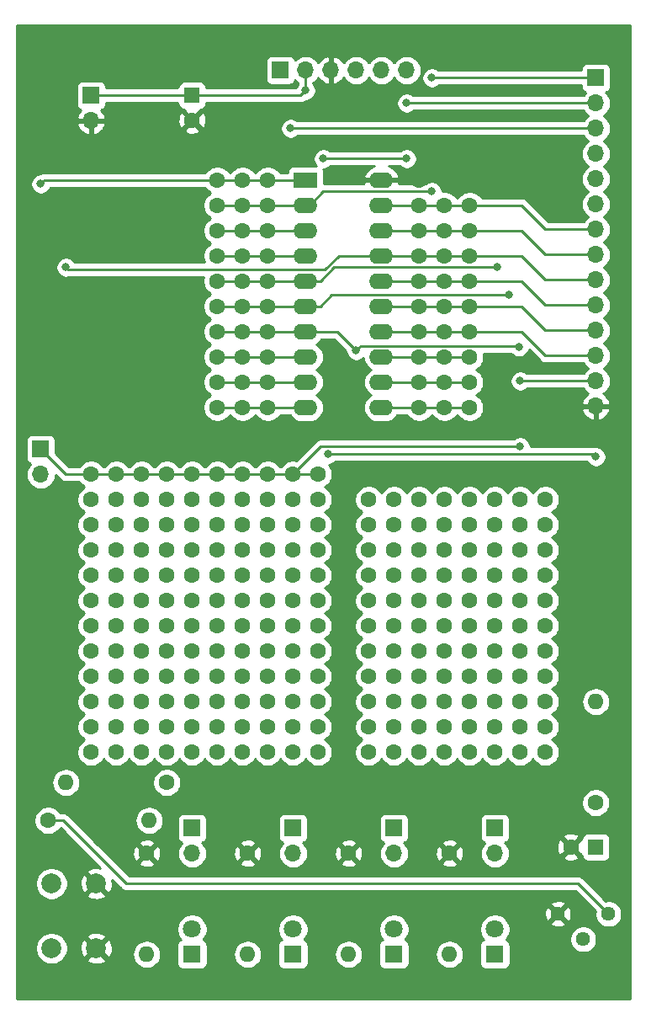
<source format=gbr>
G04 #@! TF.GenerationSoftware,KiCad,Pcbnew,(5.1.4)-1*
G04 #@! TF.CreationDate,2020-05-29T20:32:19+02:00*
G04 #@! TF.ProjectId,MicroChip PICKit 3 Demo Board,4d696372-6f43-4686-9970-205049434b69,v01*
G04 #@! TF.SameCoordinates,Original*
G04 #@! TF.FileFunction,Copper,L2,Bot*
G04 #@! TF.FilePolarity,Positive*
%FSLAX46Y46*%
G04 Gerber Fmt 4.6, Leading zero omitted, Abs format (unit mm)*
G04 Created by KiCad (PCBNEW (5.1.4)-1) date 2020-05-29 20:32:19*
%MOMM*%
%LPD*%
G04 APERTURE LIST*
%ADD10O,1.600000X1.600000*%
%ADD11C,1.600000*%
%ADD12C,1.800000*%
%ADD13R,1.800000X1.800000*%
%ADD14R,1.600000X1.600000*%
%ADD15R,1.700000X1.700000*%
%ADD16O,1.700000X1.700000*%
%ADD17C,1.440000*%
%ADD18C,2.000000*%
%ADD19R,2.400000X1.600000*%
%ADD20O,2.400000X1.600000*%
%ADD21C,0.800000*%
%ADD22C,0.250000*%
%ADD23C,0.254000*%
G04 APERTURE END LIST*
D10*
X107188000Y-129540000D03*
D11*
X107188000Y-119380000D03*
D10*
X107442000Y-116078000D03*
D11*
X97282000Y-116078000D03*
D10*
X99060000Y-112268000D03*
D11*
X109220000Y-112268000D03*
D10*
X117348000Y-129540000D03*
D11*
X117348000Y-119380000D03*
D10*
X127508000Y-129540000D03*
D11*
X127508000Y-119380000D03*
D10*
X137668000Y-129540000D03*
D11*
X137668000Y-119380000D03*
D10*
X152400000Y-104140000D03*
D11*
X152400000Y-114300000D03*
D12*
X111760000Y-127000000D03*
D13*
X111760000Y-129540000D03*
D12*
X121920000Y-127000000D03*
D13*
X121920000Y-129540000D03*
D12*
X132080000Y-127000000D03*
D13*
X132080000Y-129540000D03*
D12*
X142240000Y-127000000D03*
D13*
X142240000Y-129540000D03*
D11*
X111760000Y-45680000D03*
D14*
X111760000Y-43180000D03*
D11*
X149900000Y-118745000D03*
D14*
X152400000Y-118745000D03*
D15*
X152400000Y-41402000D03*
D16*
X152400000Y-43942000D03*
X152400000Y-46482000D03*
X152400000Y-49022000D03*
X152400000Y-51562000D03*
X152400000Y-54102000D03*
X152400000Y-56642000D03*
X152400000Y-59182000D03*
X152400000Y-61722000D03*
X152400000Y-64262000D03*
X152400000Y-66802000D03*
X152400000Y-69342000D03*
X152400000Y-71882000D03*
X152400000Y-74422000D03*
D15*
X101600000Y-43180000D03*
D16*
X101600000Y-45720000D03*
X111760000Y-119380000D03*
D15*
X111760000Y-116840000D03*
X121920000Y-116840000D03*
D16*
X121920000Y-119380000D03*
X132080000Y-119380000D03*
D15*
X132080000Y-116840000D03*
X142240000Y-116840000D03*
D16*
X142240000Y-119380000D03*
X96520000Y-81280000D03*
D15*
X96520000Y-78740000D03*
X120650000Y-40640000D03*
D16*
X123190000Y-40640000D03*
X125730000Y-40640000D03*
X128270000Y-40640000D03*
X130810000Y-40640000D03*
X133350000Y-40640000D03*
D17*
X148590000Y-125476000D03*
X151130000Y-128016000D03*
X153670000Y-125476000D03*
D18*
X97608000Y-122428000D03*
X102108000Y-122428000D03*
X97608000Y-128928000D03*
X102108000Y-128928000D03*
D19*
X123190000Y-51689000D03*
D20*
X130810000Y-74549000D03*
X123190000Y-54229000D03*
X130810000Y-72009000D03*
X123190000Y-56769000D03*
X130810000Y-69469000D03*
X123190000Y-59309000D03*
X130810000Y-66929000D03*
X123190000Y-61849000D03*
X130810000Y-64389000D03*
X123190000Y-64389000D03*
X130810000Y-61849000D03*
X123190000Y-66929000D03*
X130810000Y-59309000D03*
X123190000Y-69469000D03*
X130810000Y-56769000D03*
X123190000Y-72009000D03*
X130810000Y-54229000D03*
X123190000Y-74549000D03*
X130810000Y-51689000D03*
D11*
X106680000Y-83820000D03*
X109220000Y-83820000D03*
X111760000Y-83820000D03*
X114300000Y-83820000D03*
X116840000Y-83820000D03*
X119380000Y-83820000D03*
X121920000Y-83820000D03*
X124460000Y-83820000D03*
X106680000Y-86360000D03*
X109220000Y-86360000D03*
X111760000Y-86360000D03*
X114300000Y-86360000D03*
X116840000Y-86360000D03*
X119380000Y-86360000D03*
X121920000Y-86360000D03*
X124460000Y-86360000D03*
X106680000Y-88900000D03*
X109220000Y-88900000D03*
X111760000Y-88900000D03*
X114300000Y-88900000D03*
X116840000Y-88900000D03*
X119380000Y-88900000D03*
X121920000Y-88900000D03*
X124460000Y-88900000D03*
X106680000Y-91440000D03*
X109220000Y-91440000D03*
X111760000Y-91440000D03*
X114300000Y-91440000D03*
X116840000Y-91440000D03*
X119380000Y-91440000D03*
X121920000Y-91440000D03*
X124460000Y-91440000D03*
X106680000Y-93980000D03*
X109220000Y-93980000D03*
X111760000Y-93980000D03*
X114300000Y-93980000D03*
X116840000Y-93980000D03*
X119380000Y-93980000D03*
X121920000Y-93980000D03*
X124460000Y-93980000D03*
X106680000Y-96520000D03*
X109220000Y-96520000D03*
X111760000Y-96520000D03*
X114300000Y-96520000D03*
X116840000Y-96520000D03*
X119380000Y-96520000D03*
X121920000Y-96520000D03*
X124460000Y-96520000D03*
X106680000Y-99060000D03*
X109220000Y-99060000D03*
X111760000Y-99060000D03*
X114300000Y-99060000D03*
X116840000Y-99060000D03*
X119380000Y-99060000D03*
X121920000Y-99060000D03*
X124460000Y-99060000D03*
X106680000Y-101600000D03*
X109220000Y-101600000D03*
X111760000Y-101600000D03*
X114300000Y-101600000D03*
X116840000Y-101600000D03*
X119380000Y-101600000D03*
X121920000Y-101600000D03*
X124460000Y-101600000D03*
X106680000Y-104140000D03*
X109220000Y-104140000D03*
X111760000Y-104140000D03*
X114300000Y-104140000D03*
X116840000Y-104140000D03*
X119380000Y-104140000D03*
X121920000Y-104140000D03*
X124460000Y-104140000D03*
X106680000Y-106680000D03*
X109220000Y-106680000D03*
X111760000Y-106680000D03*
X114300000Y-106680000D03*
X116840000Y-106680000D03*
X119380000Y-106680000D03*
X121920000Y-106680000D03*
X124460000Y-106680000D03*
X106680000Y-109220000D03*
X109220000Y-109220000D03*
X111760000Y-109220000D03*
X114300000Y-109220000D03*
X116840000Y-109220000D03*
X119380000Y-109220000D03*
X121920000Y-109220000D03*
X124460000Y-109220000D03*
X137160000Y-109220000D03*
X134620000Y-106680000D03*
X137160000Y-104140000D03*
X132080000Y-109220000D03*
X144780000Y-106680000D03*
X134620000Y-109220000D03*
X137160000Y-106680000D03*
X144780000Y-109220000D03*
X144780000Y-104140000D03*
X129540000Y-106680000D03*
X139700000Y-109220000D03*
X147320000Y-109220000D03*
X147320000Y-106680000D03*
X139700000Y-104140000D03*
X142240000Y-109220000D03*
X129540000Y-109220000D03*
X132080000Y-106680000D03*
X142240000Y-106680000D03*
X139700000Y-106680000D03*
X147320000Y-104140000D03*
X142240000Y-104140000D03*
X132080000Y-86360000D03*
X147320000Y-86360000D03*
X129540000Y-83820000D03*
X142240000Y-88900000D03*
X144780000Y-88900000D03*
X134620000Y-83820000D03*
X139700000Y-83820000D03*
X132080000Y-91440000D03*
X139700000Y-86360000D03*
X129540000Y-88900000D03*
X139700000Y-91440000D03*
X144780000Y-91440000D03*
X147320000Y-83820000D03*
X147320000Y-91440000D03*
X134620000Y-86360000D03*
X129540000Y-93980000D03*
X132080000Y-93980000D03*
X142240000Y-86360000D03*
X134620000Y-93980000D03*
X137160000Y-93980000D03*
X142240000Y-93980000D03*
X144780000Y-93980000D03*
X144780000Y-86360000D03*
X147320000Y-93980000D03*
X137160000Y-86360000D03*
X139700000Y-88900000D03*
X129540000Y-91440000D03*
X137160000Y-91440000D03*
X129540000Y-96520000D03*
X132080000Y-96520000D03*
X134620000Y-96520000D03*
X142240000Y-83820000D03*
X144780000Y-83820000D03*
X134620000Y-91440000D03*
X142240000Y-91440000D03*
X139700000Y-93980000D03*
X134620000Y-88900000D03*
X132080000Y-88900000D03*
X137160000Y-88900000D03*
X147320000Y-88900000D03*
X132080000Y-83820000D03*
X137160000Y-83820000D03*
X129540000Y-86360000D03*
X144780000Y-99060000D03*
X129540000Y-101600000D03*
X132080000Y-101600000D03*
X142240000Y-101600000D03*
X147320000Y-99060000D03*
X144780000Y-101600000D03*
X147320000Y-101600000D03*
X132080000Y-104140000D03*
X137160000Y-101600000D03*
X142240000Y-96520000D03*
X134620000Y-104140000D03*
X134620000Y-101600000D03*
X129540000Y-104140000D03*
X129540000Y-99060000D03*
X139700000Y-101600000D03*
X144780000Y-96520000D03*
X132080000Y-99060000D03*
X134620000Y-99060000D03*
X137160000Y-99060000D03*
X139700000Y-99060000D03*
X137160000Y-96520000D03*
X139700000Y-96520000D03*
X147320000Y-96520000D03*
X142240000Y-99060000D03*
X104140000Y-106680000D03*
X104140000Y-109220000D03*
X104140000Y-83820000D03*
X104140000Y-88900000D03*
X104140000Y-93980000D03*
X104140000Y-91440000D03*
X104140000Y-96520000D03*
X104140000Y-86360000D03*
X104140000Y-101600000D03*
X104140000Y-104140000D03*
X104140000Y-99060000D03*
X101600000Y-106680000D03*
X101600000Y-109220000D03*
X101600000Y-83820000D03*
X101600000Y-88900000D03*
X101600000Y-93980000D03*
X101600000Y-91440000D03*
X101600000Y-96520000D03*
X101600000Y-86360000D03*
X101600000Y-101600000D03*
X101600000Y-104140000D03*
X101600000Y-99060000D03*
X129540000Y-81280000D03*
X132080000Y-81280000D03*
X134620000Y-81280000D03*
X137160000Y-81280000D03*
X139700000Y-81280000D03*
X142240000Y-81280000D03*
X144780000Y-81280000D03*
X147320000Y-81280000D03*
X137160000Y-51689000D03*
X139700000Y-51689000D03*
X134620000Y-51689000D03*
X114300000Y-51689000D03*
X119380000Y-51689000D03*
X116840000Y-51689000D03*
X124460000Y-81280000D03*
X121920000Y-81280000D03*
X119380000Y-81280000D03*
X116840000Y-81280000D03*
X114300000Y-81280000D03*
X111760000Y-81280000D03*
X109220000Y-81280000D03*
X106680000Y-81280000D03*
X104140000Y-81280000D03*
X101600000Y-81280000D03*
D21*
X123190000Y-42672000D03*
X96520000Y-52070000D03*
X144780000Y-71882000D03*
X144780000Y-78486000D03*
D11*
X116840000Y-54229000D03*
X114300000Y-54229000D03*
X119380000Y-54229000D03*
D21*
X135890000Y-41402000D03*
X135890000Y-52832000D03*
D11*
X114300000Y-56769000D03*
X116840000Y-56769000D03*
X119380000Y-56769000D03*
D21*
X133350000Y-49530000D03*
X124968000Y-49530000D03*
X133350000Y-43942000D03*
X125476000Y-79248000D03*
X152400000Y-79502000D03*
D11*
X119380000Y-59309000D03*
X114300000Y-59309000D03*
X116840000Y-59309000D03*
D21*
X121664990Y-46483010D03*
D11*
X119380000Y-61849000D03*
X116840000Y-61849000D03*
X114300000Y-61849000D03*
D21*
X142494000Y-60452000D03*
D11*
X114300000Y-64389000D03*
X116840000Y-64389000D03*
X119380000Y-64389000D03*
D21*
X143637000Y-63246000D03*
D11*
X116840000Y-66929000D03*
X114300000Y-66929000D03*
X119380000Y-66929000D03*
D21*
X128270000Y-68834000D03*
X144653000Y-68453000D03*
D11*
X139700000Y-54229000D03*
X137160000Y-54229000D03*
X134620000Y-54229000D03*
X134620000Y-56769000D03*
X139700000Y-56769000D03*
X137160000Y-56769000D03*
X139700000Y-59309000D03*
X137160000Y-59309000D03*
X134620000Y-59309000D03*
D21*
X99060000Y-60452000D03*
D11*
X134620000Y-61849000D03*
X137160000Y-61849000D03*
X139700000Y-61849000D03*
X134620000Y-64389000D03*
X139700000Y-64389000D03*
X137160000Y-64389000D03*
X134620000Y-66929000D03*
X137160000Y-66929000D03*
X139700000Y-66929000D03*
X134620000Y-74549000D03*
X137160000Y-74549000D03*
X139700000Y-74549000D03*
X134620000Y-72009000D03*
X139700000Y-72009000D03*
X137160000Y-72009000D03*
X139700000Y-69469000D03*
X134620000Y-69469000D03*
X137160000Y-69469000D03*
X119380000Y-69469000D03*
X114300000Y-69469000D03*
X116840000Y-69469000D03*
X116840000Y-72009000D03*
X114300000Y-72009000D03*
X119380000Y-72009000D03*
X119380000Y-74549000D03*
X114300000Y-74549000D03*
X116840000Y-74549000D03*
D22*
X101600000Y-43180000D02*
X111760000Y-43180000D01*
X123190000Y-42672000D02*
X123190000Y-40640000D01*
X111760000Y-43180000D02*
X122682000Y-43180000D01*
X122682000Y-43180000D02*
X123190000Y-42672000D01*
X107811370Y-81280000D02*
X124460000Y-81280000D01*
X106680000Y-81280000D02*
X107811370Y-81280000D01*
X96901000Y-51689000D02*
X96520000Y-52070000D01*
X123190000Y-51689000D02*
X96901000Y-51689000D01*
X96520000Y-78740000D02*
X99060000Y-81280000D01*
X99060000Y-81280000D02*
X101600000Y-81280000D01*
X104140000Y-81280000D02*
X106680000Y-81280000D01*
X101600000Y-81280000D02*
X104140000Y-81280000D01*
X124714000Y-78486000D02*
X121920000Y-81280000D01*
X144780000Y-78486000D02*
X124714000Y-78486000D01*
X152400000Y-71882000D02*
X144780000Y-71882000D01*
X123190000Y-54229000D02*
X114300000Y-54229000D01*
X152400000Y-41402000D02*
X135890000Y-41402000D01*
X123571000Y-54229000D02*
X123190000Y-54229000D01*
X135890000Y-52832000D02*
X124968000Y-52832000D01*
X124968000Y-52832000D02*
X123571000Y-54229000D01*
X133350000Y-49530000D02*
X124968000Y-49530000D01*
X125476000Y-79248000D02*
X152146000Y-79248000D01*
X152146000Y-79248000D02*
X152400000Y-79502000D01*
X152400000Y-43942000D02*
X133350000Y-43942000D01*
X123190000Y-56769000D02*
X114300000Y-56769000D01*
X121666000Y-46482000D02*
X121664990Y-46483010D01*
X152400000Y-46482000D02*
X121666000Y-46482000D01*
X115431370Y-59309000D02*
X123190000Y-59309000D01*
X114300000Y-59309000D02*
X115431370Y-59309000D01*
X126037000Y-60452000D02*
X142494000Y-60452000D01*
X123190000Y-61849000D02*
X124640000Y-61849000D01*
X124640000Y-61849000D02*
X126037000Y-60452000D01*
X123190000Y-61849000D02*
X114300000Y-61849000D01*
X125783000Y-63246000D02*
X143637000Y-63246000D01*
X123190000Y-64389000D02*
X124640000Y-64389000D01*
X124640000Y-64389000D02*
X125783000Y-63246000D01*
X123190000Y-64389000D02*
X114300000Y-64389000D01*
X126365000Y-66929000D02*
X123190000Y-66929000D01*
X128270000Y-68834000D02*
X126365000Y-66929000D01*
X144543990Y-68343990D02*
X144653000Y-68453000D01*
X128270000Y-68834000D02*
X128760010Y-68343990D01*
X128760010Y-68343990D02*
X144543990Y-68343990D01*
X123190000Y-66929000D02*
X114300000Y-66929000D01*
X147320000Y-56642000D02*
X152400000Y-56642000D01*
X130810000Y-54229000D02*
X144907000Y-54229000D01*
X144907000Y-54229000D02*
X147320000Y-56642000D01*
X147320000Y-59182000D02*
X152400000Y-59182000D01*
X130810000Y-56769000D02*
X144907000Y-56769000D01*
X144907000Y-56769000D02*
X147320000Y-59182000D01*
X147320000Y-61722000D02*
X152400000Y-61722000D01*
X130810000Y-59309000D02*
X144907000Y-59309000D01*
X144907000Y-59309000D02*
X147320000Y-61722000D01*
X129360000Y-59309000D02*
X130810000Y-59309000D01*
X126543590Y-59309000D02*
X129360000Y-59309000D01*
X125146590Y-60706000D02*
X126543590Y-59309000D01*
X99060000Y-60452000D02*
X99314000Y-60706000D01*
X99314000Y-60706000D02*
X125146590Y-60706000D01*
X147320000Y-64262000D02*
X152400000Y-64262000D01*
X130810000Y-61849000D02*
X144907000Y-61849000D01*
X144907000Y-61849000D02*
X147320000Y-64262000D01*
X147320000Y-66802000D02*
X152400000Y-66802000D01*
X130810000Y-64389000D02*
X144907000Y-64389000D01*
X144907000Y-64389000D02*
X147320000Y-66802000D01*
X147320000Y-69342000D02*
X152400000Y-69342000D01*
X130810000Y-66929000D02*
X144907000Y-66929000D01*
X144907000Y-66929000D02*
X147320000Y-69342000D01*
X98806000Y-116078000D02*
X97282000Y-116078000D01*
X105156000Y-122428000D02*
X98806000Y-116078000D01*
X153670000Y-125476000D02*
X150622000Y-122428000D01*
X150622000Y-122428000D02*
X105156000Y-122428000D01*
X130810000Y-74549000D02*
X139700000Y-74549000D01*
X130810000Y-72009000D02*
X139700000Y-72009000D01*
X130810000Y-69469000D02*
X139700000Y-69469000D01*
X123190000Y-69469000D02*
X114300000Y-69469000D01*
X123190000Y-72009000D02*
X114046000Y-72009000D01*
X123190000Y-74549000D02*
X114300000Y-74549000D01*
D23*
G36*
X155820000Y-133960000D02*
G01*
X94100000Y-133960000D01*
X94100000Y-128766967D01*
X95973000Y-128766967D01*
X95973000Y-129089033D01*
X96035832Y-129404912D01*
X96159082Y-129702463D01*
X96338013Y-129970252D01*
X96565748Y-130197987D01*
X96833537Y-130376918D01*
X97131088Y-130500168D01*
X97446967Y-130563000D01*
X97769033Y-130563000D01*
X98084912Y-130500168D01*
X98382463Y-130376918D01*
X98650252Y-130197987D01*
X98784826Y-130063413D01*
X101152192Y-130063413D01*
X101247956Y-130327814D01*
X101537571Y-130468704D01*
X101849108Y-130550384D01*
X102170595Y-130569718D01*
X102489675Y-130525961D01*
X102794088Y-130420795D01*
X102968044Y-130327814D01*
X103063808Y-130063413D01*
X102108000Y-129107605D01*
X101152192Y-130063413D01*
X98784826Y-130063413D01*
X98877987Y-129970252D01*
X99056918Y-129702463D01*
X99180168Y-129404912D01*
X99243000Y-129089033D01*
X99243000Y-128990595D01*
X100466282Y-128990595D01*
X100510039Y-129309675D01*
X100615205Y-129614088D01*
X100708186Y-129788044D01*
X100972587Y-129883808D01*
X101928395Y-128928000D01*
X102287605Y-128928000D01*
X103243413Y-129883808D01*
X103507814Y-129788044D01*
X103628480Y-129540000D01*
X105746057Y-129540000D01*
X105773764Y-129821309D01*
X105855818Y-130091808D01*
X105989068Y-130341101D01*
X106168392Y-130559608D01*
X106386899Y-130738932D01*
X106636192Y-130872182D01*
X106906691Y-130954236D01*
X107117508Y-130975000D01*
X107258492Y-130975000D01*
X107469309Y-130954236D01*
X107739808Y-130872182D01*
X107989101Y-130738932D01*
X108207608Y-130559608D01*
X108386932Y-130341101D01*
X108520182Y-130091808D01*
X108602236Y-129821309D01*
X108629943Y-129540000D01*
X108602236Y-129258691D01*
X108520182Y-128988192D01*
X108386932Y-128738899D01*
X108305768Y-128640000D01*
X110221928Y-128640000D01*
X110221928Y-130440000D01*
X110234188Y-130564482D01*
X110270498Y-130684180D01*
X110329463Y-130794494D01*
X110408815Y-130891185D01*
X110505506Y-130970537D01*
X110615820Y-131029502D01*
X110735518Y-131065812D01*
X110860000Y-131078072D01*
X112660000Y-131078072D01*
X112784482Y-131065812D01*
X112904180Y-131029502D01*
X113014494Y-130970537D01*
X113111185Y-130891185D01*
X113190537Y-130794494D01*
X113249502Y-130684180D01*
X113285812Y-130564482D01*
X113298072Y-130440000D01*
X113298072Y-129540000D01*
X115906057Y-129540000D01*
X115933764Y-129821309D01*
X116015818Y-130091808D01*
X116149068Y-130341101D01*
X116328392Y-130559608D01*
X116546899Y-130738932D01*
X116796192Y-130872182D01*
X117066691Y-130954236D01*
X117277508Y-130975000D01*
X117418492Y-130975000D01*
X117629309Y-130954236D01*
X117899808Y-130872182D01*
X118149101Y-130738932D01*
X118367608Y-130559608D01*
X118546932Y-130341101D01*
X118680182Y-130091808D01*
X118762236Y-129821309D01*
X118789943Y-129540000D01*
X118762236Y-129258691D01*
X118680182Y-128988192D01*
X118546932Y-128738899D01*
X118465768Y-128640000D01*
X120381928Y-128640000D01*
X120381928Y-130440000D01*
X120394188Y-130564482D01*
X120430498Y-130684180D01*
X120489463Y-130794494D01*
X120568815Y-130891185D01*
X120665506Y-130970537D01*
X120775820Y-131029502D01*
X120895518Y-131065812D01*
X121020000Y-131078072D01*
X122820000Y-131078072D01*
X122944482Y-131065812D01*
X123064180Y-131029502D01*
X123174494Y-130970537D01*
X123271185Y-130891185D01*
X123350537Y-130794494D01*
X123409502Y-130684180D01*
X123445812Y-130564482D01*
X123458072Y-130440000D01*
X123458072Y-129540000D01*
X126066057Y-129540000D01*
X126093764Y-129821309D01*
X126175818Y-130091808D01*
X126309068Y-130341101D01*
X126488392Y-130559608D01*
X126706899Y-130738932D01*
X126956192Y-130872182D01*
X127226691Y-130954236D01*
X127437508Y-130975000D01*
X127578492Y-130975000D01*
X127789309Y-130954236D01*
X128059808Y-130872182D01*
X128309101Y-130738932D01*
X128527608Y-130559608D01*
X128706932Y-130341101D01*
X128840182Y-130091808D01*
X128922236Y-129821309D01*
X128949943Y-129540000D01*
X128922236Y-129258691D01*
X128840182Y-128988192D01*
X128706932Y-128738899D01*
X128625768Y-128640000D01*
X130541928Y-128640000D01*
X130541928Y-130440000D01*
X130554188Y-130564482D01*
X130590498Y-130684180D01*
X130649463Y-130794494D01*
X130728815Y-130891185D01*
X130825506Y-130970537D01*
X130935820Y-131029502D01*
X131055518Y-131065812D01*
X131180000Y-131078072D01*
X132980000Y-131078072D01*
X133104482Y-131065812D01*
X133224180Y-131029502D01*
X133334494Y-130970537D01*
X133431185Y-130891185D01*
X133510537Y-130794494D01*
X133569502Y-130684180D01*
X133605812Y-130564482D01*
X133618072Y-130440000D01*
X133618072Y-129540000D01*
X136226057Y-129540000D01*
X136253764Y-129821309D01*
X136335818Y-130091808D01*
X136469068Y-130341101D01*
X136648392Y-130559608D01*
X136866899Y-130738932D01*
X137116192Y-130872182D01*
X137386691Y-130954236D01*
X137597508Y-130975000D01*
X137738492Y-130975000D01*
X137949309Y-130954236D01*
X138219808Y-130872182D01*
X138469101Y-130738932D01*
X138687608Y-130559608D01*
X138866932Y-130341101D01*
X139000182Y-130091808D01*
X139082236Y-129821309D01*
X139109943Y-129540000D01*
X139082236Y-129258691D01*
X139000182Y-128988192D01*
X138866932Y-128738899D01*
X138785768Y-128640000D01*
X140701928Y-128640000D01*
X140701928Y-130440000D01*
X140714188Y-130564482D01*
X140750498Y-130684180D01*
X140809463Y-130794494D01*
X140888815Y-130891185D01*
X140985506Y-130970537D01*
X141095820Y-131029502D01*
X141215518Y-131065812D01*
X141340000Y-131078072D01*
X143140000Y-131078072D01*
X143264482Y-131065812D01*
X143384180Y-131029502D01*
X143494494Y-130970537D01*
X143591185Y-130891185D01*
X143670537Y-130794494D01*
X143729502Y-130684180D01*
X143765812Y-130564482D01*
X143778072Y-130440000D01*
X143778072Y-128640000D01*
X143765812Y-128515518D01*
X143729502Y-128395820D01*
X143670537Y-128285506D01*
X143591185Y-128188815D01*
X143494494Y-128109463D01*
X143384180Y-128050498D01*
X143365873Y-128044944D01*
X143432312Y-127978505D01*
X143496431Y-127882544D01*
X149775000Y-127882544D01*
X149775000Y-128149456D01*
X149827072Y-128411239D01*
X149929215Y-128657833D01*
X150077503Y-128879762D01*
X150266238Y-129068497D01*
X150488167Y-129216785D01*
X150734761Y-129318928D01*
X150996544Y-129371000D01*
X151263456Y-129371000D01*
X151525239Y-129318928D01*
X151771833Y-129216785D01*
X151993762Y-129068497D01*
X152182497Y-128879762D01*
X152330785Y-128657833D01*
X152432928Y-128411239D01*
X152485000Y-128149456D01*
X152485000Y-127882544D01*
X152432928Y-127620761D01*
X152330785Y-127374167D01*
X152182497Y-127152238D01*
X151993762Y-126963503D01*
X151771833Y-126815215D01*
X151525239Y-126713072D01*
X151263456Y-126661000D01*
X150996544Y-126661000D01*
X150734761Y-126713072D01*
X150488167Y-126815215D01*
X150266238Y-126963503D01*
X150077503Y-127152238D01*
X149929215Y-127374167D01*
X149827072Y-127620761D01*
X149775000Y-127882544D01*
X143496431Y-127882544D01*
X143600299Y-127727095D01*
X143716011Y-127447743D01*
X143775000Y-127151184D01*
X143775000Y-126848816D01*
X143716011Y-126552257D01*
X143657733Y-126411560D01*
X147834045Y-126411560D01*
X147895932Y-126647368D01*
X148137790Y-126760266D01*
X148397027Y-126823811D01*
X148663680Y-126835561D01*
X148927501Y-126795063D01*
X149178353Y-126703875D01*
X149284068Y-126647368D01*
X149345955Y-126411560D01*
X148590000Y-125655605D01*
X147834045Y-126411560D01*
X143657733Y-126411560D01*
X143600299Y-126272905D01*
X143432312Y-126021495D01*
X143218505Y-125807688D01*
X142967095Y-125639701D01*
X142749767Y-125549680D01*
X147230439Y-125549680D01*
X147270937Y-125813501D01*
X147362125Y-126064353D01*
X147418632Y-126170068D01*
X147654440Y-126231955D01*
X148410395Y-125476000D01*
X148769605Y-125476000D01*
X149525560Y-126231955D01*
X149761368Y-126170068D01*
X149874266Y-125928210D01*
X149937811Y-125668973D01*
X149949561Y-125402320D01*
X149909063Y-125138499D01*
X149817875Y-124887647D01*
X149761368Y-124781932D01*
X149525560Y-124720045D01*
X148769605Y-125476000D01*
X148410395Y-125476000D01*
X147654440Y-124720045D01*
X147418632Y-124781932D01*
X147305734Y-125023790D01*
X147242189Y-125283027D01*
X147230439Y-125549680D01*
X142749767Y-125549680D01*
X142687743Y-125523989D01*
X142391184Y-125465000D01*
X142088816Y-125465000D01*
X141792257Y-125523989D01*
X141512905Y-125639701D01*
X141261495Y-125807688D01*
X141047688Y-126021495D01*
X140879701Y-126272905D01*
X140763989Y-126552257D01*
X140705000Y-126848816D01*
X140705000Y-127151184D01*
X140763989Y-127447743D01*
X140879701Y-127727095D01*
X141047688Y-127978505D01*
X141114127Y-128044944D01*
X141095820Y-128050498D01*
X140985506Y-128109463D01*
X140888815Y-128188815D01*
X140809463Y-128285506D01*
X140750498Y-128395820D01*
X140714188Y-128515518D01*
X140701928Y-128640000D01*
X138785768Y-128640000D01*
X138687608Y-128520392D01*
X138469101Y-128341068D01*
X138219808Y-128207818D01*
X137949309Y-128125764D01*
X137738492Y-128105000D01*
X137597508Y-128105000D01*
X137386691Y-128125764D01*
X137116192Y-128207818D01*
X136866899Y-128341068D01*
X136648392Y-128520392D01*
X136469068Y-128738899D01*
X136335818Y-128988192D01*
X136253764Y-129258691D01*
X136226057Y-129540000D01*
X133618072Y-129540000D01*
X133618072Y-128640000D01*
X133605812Y-128515518D01*
X133569502Y-128395820D01*
X133510537Y-128285506D01*
X133431185Y-128188815D01*
X133334494Y-128109463D01*
X133224180Y-128050498D01*
X133205873Y-128044944D01*
X133272312Y-127978505D01*
X133440299Y-127727095D01*
X133556011Y-127447743D01*
X133615000Y-127151184D01*
X133615000Y-126848816D01*
X133556011Y-126552257D01*
X133440299Y-126272905D01*
X133272312Y-126021495D01*
X133058505Y-125807688D01*
X132807095Y-125639701D01*
X132527743Y-125523989D01*
X132231184Y-125465000D01*
X131928816Y-125465000D01*
X131632257Y-125523989D01*
X131352905Y-125639701D01*
X131101495Y-125807688D01*
X130887688Y-126021495D01*
X130719701Y-126272905D01*
X130603989Y-126552257D01*
X130545000Y-126848816D01*
X130545000Y-127151184D01*
X130603989Y-127447743D01*
X130719701Y-127727095D01*
X130887688Y-127978505D01*
X130954127Y-128044944D01*
X130935820Y-128050498D01*
X130825506Y-128109463D01*
X130728815Y-128188815D01*
X130649463Y-128285506D01*
X130590498Y-128395820D01*
X130554188Y-128515518D01*
X130541928Y-128640000D01*
X128625768Y-128640000D01*
X128527608Y-128520392D01*
X128309101Y-128341068D01*
X128059808Y-128207818D01*
X127789309Y-128125764D01*
X127578492Y-128105000D01*
X127437508Y-128105000D01*
X127226691Y-128125764D01*
X126956192Y-128207818D01*
X126706899Y-128341068D01*
X126488392Y-128520392D01*
X126309068Y-128738899D01*
X126175818Y-128988192D01*
X126093764Y-129258691D01*
X126066057Y-129540000D01*
X123458072Y-129540000D01*
X123458072Y-128640000D01*
X123445812Y-128515518D01*
X123409502Y-128395820D01*
X123350537Y-128285506D01*
X123271185Y-128188815D01*
X123174494Y-128109463D01*
X123064180Y-128050498D01*
X123045873Y-128044944D01*
X123112312Y-127978505D01*
X123280299Y-127727095D01*
X123396011Y-127447743D01*
X123455000Y-127151184D01*
X123455000Y-126848816D01*
X123396011Y-126552257D01*
X123280299Y-126272905D01*
X123112312Y-126021495D01*
X122898505Y-125807688D01*
X122647095Y-125639701D01*
X122367743Y-125523989D01*
X122071184Y-125465000D01*
X121768816Y-125465000D01*
X121472257Y-125523989D01*
X121192905Y-125639701D01*
X120941495Y-125807688D01*
X120727688Y-126021495D01*
X120559701Y-126272905D01*
X120443989Y-126552257D01*
X120385000Y-126848816D01*
X120385000Y-127151184D01*
X120443989Y-127447743D01*
X120559701Y-127727095D01*
X120727688Y-127978505D01*
X120794127Y-128044944D01*
X120775820Y-128050498D01*
X120665506Y-128109463D01*
X120568815Y-128188815D01*
X120489463Y-128285506D01*
X120430498Y-128395820D01*
X120394188Y-128515518D01*
X120381928Y-128640000D01*
X118465768Y-128640000D01*
X118367608Y-128520392D01*
X118149101Y-128341068D01*
X117899808Y-128207818D01*
X117629309Y-128125764D01*
X117418492Y-128105000D01*
X117277508Y-128105000D01*
X117066691Y-128125764D01*
X116796192Y-128207818D01*
X116546899Y-128341068D01*
X116328392Y-128520392D01*
X116149068Y-128738899D01*
X116015818Y-128988192D01*
X115933764Y-129258691D01*
X115906057Y-129540000D01*
X113298072Y-129540000D01*
X113298072Y-128640000D01*
X113285812Y-128515518D01*
X113249502Y-128395820D01*
X113190537Y-128285506D01*
X113111185Y-128188815D01*
X113014494Y-128109463D01*
X112904180Y-128050498D01*
X112885873Y-128044944D01*
X112952312Y-127978505D01*
X113120299Y-127727095D01*
X113236011Y-127447743D01*
X113295000Y-127151184D01*
X113295000Y-126848816D01*
X113236011Y-126552257D01*
X113120299Y-126272905D01*
X112952312Y-126021495D01*
X112738505Y-125807688D01*
X112487095Y-125639701D01*
X112207743Y-125523989D01*
X111911184Y-125465000D01*
X111608816Y-125465000D01*
X111312257Y-125523989D01*
X111032905Y-125639701D01*
X110781495Y-125807688D01*
X110567688Y-126021495D01*
X110399701Y-126272905D01*
X110283989Y-126552257D01*
X110225000Y-126848816D01*
X110225000Y-127151184D01*
X110283989Y-127447743D01*
X110399701Y-127727095D01*
X110567688Y-127978505D01*
X110634127Y-128044944D01*
X110615820Y-128050498D01*
X110505506Y-128109463D01*
X110408815Y-128188815D01*
X110329463Y-128285506D01*
X110270498Y-128395820D01*
X110234188Y-128515518D01*
X110221928Y-128640000D01*
X108305768Y-128640000D01*
X108207608Y-128520392D01*
X107989101Y-128341068D01*
X107739808Y-128207818D01*
X107469309Y-128125764D01*
X107258492Y-128105000D01*
X107117508Y-128105000D01*
X106906691Y-128125764D01*
X106636192Y-128207818D01*
X106386899Y-128341068D01*
X106168392Y-128520392D01*
X105989068Y-128738899D01*
X105855818Y-128988192D01*
X105773764Y-129258691D01*
X105746057Y-129540000D01*
X103628480Y-129540000D01*
X103648704Y-129498429D01*
X103730384Y-129186892D01*
X103749718Y-128865405D01*
X103705961Y-128546325D01*
X103600795Y-128241912D01*
X103507814Y-128067956D01*
X103243413Y-127972192D01*
X102287605Y-128928000D01*
X101928395Y-128928000D01*
X100972587Y-127972192D01*
X100708186Y-128067956D01*
X100567296Y-128357571D01*
X100485616Y-128669108D01*
X100466282Y-128990595D01*
X99243000Y-128990595D01*
X99243000Y-128766967D01*
X99180168Y-128451088D01*
X99056918Y-128153537D01*
X98877987Y-127885748D01*
X98784826Y-127792587D01*
X101152192Y-127792587D01*
X102108000Y-128748395D01*
X103063808Y-127792587D01*
X102968044Y-127528186D01*
X102678429Y-127387296D01*
X102366892Y-127305616D01*
X102045405Y-127286282D01*
X101726325Y-127330039D01*
X101421912Y-127435205D01*
X101247956Y-127528186D01*
X101152192Y-127792587D01*
X98784826Y-127792587D01*
X98650252Y-127658013D01*
X98382463Y-127479082D01*
X98084912Y-127355832D01*
X97769033Y-127293000D01*
X97446967Y-127293000D01*
X97131088Y-127355832D01*
X96833537Y-127479082D01*
X96565748Y-127658013D01*
X96338013Y-127885748D01*
X96159082Y-128153537D01*
X96035832Y-128451088D01*
X95973000Y-128766967D01*
X94100000Y-128766967D01*
X94100000Y-124540440D01*
X147834045Y-124540440D01*
X148590000Y-125296395D01*
X149345955Y-124540440D01*
X149284068Y-124304632D01*
X149042210Y-124191734D01*
X148782973Y-124128189D01*
X148516320Y-124116439D01*
X148252499Y-124156937D01*
X148001647Y-124248125D01*
X147895932Y-124304632D01*
X147834045Y-124540440D01*
X94100000Y-124540440D01*
X94100000Y-122266967D01*
X95973000Y-122266967D01*
X95973000Y-122589033D01*
X96035832Y-122904912D01*
X96159082Y-123202463D01*
X96338013Y-123470252D01*
X96565748Y-123697987D01*
X96833537Y-123876918D01*
X97131088Y-124000168D01*
X97446967Y-124063000D01*
X97769033Y-124063000D01*
X98084912Y-124000168D01*
X98382463Y-123876918D01*
X98650252Y-123697987D01*
X98784826Y-123563413D01*
X101152192Y-123563413D01*
X101247956Y-123827814D01*
X101537571Y-123968704D01*
X101849108Y-124050384D01*
X102170595Y-124069718D01*
X102489675Y-124025961D01*
X102794088Y-123920795D01*
X102968044Y-123827814D01*
X103063808Y-123563413D01*
X102108000Y-122607605D01*
X101152192Y-123563413D01*
X98784826Y-123563413D01*
X98877987Y-123470252D01*
X99056918Y-123202463D01*
X99180168Y-122904912D01*
X99243000Y-122589033D01*
X99243000Y-122490595D01*
X100466282Y-122490595D01*
X100510039Y-122809675D01*
X100615205Y-123114088D01*
X100708186Y-123288044D01*
X100972587Y-123383808D01*
X101928395Y-122428000D01*
X100972587Y-121472192D01*
X100708186Y-121567956D01*
X100567296Y-121857571D01*
X100485616Y-122169108D01*
X100466282Y-122490595D01*
X99243000Y-122490595D01*
X99243000Y-122266967D01*
X99180168Y-121951088D01*
X99056918Y-121653537D01*
X98877987Y-121385748D01*
X98650252Y-121158013D01*
X98382463Y-120979082D01*
X98084912Y-120855832D01*
X97769033Y-120793000D01*
X97446967Y-120793000D01*
X97131088Y-120855832D01*
X96833537Y-120979082D01*
X96565748Y-121158013D01*
X96338013Y-121385748D01*
X96159082Y-121653537D01*
X96035832Y-121951088D01*
X95973000Y-122266967D01*
X94100000Y-122266967D01*
X94100000Y-115936665D01*
X95847000Y-115936665D01*
X95847000Y-116219335D01*
X95902147Y-116496574D01*
X96010320Y-116757727D01*
X96167363Y-116992759D01*
X96367241Y-117192637D01*
X96602273Y-117349680D01*
X96863426Y-117457853D01*
X97140665Y-117513000D01*
X97423335Y-117513000D01*
X97700574Y-117457853D01*
X97961727Y-117349680D01*
X98196759Y-117192637D01*
X98396637Y-116992759D01*
X98496501Y-116843302D01*
X102491479Y-120838281D01*
X102366892Y-120805616D01*
X102045405Y-120786282D01*
X101726325Y-120830039D01*
X101421912Y-120935205D01*
X101247956Y-121028186D01*
X101152192Y-121292587D01*
X102108000Y-122248395D01*
X102122143Y-122234253D01*
X102301748Y-122413858D01*
X102287605Y-122428000D01*
X103243413Y-123383808D01*
X103507814Y-123288044D01*
X103648704Y-122998429D01*
X103730384Y-122686892D01*
X103749718Y-122365405D01*
X103706984Y-122053786D01*
X104592200Y-122939002D01*
X104615999Y-122968001D01*
X104644997Y-122991799D01*
X104731723Y-123062974D01*
X104827350Y-123114088D01*
X104863753Y-123133546D01*
X105007014Y-123177003D01*
X105118667Y-123188000D01*
X105118676Y-123188000D01*
X105155999Y-123191676D01*
X105193322Y-123188000D01*
X150307199Y-123188000D01*
X152339346Y-125220148D01*
X152315000Y-125342544D01*
X152315000Y-125609456D01*
X152367072Y-125871239D01*
X152469215Y-126117833D01*
X152617503Y-126339762D01*
X152806238Y-126528497D01*
X153028167Y-126676785D01*
X153274761Y-126778928D01*
X153536544Y-126831000D01*
X153803456Y-126831000D01*
X154065239Y-126778928D01*
X154311833Y-126676785D01*
X154533762Y-126528497D01*
X154722497Y-126339762D01*
X154870785Y-126117833D01*
X154972928Y-125871239D01*
X155025000Y-125609456D01*
X155025000Y-125342544D01*
X154972928Y-125080761D01*
X154870785Y-124834167D01*
X154722497Y-124612238D01*
X154533762Y-124423503D01*
X154311833Y-124275215D01*
X154065239Y-124173072D01*
X153803456Y-124121000D01*
X153536544Y-124121000D01*
X153414148Y-124145346D01*
X151185804Y-121917003D01*
X151162001Y-121887999D01*
X151046276Y-121793026D01*
X150914247Y-121722454D01*
X150770986Y-121678997D01*
X150659333Y-121668000D01*
X150659322Y-121668000D01*
X150622000Y-121664324D01*
X150584678Y-121668000D01*
X105470802Y-121668000D01*
X104175504Y-120372702D01*
X106374903Y-120372702D01*
X106446486Y-120616671D01*
X106701996Y-120737571D01*
X106976184Y-120806300D01*
X107258512Y-120820217D01*
X107538130Y-120778787D01*
X107804292Y-120683603D01*
X107929514Y-120616671D01*
X108001097Y-120372702D01*
X107188000Y-119559605D01*
X106374903Y-120372702D01*
X104175504Y-120372702D01*
X103253314Y-119450512D01*
X105747783Y-119450512D01*
X105789213Y-119730130D01*
X105884397Y-119996292D01*
X105951329Y-120121514D01*
X106195298Y-120193097D01*
X107008395Y-119380000D01*
X107367605Y-119380000D01*
X108180702Y-120193097D01*
X108424671Y-120121514D01*
X108545571Y-119866004D01*
X108614300Y-119591816D01*
X108624741Y-119380000D01*
X110267815Y-119380000D01*
X110296487Y-119671111D01*
X110381401Y-119951034D01*
X110519294Y-120209014D01*
X110704866Y-120435134D01*
X110930986Y-120620706D01*
X111188966Y-120758599D01*
X111468889Y-120843513D01*
X111687050Y-120865000D01*
X111832950Y-120865000D01*
X112051111Y-120843513D01*
X112331034Y-120758599D01*
X112589014Y-120620706D01*
X112815134Y-120435134D01*
X112866370Y-120372702D01*
X116534903Y-120372702D01*
X116606486Y-120616671D01*
X116861996Y-120737571D01*
X117136184Y-120806300D01*
X117418512Y-120820217D01*
X117698130Y-120778787D01*
X117964292Y-120683603D01*
X118089514Y-120616671D01*
X118161097Y-120372702D01*
X117348000Y-119559605D01*
X116534903Y-120372702D01*
X112866370Y-120372702D01*
X113000706Y-120209014D01*
X113138599Y-119951034D01*
X113223513Y-119671111D01*
X113245240Y-119450512D01*
X115907783Y-119450512D01*
X115949213Y-119730130D01*
X116044397Y-119996292D01*
X116111329Y-120121514D01*
X116355298Y-120193097D01*
X117168395Y-119380000D01*
X117527605Y-119380000D01*
X118340702Y-120193097D01*
X118584671Y-120121514D01*
X118705571Y-119866004D01*
X118774300Y-119591816D01*
X118784741Y-119380000D01*
X120427815Y-119380000D01*
X120456487Y-119671111D01*
X120541401Y-119951034D01*
X120679294Y-120209014D01*
X120864866Y-120435134D01*
X121090986Y-120620706D01*
X121348966Y-120758599D01*
X121628889Y-120843513D01*
X121847050Y-120865000D01*
X121992950Y-120865000D01*
X122211111Y-120843513D01*
X122491034Y-120758599D01*
X122749014Y-120620706D01*
X122975134Y-120435134D01*
X123026370Y-120372702D01*
X126694903Y-120372702D01*
X126766486Y-120616671D01*
X127021996Y-120737571D01*
X127296184Y-120806300D01*
X127578512Y-120820217D01*
X127858130Y-120778787D01*
X128124292Y-120683603D01*
X128249514Y-120616671D01*
X128321097Y-120372702D01*
X127508000Y-119559605D01*
X126694903Y-120372702D01*
X123026370Y-120372702D01*
X123160706Y-120209014D01*
X123298599Y-119951034D01*
X123383513Y-119671111D01*
X123405240Y-119450512D01*
X126067783Y-119450512D01*
X126109213Y-119730130D01*
X126204397Y-119996292D01*
X126271329Y-120121514D01*
X126515298Y-120193097D01*
X127328395Y-119380000D01*
X127687605Y-119380000D01*
X128500702Y-120193097D01*
X128744671Y-120121514D01*
X128865571Y-119866004D01*
X128934300Y-119591816D01*
X128944741Y-119380000D01*
X130587815Y-119380000D01*
X130616487Y-119671111D01*
X130701401Y-119951034D01*
X130839294Y-120209014D01*
X131024866Y-120435134D01*
X131250986Y-120620706D01*
X131508966Y-120758599D01*
X131788889Y-120843513D01*
X132007050Y-120865000D01*
X132152950Y-120865000D01*
X132371111Y-120843513D01*
X132651034Y-120758599D01*
X132909014Y-120620706D01*
X133135134Y-120435134D01*
X133186370Y-120372702D01*
X136854903Y-120372702D01*
X136926486Y-120616671D01*
X137181996Y-120737571D01*
X137456184Y-120806300D01*
X137738512Y-120820217D01*
X138018130Y-120778787D01*
X138284292Y-120683603D01*
X138409514Y-120616671D01*
X138481097Y-120372702D01*
X137668000Y-119559605D01*
X136854903Y-120372702D01*
X133186370Y-120372702D01*
X133320706Y-120209014D01*
X133458599Y-119951034D01*
X133543513Y-119671111D01*
X133565240Y-119450512D01*
X136227783Y-119450512D01*
X136269213Y-119730130D01*
X136364397Y-119996292D01*
X136431329Y-120121514D01*
X136675298Y-120193097D01*
X137488395Y-119380000D01*
X137847605Y-119380000D01*
X138660702Y-120193097D01*
X138904671Y-120121514D01*
X139025571Y-119866004D01*
X139094300Y-119591816D01*
X139104741Y-119380000D01*
X140747815Y-119380000D01*
X140776487Y-119671111D01*
X140861401Y-119951034D01*
X140999294Y-120209014D01*
X141184866Y-120435134D01*
X141410986Y-120620706D01*
X141668966Y-120758599D01*
X141948889Y-120843513D01*
X142167050Y-120865000D01*
X142312950Y-120865000D01*
X142531111Y-120843513D01*
X142811034Y-120758599D01*
X143069014Y-120620706D01*
X143295134Y-120435134D01*
X143480706Y-120209014D01*
X143618599Y-119951034D01*
X143683312Y-119737702D01*
X149086903Y-119737702D01*
X149158486Y-119981671D01*
X149413996Y-120102571D01*
X149688184Y-120171300D01*
X149970512Y-120185217D01*
X150250130Y-120143787D01*
X150516292Y-120048603D01*
X150641514Y-119981671D01*
X150713097Y-119737702D01*
X149900000Y-118924605D01*
X149086903Y-119737702D01*
X143683312Y-119737702D01*
X143703513Y-119671111D01*
X143732185Y-119380000D01*
X143703513Y-119088889D01*
X143620585Y-118815512D01*
X148459783Y-118815512D01*
X148501213Y-119095130D01*
X148596397Y-119361292D01*
X148663329Y-119486514D01*
X148907298Y-119558097D01*
X149720395Y-118745000D01*
X150079605Y-118745000D01*
X150892702Y-119558097D01*
X150961928Y-119537785D01*
X150961928Y-119545000D01*
X150974188Y-119669482D01*
X151010498Y-119789180D01*
X151069463Y-119899494D01*
X151148815Y-119996185D01*
X151245506Y-120075537D01*
X151355820Y-120134502D01*
X151475518Y-120170812D01*
X151600000Y-120183072D01*
X153200000Y-120183072D01*
X153324482Y-120170812D01*
X153444180Y-120134502D01*
X153554494Y-120075537D01*
X153651185Y-119996185D01*
X153730537Y-119899494D01*
X153789502Y-119789180D01*
X153825812Y-119669482D01*
X153838072Y-119545000D01*
X153838072Y-117945000D01*
X153825812Y-117820518D01*
X153789502Y-117700820D01*
X153730537Y-117590506D01*
X153651185Y-117493815D01*
X153554494Y-117414463D01*
X153444180Y-117355498D01*
X153324482Y-117319188D01*
X153200000Y-117306928D01*
X151600000Y-117306928D01*
X151475518Y-117319188D01*
X151355820Y-117355498D01*
X151245506Y-117414463D01*
X151148815Y-117493815D01*
X151069463Y-117590506D01*
X151010498Y-117700820D01*
X150974188Y-117820518D01*
X150961928Y-117945000D01*
X150961928Y-117952215D01*
X150892702Y-117931903D01*
X150079605Y-118745000D01*
X149720395Y-118745000D01*
X148907298Y-117931903D01*
X148663329Y-118003486D01*
X148542429Y-118258996D01*
X148473700Y-118533184D01*
X148459783Y-118815512D01*
X143620585Y-118815512D01*
X143618599Y-118808966D01*
X143480706Y-118550986D01*
X143295134Y-118324866D01*
X143265313Y-118300393D01*
X143334180Y-118279502D01*
X143444494Y-118220537D01*
X143541185Y-118141185D01*
X143620537Y-118044494D01*
X143679502Y-117934180D01*
X143715812Y-117814482D01*
X143721936Y-117752298D01*
X149086903Y-117752298D01*
X149900000Y-118565395D01*
X150713097Y-117752298D01*
X150641514Y-117508329D01*
X150386004Y-117387429D01*
X150111816Y-117318700D01*
X149829488Y-117304783D01*
X149549870Y-117346213D01*
X149283708Y-117441397D01*
X149158486Y-117508329D01*
X149086903Y-117752298D01*
X143721936Y-117752298D01*
X143728072Y-117690000D01*
X143728072Y-115990000D01*
X143715812Y-115865518D01*
X143679502Y-115745820D01*
X143620537Y-115635506D01*
X143541185Y-115538815D01*
X143444494Y-115459463D01*
X143334180Y-115400498D01*
X143214482Y-115364188D01*
X143090000Y-115351928D01*
X141390000Y-115351928D01*
X141265518Y-115364188D01*
X141145820Y-115400498D01*
X141035506Y-115459463D01*
X140938815Y-115538815D01*
X140859463Y-115635506D01*
X140800498Y-115745820D01*
X140764188Y-115865518D01*
X140751928Y-115990000D01*
X140751928Y-117690000D01*
X140764188Y-117814482D01*
X140800498Y-117934180D01*
X140859463Y-118044494D01*
X140938815Y-118141185D01*
X141035506Y-118220537D01*
X141145820Y-118279502D01*
X141214687Y-118300393D01*
X141184866Y-118324866D01*
X140999294Y-118550986D01*
X140861401Y-118808966D01*
X140776487Y-119088889D01*
X140747815Y-119380000D01*
X139104741Y-119380000D01*
X139108217Y-119309488D01*
X139066787Y-119029870D01*
X138971603Y-118763708D01*
X138904671Y-118638486D01*
X138660702Y-118566903D01*
X137847605Y-119380000D01*
X137488395Y-119380000D01*
X136675298Y-118566903D01*
X136431329Y-118638486D01*
X136310429Y-118893996D01*
X136241700Y-119168184D01*
X136227783Y-119450512D01*
X133565240Y-119450512D01*
X133572185Y-119380000D01*
X133543513Y-119088889D01*
X133458599Y-118808966D01*
X133320706Y-118550986D01*
X133186371Y-118387298D01*
X136854903Y-118387298D01*
X137668000Y-119200395D01*
X138481097Y-118387298D01*
X138409514Y-118143329D01*
X138154004Y-118022429D01*
X137879816Y-117953700D01*
X137597488Y-117939783D01*
X137317870Y-117981213D01*
X137051708Y-118076397D01*
X136926486Y-118143329D01*
X136854903Y-118387298D01*
X133186371Y-118387298D01*
X133135134Y-118324866D01*
X133105313Y-118300393D01*
X133174180Y-118279502D01*
X133284494Y-118220537D01*
X133381185Y-118141185D01*
X133460537Y-118044494D01*
X133519502Y-117934180D01*
X133555812Y-117814482D01*
X133568072Y-117690000D01*
X133568072Y-115990000D01*
X133555812Y-115865518D01*
X133519502Y-115745820D01*
X133460537Y-115635506D01*
X133381185Y-115538815D01*
X133284494Y-115459463D01*
X133174180Y-115400498D01*
X133054482Y-115364188D01*
X132930000Y-115351928D01*
X131230000Y-115351928D01*
X131105518Y-115364188D01*
X130985820Y-115400498D01*
X130875506Y-115459463D01*
X130778815Y-115538815D01*
X130699463Y-115635506D01*
X130640498Y-115745820D01*
X130604188Y-115865518D01*
X130591928Y-115990000D01*
X130591928Y-117690000D01*
X130604188Y-117814482D01*
X130640498Y-117934180D01*
X130699463Y-118044494D01*
X130778815Y-118141185D01*
X130875506Y-118220537D01*
X130985820Y-118279502D01*
X131054687Y-118300393D01*
X131024866Y-118324866D01*
X130839294Y-118550986D01*
X130701401Y-118808966D01*
X130616487Y-119088889D01*
X130587815Y-119380000D01*
X128944741Y-119380000D01*
X128948217Y-119309488D01*
X128906787Y-119029870D01*
X128811603Y-118763708D01*
X128744671Y-118638486D01*
X128500702Y-118566903D01*
X127687605Y-119380000D01*
X127328395Y-119380000D01*
X126515298Y-118566903D01*
X126271329Y-118638486D01*
X126150429Y-118893996D01*
X126081700Y-119168184D01*
X126067783Y-119450512D01*
X123405240Y-119450512D01*
X123412185Y-119380000D01*
X123383513Y-119088889D01*
X123298599Y-118808966D01*
X123160706Y-118550986D01*
X123026371Y-118387298D01*
X126694903Y-118387298D01*
X127508000Y-119200395D01*
X128321097Y-118387298D01*
X128249514Y-118143329D01*
X127994004Y-118022429D01*
X127719816Y-117953700D01*
X127437488Y-117939783D01*
X127157870Y-117981213D01*
X126891708Y-118076397D01*
X126766486Y-118143329D01*
X126694903Y-118387298D01*
X123026371Y-118387298D01*
X122975134Y-118324866D01*
X122945313Y-118300393D01*
X123014180Y-118279502D01*
X123124494Y-118220537D01*
X123221185Y-118141185D01*
X123300537Y-118044494D01*
X123359502Y-117934180D01*
X123395812Y-117814482D01*
X123408072Y-117690000D01*
X123408072Y-115990000D01*
X123395812Y-115865518D01*
X123359502Y-115745820D01*
X123300537Y-115635506D01*
X123221185Y-115538815D01*
X123124494Y-115459463D01*
X123014180Y-115400498D01*
X122894482Y-115364188D01*
X122770000Y-115351928D01*
X121070000Y-115351928D01*
X120945518Y-115364188D01*
X120825820Y-115400498D01*
X120715506Y-115459463D01*
X120618815Y-115538815D01*
X120539463Y-115635506D01*
X120480498Y-115745820D01*
X120444188Y-115865518D01*
X120431928Y-115990000D01*
X120431928Y-117690000D01*
X120444188Y-117814482D01*
X120480498Y-117934180D01*
X120539463Y-118044494D01*
X120618815Y-118141185D01*
X120715506Y-118220537D01*
X120825820Y-118279502D01*
X120894687Y-118300393D01*
X120864866Y-118324866D01*
X120679294Y-118550986D01*
X120541401Y-118808966D01*
X120456487Y-119088889D01*
X120427815Y-119380000D01*
X118784741Y-119380000D01*
X118788217Y-119309488D01*
X118746787Y-119029870D01*
X118651603Y-118763708D01*
X118584671Y-118638486D01*
X118340702Y-118566903D01*
X117527605Y-119380000D01*
X117168395Y-119380000D01*
X116355298Y-118566903D01*
X116111329Y-118638486D01*
X115990429Y-118893996D01*
X115921700Y-119168184D01*
X115907783Y-119450512D01*
X113245240Y-119450512D01*
X113252185Y-119380000D01*
X113223513Y-119088889D01*
X113138599Y-118808966D01*
X113000706Y-118550986D01*
X112866371Y-118387298D01*
X116534903Y-118387298D01*
X117348000Y-119200395D01*
X118161097Y-118387298D01*
X118089514Y-118143329D01*
X117834004Y-118022429D01*
X117559816Y-117953700D01*
X117277488Y-117939783D01*
X116997870Y-117981213D01*
X116731708Y-118076397D01*
X116606486Y-118143329D01*
X116534903Y-118387298D01*
X112866371Y-118387298D01*
X112815134Y-118324866D01*
X112785313Y-118300393D01*
X112854180Y-118279502D01*
X112964494Y-118220537D01*
X113061185Y-118141185D01*
X113140537Y-118044494D01*
X113199502Y-117934180D01*
X113235812Y-117814482D01*
X113248072Y-117690000D01*
X113248072Y-115990000D01*
X113235812Y-115865518D01*
X113199502Y-115745820D01*
X113140537Y-115635506D01*
X113061185Y-115538815D01*
X112964494Y-115459463D01*
X112854180Y-115400498D01*
X112734482Y-115364188D01*
X112610000Y-115351928D01*
X110910000Y-115351928D01*
X110785518Y-115364188D01*
X110665820Y-115400498D01*
X110555506Y-115459463D01*
X110458815Y-115538815D01*
X110379463Y-115635506D01*
X110320498Y-115745820D01*
X110284188Y-115865518D01*
X110271928Y-115990000D01*
X110271928Y-117690000D01*
X110284188Y-117814482D01*
X110320498Y-117934180D01*
X110379463Y-118044494D01*
X110458815Y-118141185D01*
X110555506Y-118220537D01*
X110665820Y-118279502D01*
X110734687Y-118300393D01*
X110704866Y-118324866D01*
X110519294Y-118550986D01*
X110381401Y-118808966D01*
X110296487Y-119088889D01*
X110267815Y-119380000D01*
X108624741Y-119380000D01*
X108628217Y-119309488D01*
X108586787Y-119029870D01*
X108491603Y-118763708D01*
X108424671Y-118638486D01*
X108180702Y-118566903D01*
X107367605Y-119380000D01*
X107008395Y-119380000D01*
X106195298Y-118566903D01*
X105951329Y-118638486D01*
X105830429Y-118893996D01*
X105761700Y-119168184D01*
X105747783Y-119450512D01*
X103253314Y-119450512D01*
X102190100Y-118387298D01*
X106374903Y-118387298D01*
X107188000Y-119200395D01*
X108001097Y-118387298D01*
X107929514Y-118143329D01*
X107674004Y-118022429D01*
X107399816Y-117953700D01*
X107117488Y-117939783D01*
X106837870Y-117981213D01*
X106571708Y-118076397D01*
X106446486Y-118143329D01*
X106374903Y-118387298D01*
X102190100Y-118387298D01*
X99880802Y-116078000D01*
X106000057Y-116078000D01*
X106027764Y-116359309D01*
X106109818Y-116629808D01*
X106243068Y-116879101D01*
X106422392Y-117097608D01*
X106640899Y-117276932D01*
X106890192Y-117410182D01*
X107160691Y-117492236D01*
X107371508Y-117513000D01*
X107512492Y-117513000D01*
X107723309Y-117492236D01*
X107993808Y-117410182D01*
X108243101Y-117276932D01*
X108461608Y-117097608D01*
X108640932Y-116879101D01*
X108774182Y-116629808D01*
X108856236Y-116359309D01*
X108883943Y-116078000D01*
X108856236Y-115796691D01*
X108774182Y-115526192D01*
X108640932Y-115276899D01*
X108461608Y-115058392D01*
X108243101Y-114879068D01*
X107993808Y-114745818D01*
X107723309Y-114663764D01*
X107512492Y-114643000D01*
X107371508Y-114643000D01*
X107160691Y-114663764D01*
X106890192Y-114745818D01*
X106640899Y-114879068D01*
X106422392Y-115058392D01*
X106243068Y-115276899D01*
X106109818Y-115526192D01*
X106027764Y-115796691D01*
X106000057Y-116078000D01*
X99880802Y-116078000D01*
X99369804Y-115567003D01*
X99346001Y-115537999D01*
X99230276Y-115443026D01*
X99098247Y-115372454D01*
X98954986Y-115328997D01*
X98843333Y-115318000D01*
X98843322Y-115318000D01*
X98806000Y-115314324D01*
X98768678Y-115318000D01*
X98500043Y-115318000D01*
X98396637Y-115163241D01*
X98196759Y-114963363D01*
X97961727Y-114806320D01*
X97700574Y-114698147D01*
X97423335Y-114643000D01*
X97140665Y-114643000D01*
X96863426Y-114698147D01*
X96602273Y-114806320D01*
X96367241Y-114963363D01*
X96167363Y-115163241D01*
X96010320Y-115398273D01*
X95902147Y-115659426D01*
X95847000Y-115936665D01*
X94100000Y-115936665D01*
X94100000Y-114158665D01*
X150965000Y-114158665D01*
X150965000Y-114441335D01*
X151020147Y-114718574D01*
X151128320Y-114979727D01*
X151285363Y-115214759D01*
X151485241Y-115414637D01*
X151720273Y-115571680D01*
X151981426Y-115679853D01*
X152258665Y-115735000D01*
X152541335Y-115735000D01*
X152818574Y-115679853D01*
X153079727Y-115571680D01*
X153314759Y-115414637D01*
X153514637Y-115214759D01*
X153671680Y-114979727D01*
X153779853Y-114718574D01*
X153835000Y-114441335D01*
X153835000Y-114158665D01*
X153779853Y-113881426D01*
X153671680Y-113620273D01*
X153514637Y-113385241D01*
X153314759Y-113185363D01*
X153079727Y-113028320D01*
X152818574Y-112920147D01*
X152541335Y-112865000D01*
X152258665Y-112865000D01*
X151981426Y-112920147D01*
X151720273Y-113028320D01*
X151485241Y-113185363D01*
X151285363Y-113385241D01*
X151128320Y-113620273D01*
X151020147Y-113881426D01*
X150965000Y-114158665D01*
X94100000Y-114158665D01*
X94100000Y-112268000D01*
X97618057Y-112268000D01*
X97645764Y-112549309D01*
X97727818Y-112819808D01*
X97861068Y-113069101D01*
X98040392Y-113287608D01*
X98258899Y-113466932D01*
X98508192Y-113600182D01*
X98778691Y-113682236D01*
X98989508Y-113703000D01*
X99130492Y-113703000D01*
X99341309Y-113682236D01*
X99611808Y-113600182D01*
X99861101Y-113466932D01*
X100079608Y-113287608D01*
X100258932Y-113069101D01*
X100392182Y-112819808D01*
X100474236Y-112549309D01*
X100501943Y-112268000D01*
X100488023Y-112126665D01*
X107785000Y-112126665D01*
X107785000Y-112409335D01*
X107840147Y-112686574D01*
X107948320Y-112947727D01*
X108105363Y-113182759D01*
X108305241Y-113382637D01*
X108540273Y-113539680D01*
X108801426Y-113647853D01*
X109078665Y-113703000D01*
X109361335Y-113703000D01*
X109638574Y-113647853D01*
X109899727Y-113539680D01*
X110134759Y-113382637D01*
X110334637Y-113182759D01*
X110491680Y-112947727D01*
X110599853Y-112686574D01*
X110655000Y-112409335D01*
X110655000Y-112126665D01*
X110599853Y-111849426D01*
X110491680Y-111588273D01*
X110334637Y-111353241D01*
X110134759Y-111153363D01*
X109899727Y-110996320D01*
X109638574Y-110888147D01*
X109361335Y-110833000D01*
X109078665Y-110833000D01*
X108801426Y-110888147D01*
X108540273Y-110996320D01*
X108305241Y-111153363D01*
X108105363Y-111353241D01*
X107948320Y-111588273D01*
X107840147Y-111849426D01*
X107785000Y-112126665D01*
X100488023Y-112126665D01*
X100474236Y-111986691D01*
X100392182Y-111716192D01*
X100258932Y-111466899D01*
X100079608Y-111248392D01*
X99861101Y-111069068D01*
X99611808Y-110935818D01*
X99341309Y-110853764D01*
X99130492Y-110833000D01*
X98989508Y-110833000D01*
X98778691Y-110853764D01*
X98508192Y-110935818D01*
X98258899Y-111069068D01*
X98040392Y-111248392D01*
X97861068Y-111466899D01*
X97727818Y-111716192D01*
X97645764Y-111986691D01*
X97618057Y-112268000D01*
X94100000Y-112268000D01*
X94100000Y-81280000D01*
X95027815Y-81280000D01*
X95056487Y-81571111D01*
X95141401Y-81851034D01*
X95279294Y-82109014D01*
X95464866Y-82335134D01*
X95690986Y-82520706D01*
X95948966Y-82658599D01*
X96228889Y-82743513D01*
X96447050Y-82765000D01*
X96592950Y-82765000D01*
X96811111Y-82743513D01*
X97091034Y-82658599D01*
X97349014Y-82520706D01*
X97575134Y-82335134D01*
X97760706Y-82109014D01*
X97898599Y-81851034D01*
X97983513Y-81571111D01*
X98009765Y-81304568D01*
X98496205Y-81791008D01*
X98519999Y-81820001D01*
X98548992Y-81843795D01*
X98548996Y-81843799D01*
X98619685Y-81901811D01*
X98635724Y-81914974D01*
X98767753Y-81985546D01*
X98911014Y-82029003D01*
X99022667Y-82040000D01*
X99022676Y-82040000D01*
X99059999Y-82043676D01*
X99097322Y-82040000D01*
X100381957Y-82040000D01*
X100485363Y-82194759D01*
X100685241Y-82394637D01*
X100917759Y-82550000D01*
X100685241Y-82705363D01*
X100485363Y-82905241D01*
X100328320Y-83140273D01*
X100220147Y-83401426D01*
X100165000Y-83678665D01*
X100165000Y-83961335D01*
X100220147Y-84238574D01*
X100328320Y-84499727D01*
X100485363Y-84734759D01*
X100685241Y-84934637D01*
X100917759Y-85090000D01*
X100685241Y-85245363D01*
X100485363Y-85445241D01*
X100328320Y-85680273D01*
X100220147Y-85941426D01*
X100165000Y-86218665D01*
X100165000Y-86501335D01*
X100220147Y-86778574D01*
X100328320Y-87039727D01*
X100485363Y-87274759D01*
X100685241Y-87474637D01*
X100917759Y-87630000D01*
X100685241Y-87785363D01*
X100485363Y-87985241D01*
X100328320Y-88220273D01*
X100220147Y-88481426D01*
X100165000Y-88758665D01*
X100165000Y-89041335D01*
X100220147Y-89318574D01*
X100328320Y-89579727D01*
X100485363Y-89814759D01*
X100685241Y-90014637D01*
X100917759Y-90170000D01*
X100685241Y-90325363D01*
X100485363Y-90525241D01*
X100328320Y-90760273D01*
X100220147Y-91021426D01*
X100165000Y-91298665D01*
X100165000Y-91581335D01*
X100220147Y-91858574D01*
X100328320Y-92119727D01*
X100485363Y-92354759D01*
X100685241Y-92554637D01*
X100917759Y-92710000D01*
X100685241Y-92865363D01*
X100485363Y-93065241D01*
X100328320Y-93300273D01*
X100220147Y-93561426D01*
X100165000Y-93838665D01*
X100165000Y-94121335D01*
X100220147Y-94398574D01*
X100328320Y-94659727D01*
X100485363Y-94894759D01*
X100685241Y-95094637D01*
X100917759Y-95250000D01*
X100685241Y-95405363D01*
X100485363Y-95605241D01*
X100328320Y-95840273D01*
X100220147Y-96101426D01*
X100165000Y-96378665D01*
X100165000Y-96661335D01*
X100220147Y-96938574D01*
X100328320Y-97199727D01*
X100485363Y-97434759D01*
X100685241Y-97634637D01*
X100917759Y-97790000D01*
X100685241Y-97945363D01*
X100485363Y-98145241D01*
X100328320Y-98380273D01*
X100220147Y-98641426D01*
X100165000Y-98918665D01*
X100165000Y-99201335D01*
X100220147Y-99478574D01*
X100328320Y-99739727D01*
X100485363Y-99974759D01*
X100685241Y-100174637D01*
X100917759Y-100330000D01*
X100685241Y-100485363D01*
X100485363Y-100685241D01*
X100328320Y-100920273D01*
X100220147Y-101181426D01*
X100165000Y-101458665D01*
X100165000Y-101741335D01*
X100220147Y-102018574D01*
X100328320Y-102279727D01*
X100485363Y-102514759D01*
X100685241Y-102714637D01*
X100917759Y-102870000D01*
X100685241Y-103025363D01*
X100485363Y-103225241D01*
X100328320Y-103460273D01*
X100220147Y-103721426D01*
X100165000Y-103998665D01*
X100165000Y-104281335D01*
X100220147Y-104558574D01*
X100328320Y-104819727D01*
X100485363Y-105054759D01*
X100685241Y-105254637D01*
X100917759Y-105410000D01*
X100685241Y-105565363D01*
X100485363Y-105765241D01*
X100328320Y-106000273D01*
X100220147Y-106261426D01*
X100165000Y-106538665D01*
X100165000Y-106821335D01*
X100220147Y-107098574D01*
X100328320Y-107359727D01*
X100485363Y-107594759D01*
X100685241Y-107794637D01*
X100917759Y-107950000D01*
X100685241Y-108105363D01*
X100485363Y-108305241D01*
X100328320Y-108540273D01*
X100220147Y-108801426D01*
X100165000Y-109078665D01*
X100165000Y-109361335D01*
X100220147Y-109638574D01*
X100328320Y-109899727D01*
X100485363Y-110134759D01*
X100685241Y-110334637D01*
X100920273Y-110491680D01*
X101181426Y-110599853D01*
X101458665Y-110655000D01*
X101741335Y-110655000D01*
X102018574Y-110599853D01*
X102279727Y-110491680D01*
X102514759Y-110334637D01*
X102714637Y-110134759D01*
X102870000Y-109902241D01*
X103025363Y-110134759D01*
X103225241Y-110334637D01*
X103460273Y-110491680D01*
X103721426Y-110599853D01*
X103998665Y-110655000D01*
X104281335Y-110655000D01*
X104558574Y-110599853D01*
X104819727Y-110491680D01*
X105054759Y-110334637D01*
X105254637Y-110134759D01*
X105410000Y-109902241D01*
X105565363Y-110134759D01*
X105765241Y-110334637D01*
X106000273Y-110491680D01*
X106261426Y-110599853D01*
X106538665Y-110655000D01*
X106821335Y-110655000D01*
X107098574Y-110599853D01*
X107359727Y-110491680D01*
X107594759Y-110334637D01*
X107794637Y-110134759D01*
X107950000Y-109902241D01*
X108105363Y-110134759D01*
X108305241Y-110334637D01*
X108540273Y-110491680D01*
X108801426Y-110599853D01*
X109078665Y-110655000D01*
X109361335Y-110655000D01*
X109638574Y-110599853D01*
X109899727Y-110491680D01*
X110134759Y-110334637D01*
X110334637Y-110134759D01*
X110490000Y-109902241D01*
X110645363Y-110134759D01*
X110845241Y-110334637D01*
X111080273Y-110491680D01*
X111341426Y-110599853D01*
X111618665Y-110655000D01*
X111901335Y-110655000D01*
X112178574Y-110599853D01*
X112439727Y-110491680D01*
X112674759Y-110334637D01*
X112874637Y-110134759D01*
X113030000Y-109902241D01*
X113185363Y-110134759D01*
X113385241Y-110334637D01*
X113620273Y-110491680D01*
X113881426Y-110599853D01*
X114158665Y-110655000D01*
X114441335Y-110655000D01*
X114718574Y-110599853D01*
X114979727Y-110491680D01*
X115214759Y-110334637D01*
X115414637Y-110134759D01*
X115570000Y-109902241D01*
X115725363Y-110134759D01*
X115925241Y-110334637D01*
X116160273Y-110491680D01*
X116421426Y-110599853D01*
X116698665Y-110655000D01*
X116981335Y-110655000D01*
X117258574Y-110599853D01*
X117519727Y-110491680D01*
X117754759Y-110334637D01*
X117954637Y-110134759D01*
X118110000Y-109902241D01*
X118265363Y-110134759D01*
X118465241Y-110334637D01*
X118700273Y-110491680D01*
X118961426Y-110599853D01*
X119238665Y-110655000D01*
X119521335Y-110655000D01*
X119798574Y-110599853D01*
X120059727Y-110491680D01*
X120294759Y-110334637D01*
X120494637Y-110134759D01*
X120650000Y-109902241D01*
X120805363Y-110134759D01*
X121005241Y-110334637D01*
X121240273Y-110491680D01*
X121501426Y-110599853D01*
X121778665Y-110655000D01*
X122061335Y-110655000D01*
X122338574Y-110599853D01*
X122599727Y-110491680D01*
X122834759Y-110334637D01*
X123034637Y-110134759D01*
X123190000Y-109902241D01*
X123345363Y-110134759D01*
X123545241Y-110334637D01*
X123780273Y-110491680D01*
X124041426Y-110599853D01*
X124318665Y-110655000D01*
X124601335Y-110655000D01*
X124878574Y-110599853D01*
X125139727Y-110491680D01*
X125374759Y-110334637D01*
X125574637Y-110134759D01*
X125731680Y-109899727D01*
X125839853Y-109638574D01*
X125895000Y-109361335D01*
X125895000Y-109078665D01*
X125839853Y-108801426D01*
X125731680Y-108540273D01*
X125574637Y-108305241D01*
X125374759Y-108105363D01*
X125142241Y-107950000D01*
X125374759Y-107794637D01*
X125574637Y-107594759D01*
X125731680Y-107359727D01*
X125839853Y-107098574D01*
X125895000Y-106821335D01*
X125895000Y-106538665D01*
X125839853Y-106261426D01*
X125731680Y-106000273D01*
X125574637Y-105765241D01*
X125374759Y-105565363D01*
X125142241Y-105410000D01*
X125374759Y-105254637D01*
X125574637Y-105054759D01*
X125731680Y-104819727D01*
X125839853Y-104558574D01*
X125895000Y-104281335D01*
X125895000Y-103998665D01*
X125839853Y-103721426D01*
X125731680Y-103460273D01*
X125574637Y-103225241D01*
X125374759Y-103025363D01*
X125142241Y-102870000D01*
X125374759Y-102714637D01*
X125574637Y-102514759D01*
X125731680Y-102279727D01*
X125839853Y-102018574D01*
X125895000Y-101741335D01*
X125895000Y-101458665D01*
X125839853Y-101181426D01*
X125731680Y-100920273D01*
X125574637Y-100685241D01*
X125374759Y-100485363D01*
X125142241Y-100330000D01*
X125374759Y-100174637D01*
X125574637Y-99974759D01*
X125731680Y-99739727D01*
X125839853Y-99478574D01*
X125895000Y-99201335D01*
X125895000Y-98918665D01*
X125839853Y-98641426D01*
X125731680Y-98380273D01*
X125574637Y-98145241D01*
X125374759Y-97945363D01*
X125142241Y-97790000D01*
X125374759Y-97634637D01*
X125574637Y-97434759D01*
X125731680Y-97199727D01*
X125839853Y-96938574D01*
X125895000Y-96661335D01*
X125895000Y-96378665D01*
X125839853Y-96101426D01*
X125731680Y-95840273D01*
X125574637Y-95605241D01*
X125374759Y-95405363D01*
X125142241Y-95250000D01*
X125374759Y-95094637D01*
X125574637Y-94894759D01*
X125731680Y-94659727D01*
X125839853Y-94398574D01*
X125895000Y-94121335D01*
X125895000Y-93838665D01*
X125839853Y-93561426D01*
X125731680Y-93300273D01*
X125574637Y-93065241D01*
X125374759Y-92865363D01*
X125142241Y-92710000D01*
X125374759Y-92554637D01*
X125574637Y-92354759D01*
X125731680Y-92119727D01*
X125839853Y-91858574D01*
X125895000Y-91581335D01*
X125895000Y-91298665D01*
X125839853Y-91021426D01*
X125731680Y-90760273D01*
X125574637Y-90525241D01*
X125374759Y-90325363D01*
X125142241Y-90170000D01*
X125374759Y-90014637D01*
X125574637Y-89814759D01*
X125731680Y-89579727D01*
X125839853Y-89318574D01*
X125895000Y-89041335D01*
X125895000Y-88758665D01*
X125839853Y-88481426D01*
X125731680Y-88220273D01*
X125574637Y-87985241D01*
X125374759Y-87785363D01*
X125142241Y-87630000D01*
X125374759Y-87474637D01*
X125574637Y-87274759D01*
X125731680Y-87039727D01*
X125839853Y-86778574D01*
X125895000Y-86501335D01*
X125895000Y-86218665D01*
X125839853Y-85941426D01*
X125731680Y-85680273D01*
X125574637Y-85445241D01*
X125374759Y-85245363D01*
X125142241Y-85090000D01*
X125374759Y-84934637D01*
X125574637Y-84734759D01*
X125731680Y-84499727D01*
X125839853Y-84238574D01*
X125895000Y-83961335D01*
X125895000Y-83678665D01*
X128105000Y-83678665D01*
X128105000Y-83961335D01*
X128160147Y-84238574D01*
X128268320Y-84499727D01*
X128425363Y-84734759D01*
X128625241Y-84934637D01*
X128857759Y-85090000D01*
X128625241Y-85245363D01*
X128425363Y-85445241D01*
X128268320Y-85680273D01*
X128160147Y-85941426D01*
X128105000Y-86218665D01*
X128105000Y-86501335D01*
X128160147Y-86778574D01*
X128268320Y-87039727D01*
X128425363Y-87274759D01*
X128625241Y-87474637D01*
X128857759Y-87630000D01*
X128625241Y-87785363D01*
X128425363Y-87985241D01*
X128268320Y-88220273D01*
X128160147Y-88481426D01*
X128105000Y-88758665D01*
X128105000Y-89041335D01*
X128160147Y-89318574D01*
X128268320Y-89579727D01*
X128425363Y-89814759D01*
X128625241Y-90014637D01*
X128857759Y-90170000D01*
X128625241Y-90325363D01*
X128425363Y-90525241D01*
X128268320Y-90760273D01*
X128160147Y-91021426D01*
X128105000Y-91298665D01*
X128105000Y-91581335D01*
X128160147Y-91858574D01*
X128268320Y-92119727D01*
X128425363Y-92354759D01*
X128625241Y-92554637D01*
X128857759Y-92710000D01*
X128625241Y-92865363D01*
X128425363Y-93065241D01*
X128268320Y-93300273D01*
X128160147Y-93561426D01*
X128105000Y-93838665D01*
X128105000Y-94121335D01*
X128160147Y-94398574D01*
X128268320Y-94659727D01*
X128425363Y-94894759D01*
X128625241Y-95094637D01*
X128857759Y-95250000D01*
X128625241Y-95405363D01*
X128425363Y-95605241D01*
X128268320Y-95840273D01*
X128160147Y-96101426D01*
X128105000Y-96378665D01*
X128105000Y-96661335D01*
X128160147Y-96938574D01*
X128268320Y-97199727D01*
X128425363Y-97434759D01*
X128625241Y-97634637D01*
X128857759Y-97790000D01*
X128625241Y-97945363D01*
X128425363Y-98145241D01*
X128268320Y-98380273D01*
X128160147Y-98641426D01*
X128105000Y-98918665D01*
X128105000Y-99201335D01*
X128160147Y-99478574D01*
X128268320Y-99739727D01*
X128425363Y-99974759D01*
X128625241Y-100174637D01*
X128857759Y-100330000D01*
X128625241Y-100485363D01*
X128425363Y-100685241D01*
X128268320Y-100920273D01*
X128160147Y-101181426D01*
X128105000Y-101458665D01*
X128105000Y-101741335D01*
X128160147Y-102018574D01*
X128268320Y-102279727D01*
X128425363Y-102514759D01*
X128625241Y-102714637D01*
X128857759Y-102870000D01*
X128625241Y-103025363D01*
X128425363Y-103225241D01*
X128268320Y-103460273D01*
X128160147Y-103721426D01*
X128105000Y-103998665D01*
X128105000Y-104281335D01*
X128160147Y-104558574D01*
X128268320Y-104819727D01*
X128425363Y-105054759D01*
X128625241Y-105254637D01*
X128857759Y-105410000D01*
X128625241Y-105565363D01*
X128425363Y-105765241D01*
X128268320Y-106000273D01*
X128160147Y-106261426D01*
X128105000Y-106538665D01*
X128105000Y-106821335D01*
X128160147Y-107098574D01*
X128268320Y-107359727D01*
X128425363Y-107594759D01*
X128625241Y-107794637D01*
X128857759Y-107950000D01*
X128625241Y-108105363D01*
X128425363Y-108305241D01*
X128268320Y-108540273D01*
X128160147Y-108801426D01*
X128105000Y-109078665D01*
X128105000Y-109361335D01*
X128160147Y-109638574D01*
X128268320Y-109899727D01*
X128425363Y-110134759D01*
X128625241Y-110334637D01*
X128860273Y-110491680D01*
X129121426Y-110599853D01*
X129398665Y-110655000D01*
X129681335Y-110655000D01*
X129958574Y-110599853D01*
X130219727Y-110491680D01*
X130454759Y-110334637D01*
X130654637Y-110134759D01*
X130810000Y-109902241D01*
X130965363Y-110134759D01*
X131165241Y-110334637D01*
X131400273Y-110491680D01*
X131661426Y-110599853D01*
X131938665Y-110655000D01*
X132221335Y-110655000D01*
X132498574Y-110599853D01*
X132759727Y-110491680D01*
X132994759Y-110334637D01*
X133194637Y-110134759D01*
X133350000Y-109902241D01*
X133505363Y-110134759D01*
X133705241Y-110334637D01*
X133940273Y-110491680D01*
X134201426Y-110599853D01*
X134478665Y-110655000D01*
X134761335Y-110655000D01*
X135038574Y-110599853D01*
X135299727Y-110491680D01*
X135534759Y-110334637D01*
X135734637Y-110134759D01*
X135890000Y-109902241D01*
X136045363Y-110134759D01*
X136245241Y-110334637D01*
X136480273Y-110491680D01*
X136741426Y-110599853D01*
X137018665Y-110655000D01*
X137301335Y-110655000D01*
X137578574Y-110599853D01*
X137839727Y-110491680D01*
X138074759Y-110334637D01*
X138274637Y-110134759D01*
X138430000Y-109902241D01*
X138585363Y-110134759D01*
X138785241Y-110334637D01*
X139020273Y-110491680D01*
X139281426Y-110599853D01*
X139558665Y-110655000D01*
X139841335Y-110655000D01*
X140118574Y-110599853D01*
X140379727Y-110491680D01*
X140614759Y-110334637D01*
X140814637Y-110134759D01*
X140970000Y-109902241D01*
X141125363Y-110134759D01*
X141325241Y-110334637D01*
X141560273Y-110491680D01*
X141821426Y-110599853D01*
X142098665Y-110655000D01*
X142381335Y-110655000D01*
X142658574Y-110599853D01*
X142919727Y-110491680D01*
X143154759Y-110334637D01*
X143354637Y-110134759D01*
X143510000Y-109902241D01*
X143665363Y-110134759D01*
X143865241Y-110334637D01*
X144100273Y-110491680D01*
X144361426Y-110599853D01*
X144638665Y-110655000D01*
X144921335Y-110655000D01*
X145198574Y-110599853D01*
X145459727Y-110491680D01*
X145694759Y-110334637D01*
X145894637Y-110134759D01*
X146050000Y-109902241D01*
X146205363Y-110134759D01*
X146405241Y-110334637D01*
X146640273Y-110491680D01*
X146901426Y-110599853D01*
X147178665Y-110655000D01*
X147461335Y-110655000D01*
X147738574Y-110599853D01*
X147999727Y-110491680D01*
X148234759Y-110334637D01*
X148434637Y-110134759D01*
X148591680Y-109899727D01*
X148699853Y-109638574D01*
X148755000Y-109361335D01*
X148755000Y-109078665D01*
X148699853Y-108801426D01*
X148591680Y-108540273D01*
X148434637Y-108305241D01*
X148234759Y-108105363D01*
X148002241Y-107950000D01*
X148234759Y-107794637D01*
X148434637Y-107594759D01*
X148591680Y-107359727D01*
X148699853Y-107098574D01*
X148755000Y-106821335D01*
X148755000Y-106538665D01*
X148699853Y-106261426D01*
X148591680Y-106000273D01*
X148434637Y-105765241D01*
X148234759Y-105565363D01*
X148002241Y-105410000D01*
X148234759Y-105254637D01*
X148434637Y-105054759D01*
X148591680Y-104819727D01*
X148699853Y-104558574D01*
X148755000Y-104281335D01*
X148755000Y-104140000D01*
X150958057Y-104140000D01*
X150985764Y-104421309D01*
X151067818Y-104691808D01*
X151201068Y-104941101D01*
X151380392Y-105159608D01*
X151598899Y-105338932D01*
X151848192Y-105472182D01*
X152118691Y-105554236D01*
X152329508Y-105575000D01*
X152470492Y-105575000D01*
X152681309Y-105554236D01*
X152951808Y-105472182D01*
X153201101Y-105338932D01*
X153419608Y-105159608D01*
X153598932Y-104941101D01*
X153732182Y-104691808D01*
X153814236Y-104421309D01*
X153841943Y-104140000D01*
X153814236Y-103858691D01*
X153732182Y-103588192D01*
X153598932Y-103338899D01*
X153419608Y-103120392D01*
X153201101Y-102941068D01*
X152951808Y-102807818D01*
X152681309Y-102725764D01*
X152470492Y-102705000D01*
X152329508Y-102705000D01*
X152118691Y-102725764D01*
X151848192Y-102807818D01*
X151598899Y-102941068D01*
X151380392Y-103120392D01*
X151201068Y-103338899D01*
X151067818Y-103588192D01*
X150985764Y-103858691D01*
X150958057Y-104140000D01*
X148755000Y-104140000D01*
X148755000Y-103998665D01*
X148699853Y-103721426D01*
X148591680Y-103460273D01*
X148434637Y-103225241D01*
X148234759Y-103025363D01*
X148002241Y-102870000D01*
X148234759Y-102714637D01*
X148434637Y-102514759D01*
X148591680Y-102279727D01*
X148699853Y-102018574D01*
X148755000Y-101741335D01*
X148755000Y-101458665D01*
X148699853Y-101181426D01*
X148591680Y-100920273D01*
X148434637Y-100685241D01*
X148234759Y-100485363D01*
X148002241Y-100330000D01*
X148234759Y-100174637D01*
X148434637Y-99974759D01*
X148591680Y-99739727D01*
X148699853Y-99478574D01*
X148755000Y-99201335D01*
X148755000Y-98918665D01*
X148699853Y-98641426D01*
X148591680Y-98380273D01*
X148434637Y-98145241D01*
X148234759Y-97945363D01*
X148002241Y-97790000D01*
X148234759Y-97634637D01*
X148434637Y-97434759D01*
X148591680Y-97199727D01*
X148699853Y-96938574D01*
X148755000Y-96661335D01*
X148755000Y-96378665D01*
X148699853Y-96101426D01*
X148591680Y-95840273D01*
X148434637Y-95605241D01*
X148234759Y-95405363D01*
X148002241Y-95250000D01*
X148234759Y-95094637D01*
X148434637Y-94894759D01*
X148591680Y-94659727D01*
X148699853Y-94398574D01*
X148755000Y-94121335D01*
X148755000Y-93838665D01*
X148699853Y-93561426D01*
X148591680Y-93300273D01*
X148434637Y-93065241D01*
X148234759Y-92865363D01*
X148002241Y-92710000D01*
X148234759Y-92554637D01*
X148434637Y-92354759D01*
X148591680Y-92119727D01*
X148699853Y-91858574D01*
X148755000Y-91581335D01*
X148755000Y-91298665D01*
X148699853Y-91021426D01*
X148591680Y-90760273D01*
X148434637Y-90525241D01*
X148234759Y-90325363D01*
X148002241Y-90170000D01*
X148234759Y-90014637D01*
X148434637Y-89814759D01*
X148591680Y-89579727D01*
X148699853Y-89318574D01*
X148755000Y-89041335D01*
X148755000Y-88758665D01*
X148699853Y-88481426D01*
X148591680Y-88220273D01*
X148434637Y-87985241D01*
X148234759Y-87785363D01*
X148002241Y-87630000D01*
X148234759Y-87474637D01*
X148434637Y-87274759D01*
X148591680Y-87039727D01*
X148699853Y-86778574D01*
X148755000Y-86501335D01*
X148755000Y-86218665D01*
X148699853Y-85941426D01*
X148591680Y-85680273D01*
X148434637Y-85445241D01*
X148234759Y-85245363D01*
X148002241Y-85090000D01*
X148234759Y-84934637D01*
X148434637Y-84734759D01*
X148591680Y-84499727D01*
X148699853Y-84238574D01*
X148755000Y-83961335D01*
X148755000Y-83678665D01*
X148699853Y-83401426D01*
X148591680Y-83140273D01*
X148434637Y-82905241D01*
X148234759Y-82705363D01*
X147999727Y-82548320D01*
X147738574Y-82440147D01*
X147461335Y-82385000D01*
X147178665Y-82385000D01*
X146901426Y-82440147D01*
X146640273Y-82548320D01*
X146405241Y-82705363D01*
X146205363Y-82905241D01*
X146050000Y-83137759D01*
X145894637Y-82905241D01*
X145694759Y-82705363D01*
X145459727Y-82548320D01*
X145198574Y-82440147D01*
X144921335Y-82385000D01*
X144638665Y-82385000D01*
X144361426Y-82440147D01*
X144100273Y-82548320D01*
X143865241Y-82705363D01*
X143665363Y-82905241D01*
X143510000Y-83137759D01*
X143354637Y-82905241D01*
X143154759Y-82705363D01*
X142919727Y-82548320D01*
X142658574Y-82440147D01*
X142381335Y-82385000D01*
X142098665Y-82385000D01*
X141821426Y-82440147D01*
X141560273Y-82548320D01*
X141325241Y-82705363D01*
X141125363Y-82905241D01*
X140970000Y-83137759D01*
X140814637Y-82905241D01*
X140614759Y-82705363D01*
X140379727Y-82548320D01*
X140118574Y-82440147D01*
X139841335Y-82385000D01*
X139558665Y-82385000D01*
X139281426Y-82440147D01*
X139020273Y-82548320D01*
X138785241Y-82705363D01*
X138585363Y-82905241D01*
X138430000Y-83137759D01*
X138274637Y-82905241D01*
X138074759Y-82705363D01*
X137839727Y-82548320D01*
X137578574Y-82440147D01*
X137301335Y-82385000D01*
X137018665Y-82385000D01*
X136741426Y-82440147D01*
X136480273Y-82548320D01*
X136245241Y-82705363D01*
X136045363Y-82905241D01*
X135890000Y-83137759D01*
X135734637Y-82905241D01*
X135534759Y-82705363D01*
X135299727Y-82548320D01*
X135038574Y-82440147D01*
X134761335Y-82385000D01*
X134478665Y-82385000D01*
X134201426Y-82440147D01*
X133940273Y-82548320D01*
X133705241Y-82705363D01*
X133505363Y-82905241D01*
X133350000Y-83137759D01*
X133194637Y-82905241D01*
X132994759Y-82705363D01*
X132759727Y-82548320D01*
X132498574Y-82440147D01*
X132221335Y-82385000D01*
X131938665Y-82385000D01*
X131661426Y-82440147D01*
X131400273Y-82548320D01*
X131165241Y-82705363D01*
X130965363Y-82905241D01*
X130810000Y-83137759D01*
X130654637Y-82905241D01*
X130454759Y-82705363D01*
X130219727Y-82548320D01*
X129958574Y-82440147D01*
X129681335Y-82385000D01*
X129398665Y-82385000D01*
X129121426Y-82440147D01*
X128860273Y-82548320D01*
X128625241Y-82705363D01*
X128425363Y-82905241D01*
X128268320Y-83140273D01*
X128160147Y-83401426D01*
X128105000Y-83678665D01*
X125895000Y-83678665D01*
X125839853Y-83401426D01*
X125731680Y-83140273D01*
X125574637Y-82905241D01*
X125374759Y-82705363D01*
X125142241Y-82550000D01*
X125374759Y-82394637D01*
X125574637Y-82194759D01*
X125731680Y-81959727D01*
X125839853Y-81698574D01*
X125895000Y-81421335D01*
X125895000Y-81138665D01*
X125839853Y-80861426D01*
X125731680Y-80600273D01*
X125574637Y-80365241D01*
X125492396Y-80283000D01*
X125577939Y-80283000D01*
X125777898Y-80243226D01*
X125966256Y-80165205D01*
X126135774Y-80051937D01*
X126179711Y-80008000D01*
X151493315Y-80008000D01*
X151596063Y-80161774D01*
X151740226Y-80305937D01*
X151909744Y-80419205D01*
X152098102Y-80497226D01*
X152298061Y-80537000D01*
X152501939Y-80537000D01*
X152701898Y-80497226D01*
X152890256Y-80419205D01*
X153059774Y-80305937D01*
X153203937Y-80161774D01*
X153317205Y-79992256D01*
X153395226Y-79803898D01*
X153435000Y-79603939D01*
X153435000Y-79400061D01*
X153395226Y-79200102D01*
X153317205Y-79011744D01*
X153203937Y-78842226D01*
X153059774Y-78698063D01*
X152890256Y-78584795D01*
X152701898Y-78506774D01*
X152501939Y-78467000D01*
X152298061Y-78467000D01*
X152189455Y-78488603D01*
X152183333Y-78488000D01*
X152183322Y-78488000D01*
X152146000Y-78484324D01*
X152108678Y-78488000D01*
X145815000Y-78488000D01*
X145815000Y-78384061D01*
X145775226Y-78184102D01*
X145697205Y-77995744D01*
X145583937Y-77826226D01*
X145439774Y-77682063D01*
X145270256Y-77568795D01*
X145081898Y-77490774D01*
X144881939Y-77451000D01*
X144678061Y-77451000D01*
X144478102Y-77490774D01*
X144289744Y-77568795D01*
X144120226Y-77682063D01*
X144076289Y-77726000D01*
X124751325Y-77726000D01*
X124714000Y-77722324D01*
X124676675Y-77726000D01*
X124676667Y-77726000D01*
X124565014Y-77736997D01*
X124421753Y-77780454D01*
X124289724Y-77851026D01*
X124173999Y-77945999D01*
X124150201Y-77974997D01*
X122243886Y-79881312D01*
X122061335Y-79845000D01*
X121778665Y-79845000D01*
X121501426Y-79900147D01*
X121240273Y-80008320D01*
X121005241Y-80165363D01*
X120805363Y-80365241D01*
X120701957Y-80520000D01*
X120598043Y-80520000D01*
X120494637Y-80365241D01*
X120294759Y-80165363D01*
X120059727Y-80008320D01*
X119798574Y-79900147D01*
X119521335Y-79845000D01*
X119238665Y-79845000D01*
X118961426Y-79900147D01*
X118700273Y-80008320D01*
X118465241Y-80165363D01*
X118265363Y-80365241D01*
X118161957Y-80520000D01*
X118058043Y-80520000D01*
X117954637Y-80365241D01*
X117754759Y-80165363D01*
X117519727Y-80008320D01*
X117258574Y-79900147D01*
X116981335Y-79845000D01*
X116698665Y-79845000D01*
X116421426Y-79900147D01*
X116160273Y-80008320D01*
X115925241Y-80165363D01*
X115725363Y-80365241D01*
X115621957Y-80520000D01*
X115518043Y-80520000D01*
X115414637Y-80365241D01*
X115214759Y-80165363D01*
X114979727Y-80008320D01*
X114718574Y-79900147D01*
X114441335Y-79845000D01*
X114158665Y-79845000D01*
X113881426Y-79900147D01*
X113620273Y-80008320D01*
X113385241Y-80165363D01*
X113185363Y-80365241D01*
X113081957Y-80520000D01*
X112978043Y-80520000D01*
X112874637Y-80365241D01*
X112674759Y-80165363D01*
X112439727Y-80008320D01*
X112178574Y-79900147D01*
X111901335Y-79845000D01*
X111618665Y-79845000D01*
X111341426Y-79900147D01*
X111080273Y-80008320D01*
X110845241Y-80165363D01*
X110645363Y-80365241D01*
X110541957Y-80520000D01*
X110438043Y-80520000D01*
X110334637Y-80365241D01*
X110134759Y-80165363D01*
X109899727Y-80008320D01*
X109638574Y-79900147D01*
X109361335Y-79845000D01*
X109078665Y-79845000D01*
X108801426Y-79900147D01*
X108540273Y-80008320D01*
X108305241Y-80165363D01*
X108105363Y-80365241D01*
X108001957Y-80520000D01*
X107898043Y-80520000D01*
X107794637Y-80365241D01*
X107594759Y-80165363D01*
X107359727Y-80008320D01*
X107098574Y-79900147D01*
X106821335Y-79845000D01*
X106538665Y-79845000D01*
X106261426Y-79900147D01*
X106000273Y-80008320D01*
X105765241Y-80165363D01*
X105565363Y-80365241D01*
X105461957Y-80520000D01*
X105358043Y-80520000D01*
X105254637Y-80365241D01*
X105054759Y-80165363D01*
X104819727Y-80008320D01*
X104558574Y-79900147D01*
X104281335Y-79845000D01*
X103998665Y-79845000D01*
X103721426Y-79900147D01*
X103460273Y-80008320D01*
X103225241Y-80165363D01*
X103025363Y-80365241D01*
X102921957Y-80520000D01*
X102818043Y-80520000D01*
X102714637Y-80365241D01*
X102514759Y-80165363D01*
X102279727Y-80008320D01*
X102018574Y-79900147D01*
X101741335Y-79845000D01*
X101458665Y-79845000D01*
X101181426Y-79900147D01*
X100920273Y-80008320D01*
X100685241Y-80165363D01*
X100485363Y-80365241D01*
X100381957Y-80520000D01*
X99374803Y-80520000D01*
X98008072Y-79153270D01*
X98008072Y-77890000D01*
X97995812Y-77765518D01*
X97959502Y-77645820D01*
X97900537Y-77535506D01*
X97821185Y-77438815D01*
X97724494Y-77359463D01*
X97614180Y-77300498D01*
X97494482Y-77264188D01*
X97370000Y-77251928D01*
X95670000Y-77251928D01*
X95545518Y-77264188D01*
X95425820Y-77300498D01*
X95315506Y-77359463D01*
X95218815Y-77438815D01*
X95139463Y-77535506D01*
X95080498Y-77645820D01*
X95044188Y-77765518D01*
X95031928Y-77890000D01*
X95031928Y-79590000D01*
X95044188Y-79714482D01*
X95080498Y-79834180D01*
X95139463Y-79944494D01*
X95218815Y-80041185D01*
X95315506Y-80120537D01*
X95425820Y-80179502D01*
X95494687Y-80200393D01*
X95464866Y-80224866D01*
X95279294Y-80450986D01*
X95141401Y-80708966D01*
X95056487Y-80988889D01*
X95027815Y-81280000D01*
X94100000Y-81280000D01*
X94100000Y-51968061D01*
X95485000Y-51968061D01*
X95485000Y-52171939D01*
X95524774Y-52371898D01*
X95602795Y-52560256D01*
X95716063Y-52729774D01*
X95860226Y-52873937D01*
X96029744Y-52987205D01*
X96218102Y-53065226D01*
X96418061Y-53105000D01*
X96621939Y-53105000D01*
X96821898Y-53065226D01*
X97010256Y-52987205D01*
X97179774Y-52873937D01*
X97323937Y-52729774D01*
X97437205Y-52560256D01*
X97483289Y-52449000D01*
X113081957Y-52449000D01*
X113185363Y-52603759D01*
X113385241Y-52803637D01*
X113617759Y-52959000D01*
X113385241Y-53114363D01*
X113185363Y-53314241D01*
X113028320Y-53549273D01*
X112920147Y-53810426D01*
X112865000Y-54087665D01*
X112865000Y-54370335D01*
X112920147Y-54647574D01*
X113028320Y-54908727D01*
X113185363Y-55143759D01*
X113385241Y-55343637D01*
X113617759Y-55499000D01*
X113385241Y-55654363D01*
X113185363Y-55854241D01*
X113028320Y-56089273D01*
X112920147Y-56350426D01*
X112865000Y-56627665D01*
X112865000Y-56910335D01*
X112920147Y-57187574D01*
X113028320Y-57448727D01*
X113185363Y-57683759D01*
X113385241Y-57883637D01*
X113617759Y-58039000D01*
X113385241Y-58194363D01*
X113185363Y-58394241D01*
X113028320Y-58629273D01*
X112920147Y-58890426D01*
X112865000Y-59167665D01*
X112865000Y-59450335D01*
X112920147Y-59727574D01*
X113010622Y-59946000D01*
X99966685Y-59946000D01*
X99863937Y-59792226D01*
X99719774Y-59648063D01*
X99550256Y-59534795D01*
X99361898Y-59456774D01*
X99161939Y-59417000D01*
X98958061Y-59417000D01*
X98758102Y-59456774D01*
X98569744Y-59534795D01*
X98400226Y-59648063D01*
X98256063Y-59792226D01*
X98142795Y-59961744D01*
X98064774Y-60150102D01*
X98025000Y-60350061D01*
X98025000Y-60553939D01*
X98064774Y-60753898D01*
X98142795Y-60942256D01*
X98256063Y-61111774D01*
X98400226Y-61255937D01*
X98569744Y-61369205D01*
X98758102Y-61447226D01*
X98958061Y-61487000D01*
X99161939Y-61487000D01*
X99270545Y-61465397D01*
X99276667Y-61466000D01*
X99276676Y-61466000D01*
X99313999Y-61469676D01*
X99351322Y-61466000D01*
X112913071Y-61466000D01*
X112865000Y-61707665D01*
X112865000Y-61990335D01*
X112920147Y-62267574D01*
X113028320Y-62528727D01*
X113185363Y-62763759D01*
X113385241Y-62963637D01*
X113617759Y-63119000D01*
X113385241Y-63274363D01*
X113185363Y-63474241D01*
X113028320Y-63709273D01*
X112920147Y-63970426D01*
X112865000Y-64247665D01*
X112865000Y-64530335D01*
X112920147Y-64807574D01*
X113028320Y-65068727D01*
X113185363Y-65303759D01*
X113385241Y-65503637D01*
X113617759Y-65659000D01*
X113385241Y-65814363D01*
X113185363Y-66014241D01*
X113028320Y-66249273D01*
X112920147Y-66510426D01*
X112865000Y-66787665D01*
X112865000Y-67070335D01*
X112920147Y-67347574D01*
X113028320Y-67608727D01*
X113185363Y-67843759D01*
X113385241Y-68043637D01*
X113617759Y-68199000D01*
X113385241Y-68354363D01*
X113185363Y-68554241D01*
X113028320Y-68789273D01*
X112920147Y-69050426D01*
X112865000Y-69327665D01*
X112865000Y-69610335D01*
X112920147Y-69887574D01*
X113028320Y-70148727D01*
X113185363Y-70383759D01*
X113385241Y-70583637D01*
X113617759Y-70739000D01*
X113385241Y-70894363D01*
X113185363Y-71094241D01*
X113028320Y-71329273D01*
X112920147Y-71590426D01*
X112865000Y-71867665D01*
X112865000Y-72150335D01*
X112920147Y-72427574D01*
X113028320Y-72688727D01*
X113185363Y-72923759D01*
X113385241Y-73123637D01*
X113617759Y-73279000D01*
X113385241Y-73434363D01*
X113185363Y-73634241D01*
X113028320Y-73869273D01*
X112920147Y-74130426D01*
X112865000Y-74407665D01*
X112865000Y-74690335D01*
X112920147Y-74967574D01*
X113028320Y-75228727D01*
X113185363Y-75463759D01*
X113385241Y-75663637D01*
X113620273Y-75820680D01*
X113881426Y-75928853D01*
X114158665Y-75984000D01*
X114441335Y-75984000D01*
X114718574Y-75928853D01*
X114979727Y-75820680D01*
X115214759Y-75663637D01*
X115414637Y-75463759D01*
X115518043Y-75309000D01*
X115621957Y-75309000D01*
X115725363Y-75463759D01*
X115925241Y-75663637D01*
X116160273Y-75820680D01*
X116421426Y-75928853D01*
X116698665Y-75984000D01*
X116981335Y-75984000D01*
X117258574Y-75928853D01*
X117519727Y-75820680D01*
X117754759Y-75663637D01*
X117954637Y-75463759D01*
X118058043Y-75309000D01*
X118161957Y-75309000D01*
X118265363Y-75463759D01*
X118465241Y-75663637D01*
X118700273Y-75820680D01*
X118961426Y-75928853D01*
X119238665Y-75984000D01*
X119521335Y-75984000D01*
X119798574Y-75928853D01*
X120059727Y-75820680D01*
X120294759Y-75663637D01*
X120494637Y-75463759D01*
X120598043Y-75309000D01*
X121569099Y-75309000D01*
X121591068Y-75350101D01*
X121770392Y-75568608D01*
X121988899Y-75747932D01*
X122238192Y-75881182D01*
X122508691Y-75963236D01*
X122719508Y-75984000D01*
X123660492Y-75984000D01*
X123871309Y-75963236D01*
X124141808Y-75881182D01*
X124391101Y-75747932D01*
X124609608Y-75568608D01*
X124788932Y-75350101D01*
X124922182Y-75100808D01*
X125004236Y-74830309D01*
X125031943Y-74549000D01*
X125004236Y-74267691D01*
X124922182Y-73997192D01*
X124788932Y-73747899D01*
X124609608Y-73529392D01*
X124391101Y-73350068D01*
X124258142Y-73279000D01*
X124391101Y-73207932D01*
X124609608Y-73028608D01*
X124788932Y-72810101D01*
X124922182Y-72560808D01*
X125004236Y-72290309D01*
X125031943Y-72009000D01*
X125004236Y-71727691D01*
X124922182Y-71457192D01*
X124788932Y-71207899D01*
X124609608Y-70989392D01*
X124391101Y-70810068D01*
X124258142Y-70739000D01*
X124391101Y-70667932D01*
X124609608Y-70488608D01*
X124788932Y-70270101D01*
X124922182Y-70020808D01*
X125004236Y-69750309D01*
X125031943Y-69469000D01*
X125004236Y-69187691D01*
X124922182Y-68917192D01*
X124788932Y-68667899D01*
X124609608Y-68449392D01*
X124391101Y-68270068D01*
X124258142Y-68199000D01*
X124391101Y-68127932D01*
X124609608Y-67948608D01*
X124788932Y-67730101D01*
X124810901Y-67689000D01*
X126050199Y-67689000D01*
X127235000Y-68873802D01*
X127235000Y-68935939D01*
X127274774Y-69135898D01*
X127352795Y-69324256D01*
X127466063Y-69493774D01*
X127610226Y-69637937D01*
X127779744Y-69751205D01*
X127968102Y-69829226D01*
X128168061Y-69869000D01*
X128371939Y-69869000D01*
X128571898Y-69829226D01*
X128760256Y-69751205D01*
X128929774Y-69637937D01*
X128979772Y-69587939D01*
X128995764Y-69750309D01*
X129077818Y-70020808D01*
X129211068Y-70270101D01*
X129390392Y-70488608D01*
X129608899Y-70667932D01*
X129741858Y-70739000D01*
X129608899Y-70810068D01*
X129390392Y-70989392D01*
X129211068Y-71207899D01*
X129077818Y-71457192D01*
X128995764Y-71727691D01*
X128968057Y-72009000D01*
X128995764Y-72290309D01*
X129077818Y-72560808D01*
X129211068Y-72810101D01*
X129390392Y-73028608D01*
X129608899Y-73207932D01*
X129741858Y-73279000D01*
X129608899Y-73350068D01*
X129390392Y-73529392D01*
X129211068Y-73747899D01*
X129077818Y-73997192D01*
X128995764Y-74267691D01*
X128968057Y-74549000D01*
X128995764Y-74830309D01*
X129077818Y-75100808D01*
X129211068Y-75350101D01*
X129390392Y-75568608D01*
X129608899Y-75747932D01*
X129858192Y-75881182D01*
X130128691Y-75963236D01*
X130339508Y-75984000D01*
X131280492Y-75984000D01*
X131491309Y-75963236D01*
X131761808Y-75881182D01*
X132011101Y-75747932D01*
X132229608Y-75568608D01*
X132408932Y-75350101D01*
X132430901Y-75309000D01*
X133401957Y-75309000D01*
X133505363Y-75463759D01*
X133705241Y-75663637D01*
X133940273Y-75820680D01*
X134201426Y-75928853D01*
X134478665Y-75984000D01*
X134761335Y-75984000D01*
X135038574Y-75928853D01*
X135299727Y-75820680D01*
X135534759Y-75663637D01*
X135734637Y-75463759D01*
X135838043Y-75309000D01*
X135941957Y-75309000D01*
X136045363Y-75463759D01*
X136245241Y-75663637D01*
X136480273Y-75820680D01*
X136741426Y-75928853D01*
X137018665Y-75984000D01*
X137301335Y-75984000D01*
X137578574Y-75928853D01*
X137839727Y-75820680D01*
X138074759Y-75663637D01*
X138274637Y-75463759D01*
X138378043Y-75309000D01*
X138481957Y-75309000D01*
X138585363Y-75463759D01*
X138785241Y-75663637D01*
X139020273Y-75820680D01*
X139281426Y-75928853D01*
X139558665Y-75984000D01*
X139841335Y-75984000D01*
X140118574Y-75928853D01*
X140379727Y-75820680D01*
X140614759Y-75663637D01*
X140814637Y-75463759D01*
X140971680Y-75228727D01*
X141079853Y-74967574D01*
X141117385Y-74778890D01*
X150958524Y-74778890D01*
X151003175Y-74926099D01*
X151128359Y-75188920D01*
X151302412Y-75422269D01*
X151518645Y-75617178D01*
X151768748Y-75766157D01*
X152043109Y-75863481D01*
X152273000Y-75742814D01*
X152273000Y-74549000D01*
X152527000Y-74549000D01*
X152527000Y-75742814D01*
X152756891Y-75863481D01*
X153031252Y-75766157D01*
X153281355Y-75617178D01*
X153497588Y-75422269D01*
X153671641Y-75188920D01*
X153796825Y-74926099D01*
X153841476Y-74778890D01*
X153720155Y-74549000D01*
X152527000Y-74549000D01*
X152273000Y-74549000D01*
X151079845Y-74549000D01*
X150958524Y-74778890D01*
X141117385Y-74778890D01*
X141135000Y-74690335D01*
X141135000Y-74407665D01*
X141079853Y-74130426D01*
X140971680Y-73869273D01*
X140814637Y-73634241D01*
X140614759Y-73434363D01*
X140382241Y-73279000D01*
X140614759Y-73123637D01*
X140814637Y-72923759D01*
X140971680Y-72688727D01*
X141079853Y-72427574D01*
X141135000Y-72150335D01*
X141135000Y-71867665D01*
X141079853Y-71590426D01*
X140971680Y-71329273D01*
X140814637Y-71094241D01*
X140614759Y-70894363D01*
X140382241Y-70739000D01*
X140614759Y-70583637D01*
X140814637Y-70383759D01*
X140971680Y-70148727D01*
X141079853Y-69887574D01*
X141135000Y-69610335D01*
X141135000Y-69327665D01*
X141090508Y-69103990D01*
X143843194Y-69103990D01*
X143849063Y-69112774D01*
X143993226Y-69256937D01*
X144162744Y-69370205D01*
X144351102Y-69448226D01*
X144551061Y-69488000D01*
X144754939Y-69488000D01*
X144954898Y-69448226D01*
X145143256Y-69370205D01*
X145312774Y-69256937D01*
X145456937Y-69112774D01*
X145570205Y-68943256D01*
X145648226Y-68754898D01*
X145649864Y-68746665D01*
X146756201Y-69853003D01*
X146779999Y-69882001D01*
X146895724Y-69976974D01*
X147027753Y-70047546D01*
X147171014Y-70091003D01*
X147282667Y-70102000D01*
X147282676Y-70102000D01*
X147319999Y-70105676D01*
X147357322Y-70102000D01*
X151122405Y-70102000D01*
X151159294Y-70171014D01*
X151344866Y-70397134D01*
X151570986Y-70582706D01*
X151625791Y-70612000D01*
X151570986Y-70641294D01*
X151344866Y-70826866D01*
X151159294Y-71052986D01*
X151122405Y-71122000D01*
X145483711Y-71122000D01*
X145439774Y-71078063D01*
X145270256Y-70964795D01*
X145081898Y-70886774D01*
X144881939Y-70847000D01*
X144678061Y-70847000D01*
X144478102Y-70886774D01*
X144289744Y-70964795D01*
X144120226Y-71078063D01*
X143976063Y-71222226D01*
X143862795Y-71391744D01*
X143784774Y-71580102D01*
X143745000Y-71780061D01*
X143745000Y-71983939D01*
X143784774Y-72183898D01*
X143862795Y-72372256D01*
X143976063Y-72541774D01*
X144120226Y-72685937D01*
X144289744Y-72799205D01*
X144478102Y-72877226D01*
X144678061Y-72917000D01*
X144881939Y-72917000D01*
X145081898Y-72877226D01*
X145270256Y-72799205D01*
X145439774Y-72685937D01*
X145483711Y-72642000D01*
X151122405Y-72642000D01*
X151159294Y-72711014D01*
X151344866Y-72937134D01*
X151570986Y-73122706D01*
X151635523Y-73157201D01*
X151518645Y-73226822D01*
X151302412Y-73421731D01*
X151128359Y-73655080D01*
X151003175Y-73917901D01*
X150958524Y-74065110D01*
X151079845Y-74295000D01*
X152273000Y-74295000D01*
X152273000Y-74275000D01*
X152527000Y-74275000D01*
X152527000Y-74295000D01*
X153720155Y-74295000D01*
X153841476Y-74065110D01*
X153796825Y-73917901D01*
X153671641Y-73655080D01*
X153497588Y-73421731D01*
X153281355Y-73226822D01*
X153164477Y-73157201D01*
X153229014Y-73122706D01*
X153455134Y-72937134D01*
X153640706Y-72711014D01*
X153778599Y-72453034D01*
X153863513Y-72173111D01*
X153892185Y-71882000D01*
X153863513Y-71590889D01*
X153778599Y-71310966D01*
X153640706Y-71052986D01*
X153455134Y-70826866D01*
X153229014Y-70641294D01*
X153174209Y-70612000D01*
X153229014Y-70582706D01*
X153455134Y-70397134D01*
X153640706Y-70171014D01*
X153778599Y-69913034D01*
X153863513Y-69633111D01*
X153892185Y-69342000D01*
X153863513Y-69050889D01*
X153778599Y-68770966D01*
X153640706Y-68512986D01*
X153455134Y-68286866D01*
X153229014Y-68101294D01*
X153174209Y-68072000D01*
X153229014Y-68042706D01*
X153455134Y-67857134D01*
X153640706Y-67631014D01*
X153778599Y-67373034D01*
X153863513Y-67093111D01*
X153892185Y-66802000D01*
X153863513Y-66510889D01*
X153778599Y-66230966D01*
X153640706Y-65972986D01*
X153455134Y-65746866D01*
X153229014Y-65561294D01*
X153174209Y-65532000D01*
X153229014Y-65502706D01*
X153455134Y-65317134D01*
X153640706Y-65091014D01*
X153778599Y-64833034D01*
X153863513Y-64553111D01*
X153892185Y-64262000D01*
X153863513Y-63970889D01*
X153778599Y-63690966D01*
X153640706Y-63432986D01*
X153455134Y-63206866D01*
X153229014Y-63021294D01*
X153174209Y-62992000D01*
X153229014Y-62962706D01*
X153455134Y-62777134D01*
X153640706Y-62551014D01*
X153778599Y-62293034D01*
X153863513Y-62013111D01*
X153892185Y-61722000D01*
X153863513Y-61430889D01*
X153778599Y-61150966D01*
X153640706Y-60892986D01*
X153455134Y-60666866D01*
X153229014Y-60481294D01*
X153174209Y-60452000D01*
X153229014Y-60422706D01*
X153455134Y-60237134D01*
X153640706Y-60011014D01*
X153778599Y-59753034D01*
X153863513Y-59473111D01*
X153892185Y-59182000D01*
X153863513Y-58890889D01*
X153778599Y-58610966D01*
X153640706Y-58352986D01*
X153455134Y-58126866D01*
X153229014Y-57941294D01*
X153174209Y-57912000D01*
X153229014Y-57882706D01*
X153455134Y-57697134D01*
X153640706Y-57471014D01*
X153778599Y-57213034D01*
X153863513Y-56933111D01*
X153892185Y-56642000D01*
X153863513Y-56350889D01*
X153778599Y-56070966D01*
X153640706Y-55812986D01*
X153455134Y-55586866D01*
X153229014Y-55401294D01*
X153174209Y-55372000D01*
X153229014Y-55342706D01*
X153455134Y-55157134D01*
X153640706Y-54931014D01*
X153778599Y-54673034D01*
X153863513Y-54393111D01*
X153892185Y-54102000D01*
X153863513Y-53810889D01*
X153778599Y-53530966D01*
X153640706Y-53272986D01*
X153455134Y-53046866D01*
X153229014Y-52861294D01*
X153174209Y-52832000D01*
X153229014Y-52802706D01*
X153455134Y-52617134D01*
X153640706Y-52391014D01*
X153778599Y-52133034D01*
X153863513Y-51853111D01*
X153892185Y-51562000D01*
X153863513Y-51270889D01*
X153778599Y-50990966D01*
X153640706Y-50732986D01*
X153455134Y-50506866D01*
X153229014Y-50321294D01*
X153174209Y-50292000D01*
X153229014Y-50262706D01*
X153455134Y-50077134D01*
X153640706Y-49851014D01*
X153778599Y-49593034D01*
X153863513Y-49313111D01*
X153892185Y-49022000D01*
X153863513Y-48730889D01*
X153778599Y-48450966D01*
X153640706Y-48192986D01*
X153455134Y-47966866D01*
X153229014Y-47781294D01*
X153174209Y-47752000D01*
X153229014Y-47722706D01*
X153455134Y-47537134D01*
X153640706Y-47311014D01*
X153778599Y-47053034D01*
X153863513Y-46773111D01*
X153892185Y-46482000D01*
X153863513Y-46190889D01*
X153778599Y-45910966D01*
X153640706Y-45652986D01*
X153455134Y-45426866D01*
X153229014Y-45241294D01*
X153174209Y-45212000D01*
X153229014Y-45182706D01*
X153455134Y-44997134D01*
X153640706Y-44771014D01*
X153778599Y-44513034D01*
X153863513Y-44233111D01*
X153892185Y-43942000D01*
X153863513Y-43650889D01*
X153778599Y-43370966D01*
X153640706Y-43112986D01*
X153455134Y-42886866D01*
X153425313Y-42862393D01*
X153494180Y-42841502D01*
X153604494Y-42782537D01*
X153701185Y-42703185D01*
X153780537Y-42606494D01*
X153839502Y-42496180D01*
X153875812Y-42376482D01*
X153888072Y-42252000D01*
X153888072Y-40552000D01*
X153875812Y-40427518D01*
X153839502Y-40307820D01*
X153780537Y-40197506D01*
X153701185Y-40100815D01*
X153604494Y-40021463D01*
X153494180Y-39962498D01*
X153374482Y-39926188D01*
X153250000Y-39913928D01*
X151550000Y-39913928D01*
X151425518Y-39926188D01*
X151305820Y-39962498D01*
X151195506Y-40021463D01*
X151098815Y-40100815D01*
X151019463Y-40197506D01*
X150960498Y-40307820D01*
X150924188Y-40427518D01*
X150911928Y-40552000D01*
X150911928Y-40642000D01*
X136593711Y-40642000D01*
X136549774Y-40598063D01*
X136380256Y-40484795D01*
X136191898Y-40406774D01*
X135991939Y-40367000D01*
X135788061Y-40367000D01*
X135588102Y-40406774D01*
X135399744Y-40484795D01*
X135230226Y-40598063D01*
X135086063Y-40742226D01*
X134972795Y-40911744D01*
X134894774Y-41100102D01*
X134855000Y-41300061D01*
X134855000Y-41503939D01*
X134894774Y-41703898D01*
X134972795Y-41892256D01*
X135086063Y-42061774D01*
X135230226Y-42205937D01*
X135399744Y-42319205D01*
X135588102Y-42397226D01*
X135788061Y-42437000D01*
X135991939Y-42437000D01*
X136191898Y-42397226D01*
X136380256Y-42319205D01*
X136549774Y-42205937D01*
X136593711Y-42162000D01*
X150911928Y-42162000D01*
X150911928Y-42252000D01*
X150924188Y-42376482D01*
X150960498Y-42496180D01*
X151019463Y-42606494D01*
X151098815Y-42703185D01*
X151195506Y-42782537D01*
X151305820Y-42841502D01*
X151374687Y-42862393D01*
X151344866Y-42886866D01*
X151159294Y-43112986D01*
X151122405Y-43182000D01*
X134053711Y-43182000D01*
X134009774Y-43138063D01*
X133840256Y-43024795D01*
X133651898Y-42946774D01*
X133451939Y-42907000D01*
X133248061Y-42907000D01*
X133048102Y-42946774D01*
X132859744Y-43024795D01*
X132690226Y-43138063D01*
X132546063Y-43282226D01*
X132432795Y-43451744D01*
X132354774Y-43640102D01*
X132315000Y-43840061D01*
X132315000Y-44043939D01*
X132354774Y-44243898D01*
X132432795Y-44432256D01*
X132546063Y-44601774D01*
X132690226Y-44745937D01*
X132859744Y-44859205D01*
X133048102Y-44937226D01*
X133248061Y-44977000D01*
X133451939Y-44977000D01*
X133651898Y-44937226D01*
X133840256Y-44859205D01*
X134009774Y-44745937D01*
X134053711Y-44702000D01*
X151122405Y-44702000D01*
X151159294Y-44771014D01*
X151344866Y-44997134D01*
X151570986Y-45182706D01*
X151625791Y-45212000D01*
X151570986Y-45241294D01*
X151344866Y-45426866D01*
X151159294Y-45652986D01*
X151122405Y-45722000D01*
X122367691Y-45722000D01*
X122324764Y-45679073D01*
X122155246Y-45565805D01*
X121966888Y-45487784D01*
X121766929Y-45448010D01*
X121563051Y-45448010D01*
X121363092Y-45487784D01*
X121174734Y-45565805D01*
X121005216Y-45679073D01*
X120861053Y-45823236D01*
X120747785Y-45992754D01*
X120669764Y-46181112D01*
X120629990Y-46381071D01*
X120629990Y-46584949D01*
X120669764Y-46784908D01*
X120747785Y-46973266D01*
X120861053Y-47142784D01*
X121005216Y-47286947D01*
X121174734Y-47400215D01*
X121363092Y-47478236D01*
X121563051Y-47518010D01*
X121766929Y-47518010D01*
X121966888Y-47478236D01*
X122155246Y-47400215D01*
X122324764Y-47286947D01*
X122369711Y-47242000D01*
X151122405Y-47242000D01*
X151159294Y-47311014D01*
X151344866Y-47537134D01*
X151570986Y-47722706D01*
X151625791Y-47752000D01*
X151570986Y-47781294D01*
X151344866Y-47966866D01*
X151159294Y-48192986D01*
X151021401Y-48450966D01*
X150936487Y-48730889D01*
X150907815Y-49022000D01*
X150936487Y-49313111D01*
X151021401Y-49593034D01*
X151159294Y-49851014D01*
X151344866Y-50077134D01*
X151570986Y-50262706D01*
X151625791Y-50292000D01*
X151570986Y-50321294D01*
X151344866Y-50506866D01*
X151159294Y-50732986D01*
X151021401Y-50990966D01*
X150936487Y-51270889D01*
X150907815Y-51562000D01*
X150936487Y-51853111D01*
X151021401Y-52133034D01*
X151159294Y-52391014D01*
X151344866Y-52617134D01*
X151570986Y-52802706D01*
X151625791Y-52832000D01*
X151570986Y-52861294D01*
X151344866Y-53046866D01*
X151159294Y-53272986D01*
X151021401Y-53530966D01*
X150936487Y-53810889D01*
X150907815Y-54102000D01*
X150936487Y-54393111D01*
X151021401Y-54673034D01*
X151159294Y-54931014D01*
X151344866Y-55157134D01*
X151570986Y-55342706D01*
X151625791Y-55372000D01*
X151570986Y-55401294D01*
X151344866Y-55586866D01*
X151159294Y-55812986D01*
X151122405Y-55882000D01*
X147634802Y-55882000D01*
X145470804Y-53718003D01*
X145447001Y-53688999D01*
X145331276Y-53594026D01*
X145199247Y-53523454D01*
X145055986Y-53479997D01*
X144944333Y-53469000D01*
X144944322Y-53469000D01*
X144907000Y-53465324D01*
X144869678Y-53469000D01*
X140918043Y-53469000D01*
X140814637Y-53314241D01*
X140614759Y-53114363D01*
X140379727Y-52957320D01*
X140118574Y-52849147D01*
X139841335Y-52794000D01*
X139558665Y-52794000D01*
X139281426Y-52849147D01*
X139020273Y-52957320D01*
X138785241Y-53114363D01*
X138585363Y-53314241D01*
X138481957Y-53469000D01*
X138378043Y-53469000D01*
X138274637Y-53314241D01*
X138074759Y-53114363D01*
X137839727Y-52957320D01*
X137578574Y-52849147D01*
X137301335Y-52794000D01*
X137018665Y-52794000D01*
X136925000Y-52812631D01*
X136925000Y-52730061D01*
X136885226Y-52530102D01*
X136807205Y-52341744D01*
X136693937Y-52172226D01*
X136549774Y-52028063D01*
X136380256Y-51914795D01*
X136191898Y-51836774D01*
X135991939Y-51797000D01*
X135788061Y-51797000D01*
X135588102Y-51836774D01*
X135399744Y-51914795D01*
X135230226Y-52028063D01*
X135186289Y-52072000D01*
X132594709Y-52072000D01*
X132601904Y-52038039D01*
X132479915Y-51816000D01*
X130937000Y-51816000D01*
X130937000Y-51836000D01*
X130683000Y-51836000D01*
X130683000Y-51816000D01*
X129140085Y-51816000D01*
X129018096Y-52038039D01*
X129025291Y-52072000D01*
X125028072Y-52072000D01*
X125028072Y-50889000D01*
X125015812Y-50764518D01*
X124979502Y-50644820D01*
X124936837Y-50565000D01*
X125069939Y-50565000D01*
X125269898Y-50525226D01*
X125458256Y-50447205D01*
X125627774Y-50333937D01*
X125671711Y-50290000D01*
X130092159Y-50290000D01*
X130005486Y-50306350D01*
X129743517Y-50411834D01*
X129507161Y-50566399D01*
X129305500Y-50764105D01*
X129146285Y-50997354D01*
X129035633Y-51257182D01*
X129018096Y-51339961D01*
X129140085Y-51562000D01*
X130683000Y-51562000D01*
X130683000Y-51542000D01*
X130937000Y-51542000D01*
X130937000Y-51562000D01*
X132479915Y-51562000D01*
X132601904Y-51339961D01*
X132584367Y-51257182D01*
X132473715Y-50997354D01*
X132314500Y-50764105D01*
X132112839Y-50566399D01*
X131876483Y-50411834D01*
X131614514Y-50306350D01*
X131527841Y-50290000D01*
X132646289Y-50290000D01*
X132690226Y-50333937D01*
X132859744Y-50447205D01*
X133048102Y-50525226D01*
X133248061Y-50565000D01*
X133451939Y-50565000D01*
X133651898Y-50525226D01*
X133840256Y-50447205D01*
X134009774Y-50333937D01*
X134153937Y-50189774D01*
X134267205Y-50020256D01*
X134345226Y-49831898D01*
X134385000Y-49631939D01*
X134385000Y-49428061D01*
X134345226Y-49228102D01*
X134267205Y-49039744D01*
X134153937Y-48870226D01*
X134009774Y-48726063D01*
X133840256Y-48612795D01*
X133651898Y-48534774D01*
X133451939Y-48495000D01*
X133248061Y-48495000D01*
X133048102Y-48534774D01*
X132859744Y-48612795D01*
X132690226Y-48726063D01*
X132646289Y-48770000D01*
X125671711Y-48770000D01*
X125627774Y-48726063D01*
X125458256Y-48612795D01*
X125269898Y-48534774D01*
X125069939Y-48495000D01*
X124866061Y-48495000D01*
X124666102Y-48534774D01*
X124477744Y-48612795D01*
X124308226Y-48726063D01*
X124164063Y-48870226D01*
X124050795Y-49039744D01*
X123972774Y-49228102D01*
X123933000Y-49428061D01*
X123933000Y-49631939D01*
X123972774Y-49831898D01*
X124050795Y-50020256D01*
X124164063Y-50189774D01*
X124225217Y-50250928D01*
X121990000Y-50250928D01*
X121865518Y-50263188D01*
X121745820Y-50299498D01*
X121635506Y-50358463D01*
X121538815Y-50437815D01*
X121459463Y-50534506D01*
X121400498Y-50644820D01*
X121364188Y-50764518D01*
X121351928Y-50889000D01*
X121351928Y-50929000D01*
X120598043Y-50929000D01*
X120494637Y-50774241D01*
X120294759Y-50574363D01*
X120059727Y-50417320D01*
X119798574Y-50309147D01*
X119521335Y-50254000D01*
X119238665Y-50254000D01*
X118961426Y-50309147D01*
X118700273Y-50417320D01*
X118465241Y-50574363D01*
X118265363Y-50774241D01*
X118161957Y-50929000D01*
X118058043Y-50929000D01*
X117954637Y-50774241D01*
X117754759Y-50574363D01*
X117519727Y-50417320D01*
X117258574Y-50309147D01*
X116981335Y-50254000D01*
X116698665Y-50254000D01*
X116421426Y-50309147D01*
X116160273Y-50417320D01*
X115925241Y-50574363D01*
X115725363Y-50774241D01*
X115621957Y-50929000D01*
X115518043Y-50929000D01*
X115414637Y-50774241D01*
X115214759Y-50574363D01*
X114979727Y-50417320D01*
X114718574Y-50309147D01*
X114441335Y-50254000D01*
X114158665Y-50254000D01*
X113881426Y-50309147D01*
X113620273Y-50417320D01*
X113385241Y-50574363D01*
X113185363Y-50774241D01*
X113081957Y-50929000D01*
X96938322Y-50929000D01*
X96900999Y-50925324D01*
X96863676Y-50929000D01*
X96863667Y-50929000D01*
X96752014Y-50939997D01*
X96608753Y-50983454D01*
X96512319Y-51035000D01*
X96418061Y-51035000D01*
X96218102Y-51074774D01*
X96029744Y-51152795D01*
X95860226Y-51266063D01*
X95716063Y-51410226D01*
X95602795Y-51579744D01*
X95524774Y-51768102D01*
X95485000Y-51968061D01*
X94100000Y-51968061D01*
X94100000Y-46076890D01*
X100158524Y-46076890D01*
X100203175Y-46224099D01*
X100328359Y-46486920D01*
X100502412Y-46720269D01*
X100718645Y-46915178D01*
X100968748Y-47064157D01*
X101243109Y-47161481D01*
X101473000Y-47040814D01*
X101473000Y-45847000D01*
X101727000Y-45847000D01*
X101727000Y-47040814D01*
X101956891Y-47161481D01*
X102231252Y-47064157D01*
X102481355Y-46915178D01*
X102697588Y-46720269D01*
X102733067Y-46672702D01*
X110946903Y-46672702D01*
X111018486Y-46916671D01*
X111273996Y-47037571D01*
X111548184Y-47106300D01*
X111830512Y-47120217D01*
X112110130Y-47078787D01*
X112376292Y-46983603D01*
X112501514Y-46916671D01*
X112573097Y-46672702D01*
X111760000Y-45859605D01*
X110946903Y-46672702D01*
X102733067Y-46672702D01*
X102871641Y-46486920D01*
X102996825Y-46224099D01*
X103041476Y-46076890D01*
X102920155Y-45847000D01*
X101727000Y-45847000D01*
X101473000Y-45847000D01*
X100279845Y-45847000D01*
X100158524Y-46076890D01*
X94100000Y-46076890D01*
X94100000Y-45750512D01*
X110319783Y-45750512D01*
X110361213Y-46030130D01*
X110456397Y-46296292D01*
X110523329Y-46421514D01*
X110767298Y-46493097D01*
X111580395Y-45680000D01*
X111939605Y-45680000D01*
X112752702Y-46493097D01*
X112996671Y-46421514D01*
X113117571Y-46166004D01*
X113186300Y-45891816D01*
X113200217Y-45609488D01*
X113158787Y-45329870D01*
X113063603Y-45063708D01*
X112996671Y-44938486D01*
X112752702Y-44866903D01*
X111939605Y-45680000D01*
X111580395Y-45680000D01*
X110767298Y-44866903D01*
X110523329Y-44938486D01*
X110402429Y-45193996D01*
X110333700Y-45468184D01*
X110319783Y-45750512D01*
X94100000Y-45750512D01*
X94100000Y-42330000D01*
X100111928Y-42330000D01*
X100111928Y-44030000D01*
X100124188Y-44154482D01*
X100160498Y-44274180D01*
X100219463Y-44384494D01*
X100298815Y-44481185D01*
X100395506Y-44560537D01*
X100505820Y-44619502D01*
X100586466Y-44643966D01*
X100502412Y-44719731D01*
X100328359Y-44953080D01*
X100203175Y-45215901D01*
X100158524Y-45363110D01*
X100279845Y-45593000D01*
X101473000Y-45593000D01*
X101473000Y-45573000D01*
X101727000Y-45573000D01*
X101727000Y-45593000D01*
X102920155Y-45593000D01*
X103041476Y-45363110D01*
X102996825Y-45215901D01*
X102871641Y-44953080D01*
X102697588Y-44719731D01*
X102613534Y-44643966D01*
X102694180Y-44619502D01*
X102804494Y-44560537D01*
X102901185Y-44481185D01*
X102980537Y-44384494D01*
X103039502Y-44274180D01*
X103075812Y-44154482D01*
X103088072Y-44030000D01*
X103088072Y-43940000D01*
X110321928Y-43940000D01*
X110321928Y-43980000D01*
X110334188Y-44104482D01*
X110370498Y-44224180D01*
X110429463Y-44334494D01*
X110508815Y-44431185D01*
X110605506Y-44510537D01*
X110715820Y-44569502D01*
X110835518Y-44605812D01*
X110960000Y-44618072D01*
X110967215Y-44618072D01*
X110946903Y-44687298D01*
X111760000Y-45500395D01*
X112573097Y-44687298D01*
X112552785Y-44618072D01*
X112560000Y-44618072D01*
X112684482Y-44605812D01*
X112804180Y-44569502D01*
X112914494Y-44510537D01*
X113011185Y-44431185D01*
X113090537Y-44334494D01*
X113149502Y-44224180D01*
X113185812Y-44104482D01*
X113198072Y-43980000D01*
X113198072Y-43940000D01*
X122644678Y-43940000D01*
X122682000Y-43943676D01*
X122719322Y-43940000D01*
X122719333Y-43940000D01*
X122830986Y-43929003D01*
X122974247Y-43885546D01*
X123106276Y-43814974D01*
X123222001Y-43720001D01*
X123232671Y-43707000D01*
X123291939Y-43707000D01*
X123491898Y-43667226D01*
X123680256Y-43589205D01*
X123849774Y-43475937D01*
X123993937Y-43331774D01*
X124107205Y-43162256D01*
X124185226Y-42973898D01*
X124225000Y-42773939D01*
X124225000Y-42570061D01*
X124185226Y-42370102D01*
X124107205Y-42181744D01*
X123993937Y-42012226D01*
X123950000Y-41968289D01*
X123950000Y-41917595D01*
X124019014Y-41880706D01*
X124245134Y-41695134D01*
X124430706Y-41469014D01*
X124465201Y-41404477D01*
X124534822Y-41521355D01*
X124729731Y-41737588D01*
X124963080Y-41911641D01*
X125225901Y-42036825D01*
X125373110Y-42081476D01*
X125603000Y-41960155D01*
X125603000Y-40767000D01*
X125583000Y-40767000D01*
X125583000Y-40513000D01*
X125603000Y-40513000D01*
X125603000Y-39319845D01*
X125857000Y-39319845D01*
X125857000Y-40513000D01*
X125877000Y-40513000D01*
X125877000Y-40767000D01*
X125857000Y-40767000D01*
X125857000Y-41960155D01*
X126086890Y-42081476D01*
X126234099Y-42036825D01*
X126496920Y-41911641D01*
X126730269Y-41737588D01*
X126925178Y-41521355D01*
X126994799Y-41404477D01*
X127029294Y-41469014D01*
X127214866Y-41695134D01*
X127440986Y-41880706D01*
X127698966Y-42018599D01*
X127978889Y-42103513D01*
X128197050Y-42125000D01*
X128342950Y-42125000D01*
X128561111Y-42103513D01*
X128841034Y-42018599D01*
X129099014Y-41880706D01*
X129325134Y-41695134D01*
X129510706Y-41469014D01*
X129540000Y-41414209D01*
X129569294Y-41469014D01*
X129754866Y-41695134D01*
X129980986Y-41880706D01*
X130238966Y-42018599D01*
X130518889Y-42103513D01*
X130737050Y-42125000D01*
X130882950Y-42125000D01*
X131101111Y-42103513D01*
X131381034Y-42018599D01*
X131639014Y-41880706D01*
X131865134Y-41695134D01*
X132050706Y-41469014D01*
X132080000Y-41414209D01*
X132109294Y-41469014D01*
X132294866Y-41695134D01*
X132520986Y-41880706D01*
X132778966Y-42018599D01*
X133058889Y-42103513D01*
X133277050Y-42125000D01*
X133422950Y-42125000D01*
X133641111Y-42103513D01*
X133921034Y-42018599D01*
X134179014Y-41880706D01*
X134405134Y-41695134D01*
X134590706Y-41469014D01*
X134728599Y-41211034D01*
X134813513Y-40931111D01*
X134842185Y-40640000D01*
X134813513Y-40348889D01*
X134728599Y-40068966D01*
X134590706Y-39810986D01*
X134405134Y-39584866D01*
X134179014Y-39399294D01*
X133921034Y-39261401D01*
X133641111Y-39176487D01*
X133422950Y-39155000D01*
X133277050Y-39155000D01*
X133058889Y-39176487D01*
X132778966Y-39261401D01*
X132520986Y-39399294D01*
X132294866Y-39584866D01*
X132109294Y-39810986D01*
X132080000Y-39865791D01*
X132050706Y-39810986D01*
X131865134Y-39584866D01*
X131639014Y-39399294D01*
X131381034Y-39261401D01*
X131101111Y-39176487D01*
X130882950Y-39155000D01*
X130737050Y-39155000D01*
X130518889Y-39176487D01*
X130238966Y-39261401D01*
X129980986Y-39399294D01*
X129754866Y-39584866D01*
X129569294Y-39810986D01*
X129540000Y-39865791D01*
X129510706Y-39810986D01*
X129325134Y-39584866D01*
X129099014Y-39399294D01*
X128841034Y-39261401D01*
X128561111Y-39176487D01*
X128342950Y-39155000D01*
X128197050Y-39155000D01*
X127978889Y-39176487D01*
X127698966Y-39261401D01*
X127440986Y-39399294D01*
X127214866Y-39584866D01*
X127029294Y-39810986D01*
X126994799Y-39875523D01*
X126925178Y-39758645D01*
X126730269Y-39542412D01*
X126496920Y-39368359D01*
X126234099Y-39243175D01*
X126086890Y-39198524D01*
X125857000Y-39319845D01*
X125603000Y-39319845D01*
X125373110Y-39198524D01*
X125225901Y-39243175D01*
X124963080Y-39368359D01*
X124729731Y-39542412D01*
X124534822Y-39758645D01*
X124465201Y-39875523D01*
X124430706Y-39810986D01*
X124245134Y-39584866D01*
X124019014Y-39399294D01*
X123761034Y-39261401D01*
X123481111Y-39176487D01*
X123262950Y-39155000D01*
X123117050Y-39155000D01*
X122898889Y-39176487D01*
X122618966Y-39261401D01*
X122360986Y-39399294D01*
X122134866Y-39584866D01*
X122110393Y-39614687D01*
X122089502Y-39545820D01*
X122030537Y-39435506D01*
X121951185Y-39338815D01*
X121854494Y-39259463D01*
X121744180Y-39200498D01*
X121624482Y-39164188D01*
X121500000Y-39151928D01*
X119800000Y-39151928D01*
X119675518Y-39164188D01*
X119555820Y-39200498D01*
X119445506Y-39259463D01*
X119348815Y-39338815D01*
X119269463Y-39435506D01*
X119210498Y-39545820D01*
X119174188Y-39665518D01*
X119161928Y-39790000D01*
X119161928Y-41490000D01*
X119174188Y-41614482D01*
X119210498Y-41734180D01*
X119269463Y-41844494D01*
X119348815Y-41941185D01*
X119445506Y-42020537D01*
X119555820Y-42079502D01*
X119675518Y-42115812D01*
X119800000Y-42128072D01*
X121500000Y-42128072D01*
X121624482Y-42115812D01*
X121744180Y-42079502D01*
X121854494Y-42020537D01*
X121951185Y-41941185D01*
X122030537Y-41844494D01*
X122089502Y-41734180D01*
X122110393Y-41665313D01*
X122134866Y-41695134D01*
X122360986Y-41880706D01*
X122430000Y-41917595D01*
X122430000Y-41968289D01*
X122386063Y-42012226D01*
X122272795Y-42181744D01*
X122194774Y-42370102D01*
X122184849Y-42420000D01*
X113198072Y-42420000D01*
X113198072Y-42380000D01*
X113185812Y-42255518D01*
X113149502Y-42135820D01*
X113090537Y-42025506D01*
X113011185Y-41928815D01*
X112914494Y-41849463D01*
X112804180Y-41790498D01*
X112684482Y-41754188D01*
X112560000Y-41741928D01*
X110960000Y-41741928D01*
X110835518Y-41754188D01*
X110715820Y-41790498D01*
X110605506Y-41849463D01*
X110508815Y-41928815D01*
X110429463Y-42025506D01*
X110370498Y-42135820D01*
X110334188Y-42255518D01*
X110321928Y-42380000D01*
X110321928Y-42420000D01*
X103088072Y-42420000D01*
X103088072Y-42330000D01*
X103075812Y-42205518D01*
X103039502Y-42085820D01*
X102980537Y-41975506D01*
X102901185Y-41878815D01*
X102804494Y-41799463D01*
X102694180Y-41740498D01*
X102574482Y-41704188D01*
X102450000Y-41691928D01*
X100750000Y-41691928D01*
X100625518Y-41704188D01*
X100505820Y-41740498D01*
X100395506Y-41799463D01*
X100298815Y-41878815D01*
X100219463Y-41975506D01*
X100160498Y-42085820D01*
X100124188Y-42205518D01*
X100111928Y-42330000D01*
X94100000Y-42330000D01*
X94100000Y-36140000D01*
X155820001Y-36140000D01*
X155820000Y-133960000D01*
X155820000Y-133960000D01*
G37*
X155820000Y-133960000D02*
X94100000Y-133960000D01*
X94100000Y-128766967D01*
X95973000Y-128766967D01*
X95973000Y-129089033D01*
X96035832Y-129404912D01*
X96159082Y-129702463D01*
X96338013Y-129970252D01*
X96565748Y-130197987D01*
X96833537Y-130376918D01*
X97131088Y-130500168D01*
X97446967Y-130563000D01*
X97769033Y-130563000D01*
X98084912Y-130500168D01*
X98382463Y-130376918D01*
X98650252Y-130197987D01*
X98784826Y-130063413D01*
X101152192Y-130063413D01*
X101247956Y-130327814D01*
X101537571Y-130468704D01*
X101849108Y-130550384D01*
X102170595Y-130569718D01*
X102489675Y-130525961D01*
X102794088Y-130420795D01*
X102968044Y-130327814D01*
X103063808Y-130063413D01*
X102108000Y-129107605D01*
X101152192Y-130063413D01*
X98784826Y-130063413D01*
X98877987Y-129970252D01*
X99056918Y-129702463D01*
X99180168Y-129404912D01*
X99243000Y-129089033D01*
X99243000Y-128990595D01*
X100466282Y-128990595D01*
X100510039Y-129309675D01*
X100615205Y-129614088D01*
X100708186Y-129788044D01*
X100972587Y-129883808D01*
X101928395Y-128928000D01*
X102287605Y-128928000D01*
X103243413Y-129883808D01*
X103507814Y-129788044D01*
X103628480Y-129540000D01*
X105746057Y-129540000D01*
X105773764Y-129821309D01*
X105855818Y-130091808D01*
X105989068Y-130341101D01*
X106168392Y-130559608D01*
X106386899Y-130738932D01*
X106636192Y-130872182D01*
X106906691Y-130954236D01*
X107117508Y-130975000D01*
X107258492Y-130975000D01*
X107469309Y-130954236D01*
X107739808Y-130872182D01*
X107989101Y-130738932D01*
X108207608Y-130559608D01*
X108386932Y-130341101D01*
X108520182Y-130091808D01*
X108602236Y-129821309D01*
X108629943Y-129540000D01*
X108602236Y-129258691D01*
X108520182Y-128988192D01*
X108386932Y-128738899D01*
X108305768Y-128640000D01*
X110221928Y-128640000D01*
X110221928Y-130440000D01*
X110234188Y-130564482D01*
X110270498Y-130684180D01*
X110329463Y-130794494D01*
X110408815Y-130891185D01*
X110505506Y-130970537D01*
X110615820Y-131029502D01*
X110735518Y-131065812D01*
X110860000Y-131078072D01*
X112660000Y-131078072D01*
X112784482Y-131065812D01*
X112904180Y-131029502D01*
X113014494Y-130970537D01*
X113111185Y-130891185D01*
X113190537Y-130794494D01*
X113249502Y-130684180D01*
X113285812Y-130564482D01*
X113298072Y-130440000D01*
X113298072Y-129540000D01*
X115906057Y-129540000D01*
X115933764Y-129821309D01*
X116015818Y-130091808D01*
X116149068Y-130341101D01*
X116328392Y-130559608D01*
X116546899Y-130738932D01*
X116796192Y-130872182D01*
X117066691Y-130954236D01*
X117277508Y-130975000D01*
X117418492Y-130975000D01*
X117629309Y-130954236D01*
X117899808Y-130872182D01*
X118149101Y-130738932D01*
X118367608Y-130559608D01*
X118546932Y-130341101D01*
X118680182Y-130091808D01*
X118762236Y-129821309D01*
X118789943Y-129540000D01*
X118762236Y-129258691D01*
X118680182Y-128988192D01*
X118546932Y-128738899D01*
X118465768Y-128640000D01*
X120381928Y-128640000D01*
X120381928Y-130440000D01*
X120394188Y-130564482D01*
X120430498Y-130684180D01*
X120489463Y-130794494D01*
X120568815Y-130891185D01*
X120665506Y-130970537D01*
X120775820Y-131029502D01*
X120895518Y-131065812D01*
X121020000Y-131078072D01*
X122820000Y-131078072D01*
X122944482Y-131065812D01*
X123064180Y-131029502D01*
X123174494Y-130970537D01*
X123271185Y-130891185D01*
X123350537Y-130794494D01*
X123409502Y-130684180D01*
X123445812Y-130564482D01*
X123458072Y-130440000D01*
X123458072Y-129540000D01*
X126066057Y-129540000D01*
X126093764Y-129821309D01*
X126175818Y-130091808D01*
X126309068Y-130341101D01*
X126488392Y-130559608D01*
X126706899Y-130738932D01*
X126956192Y-130872182D01*
X127226691Y-130954236D01*
X127437508Y-130975000D01*
X127578492Y-130975000D01*
X127789309Y-130954236D01*
X128059808Y-130872182D01*
X128309101Y-130738932D01*
X128527608Y-130559608D01*
X128706932Y-130341101D01*
X128840182Y-130091808D01*
X128922236Y-129821309D01*
X128949943Y-129540000D01*
X128922236Y-129258691D01*
X128840182Y-128988192D01*
X128706932Y-128738899D01*
X128625768Y-128640000D01*
X130541928Y-128640000D01*
X130541928Y-130440000D01*
X130554188Y-130564482D01*
X130590498Y-130684180D01*
X130649463Y-130794494D01*
X130728815Y-130891185D01*
X130825506Y-130970537D01*
X130935820Y-131029502D01*
X131055518Y-131065812D01*
X131180000Y-131078072D01*
X132980000Y-131078072D01*
X133104482Y-131065812D01*
X133224180Y-131029502D01*
X133334494Y-130970537D01*
X133431185Y-130891185D01*
X133510537Y-130794494D01*
X133569502Y-130684180D01*
X133605812Y-130564482D01*
X133618072Y-130440000D01*
X133618072Y-129540000D01*
X136226057Y-129540000D01*
X136253764Y-129821309D01*
X136335818Y-130091808D01*
X136469068Y-130341101D01*
X136648392Y-130559608D01*
X136866899Y-130738932D01*
X137116192Y-130872182D01*
X137386691Y-130954236D01*
X137597508Y-130975000D01*
X137738492Y-130975000D01*
X137949309Y-130954236D01*
X138219808Y-130872182D01*
X138469101Y-130738932D01*
X138687608Y-130559608D01*
X138866932Y-130341101D01*
X139000182Y-130091808D01*
X139082236Y-129821309D01*
X139109943Y-129540000D01*
X139082236Y-129258691D01*
X139000182Y-128988192D01*
X138866932Y-128738899D01*
X138785768Y-128640000D01*
X140701928Y-128640000D01*
X140701928Y-130440000D01*
X140714188Y-130564482D01*
X140750498Y-130684180D01*
X140809463Y-130794494D01*
X140888815Y-130891185D01*
X140985506Y-130970537D01*
X141095820Y-131029502D01*
X141215518Y-131065812D01*
X141340000Y-131078072D01*
X143140000Y-131078072D01*
X143264482Y-131065812D01*
X143384180Y-131029502D01*
X143494494Y-130970537D01*
X143591185Y-130891185D01*
X143670537Y-130794494D01*
X143729502Y-130684180D01*
X143765812Y-130564482D01*
X143778072Y-130440000D01*
X143778072Y-128640000D01*
X143765812Y-128515518D01*
X143729502Y-128395820D01*
X143670537Y-128285506D01*
X143591185Y-128188815D01*
X143494494Y-128109463D01*
X143384180Y-128050498D01*
X143365873Y-128044944D01*
X143432312Y-127978505D01*
X143496431Y-127882544D01*
X149775000Y-127882544D01*
X149775000Y-128149456D01*
X149827072Y-128411239D01*
X149929215Y-128657833D01*
X150077503Y-128879762D01*
X150266238Y-129068497D01*
X150488167Y-129216785D01*
X150734761Y-129318928D01*
X150996544Y-129371000D01*
X151263456Y-129371000D01*
X151525239Y-129318928D01*
X151771833Y-129216785D01*
X151993762Y-129068497D01*
X152182497Y-128879762D01*
X152330785Y-128657833D01*
X152432928Y-128411239D01*
X152485000Y-128149456D01*
X152485000Y-127882544D01*
X152432928Y-127620761D01*
X152330785Y-127374167D01*
X152182497Y-127152238D01*
X151993762Y-126963503D01*
X151771833Y-126815215D01*
X151525239Y-126713072D01*
X151263456Y-126661000D01*
X150996544Y-126661000D01*
X150734761Y-126713072D01*
X150488167Y-126815215D01*
X150266238Y-126963503D01*
X150077503Y-127152238D01*
X149929215Y-127374167D01*
X149827072Y-127620761D01*
X149775000Y-127882544D01*
X143496431Y-127882544D01*
X143600299Y-127727095D01*
X143716011Y-127447743D01*
X143775000Y-127151184D01*
X143775000Y-126848816D01*
X143716011Y-126552257D01*
X143657733Y-126411560D01*
X147834045Y-126411560D01*
X147895932Y-126647368D01*
X148137790Y-126760266D01*
X148397027Y-126823811D01*
X148663680Y-126835561D01*
X148927501Y-126795063D01*
X149178353Y-126703875D01*
X149284068Y-126647368D01*
X149345955Y-126411560D01*
X148590000Y-125655605D01*
X147834045Y-126411560D01*
X143657733Y-126411560D01*
X143600299Y-126272905D01*
X143432312Y-126021495D01*
X143218505Y-125807688D01*
X142967095Y-125639701D01*
X142749767Y-125549680D01*
X147230439Y-125549680D01*
X147270937Y-125813501D01*
X147362125Y-126064353D01*
X147418632Y-126170068D01*
X147654440Y-126231955D01*
X148410395Y-125476000D01*
X148769605Y-125476000D01*
X149525560Y-126231955D01*
X149761368Y-126170068D01*
X149874266Y-125928210D01*
X149937811Y-125668973D01*
X149949561Y-125402320D01*
X149909063Y-125138499D01*
X149817875Y-124887647D01*
X149761368Y-124781932D01*
X149525560Y-124720045D01*
X148769605Y-125476000D01*
X148410395Y-125476000D01*
X147654440Y-124720045D01*
X147418632Y-124781932D01*
X147305734Y-125023790D01*
X147242189Y-125283027D01*
X147230439Y-125549680D01*
X142749767Y-125549680D01*
X142687743Y-125523989D01*
X142391184Y-125465000D01*
X142088816Y-125465000D01*
X141792257Y-125523989D01*
X141512905Y-125639701D01*
X141261495Y-125807688D01*
X141047688Y-126021495D01*
X140879701Y-126272905D01*
X140763989Y-126552257D01*
X140705000Y-126848816D01*
X140705000Y-127151184D01*
X140763989Y-127447743D01*
X140879701Y-127727095D01*
X141047688Y-127978505D01*
X141114127Y-128044944D01*
X141095820Y-128050498D01*
X140985506Y-128109463D01*
X140888815Y-128188815D01*
X140809463Y-128285506D01*
X140750498Y-128395820D01*
X140714188Y-128515518D01*
X140701928Y-128640000D01*
X138785768Y-128640000D01*
X138687608Y-128520392D01*
X138469101Y-128341068D01*
X138219808Y-128207818D01*
X137949309Y-128125764D01*
X137738492Y-128105000D01*
X137597508Y-128105000D01*
X137386691Y-128125764D01*
X137116192Y-128207818D01*
X136866899Y-128341068D01*
X136648392Y-128520392D01*
X136469068Y-128738899D01*
X136335818Y-128988192D01*
X136253764Y-129258691D01*
X136226057Y-129540000D01*
X133618072Y-129540000D01*
X133618072Y-128640000D01*
X133605812Y-128515518D01*
X133569502Y-128395820D01*
X133510537Y-128285506D01*
X133431185Y-128188815D01*
X133334494Y-128109463D01*
X133224180Y-128050498D01*
X133205873Y-128044944D01*
X133272312Y-127978505D01*
X133440299Y-127727095D01*
X133556011Y-127447743D01*
X133615000Y-127151184D01*
X133615000Y-126848816D01*
X133556011Y-126552257D01*
X133440299Y-126272905D01*
X133272312Y-126021495D01*
X133058505Y-125807688D01*
X132807095Y-125639701D01*
X132527743Y-125523989D01*
X132231184Y-125465000D01*
X131928816Y-125465000D01*
X131632257Y-125523989D01*
X131352905Y-125639701D01*
X131101495Y-125807688D01*
X130887688Y-126021495D01*
X130719701Y-126272905D01*
X130603989Y-126552257D01*
X130545000Y-126848816D01*
X130545000Y-127151184D01*
X130603989Y-127447743D01*
X130719701Y-127727095D01*
X130887688Y-127978505D01*
X130954127Y-128044944D01*
X130935820Y-128050498D01*
X130825506Y-128109463D01*
X130728815Y-128188815D01*
X130649463Y-128285506D01*
X130590498Y-128395820D01*
X130554188Y-128515518D01*
X130541928Y-128640000D01*
X128625768Y-128640000D01*
X128527608Y-128520392D01*
X128309101Y-128341068D01*
X128059808Y-128207818D01*
X127789309Y-128125764D01*
X127578492Y-128105000D01*
X127437508Y-128105000D01*
X127226691Y-128125764D01*
X126956192Y-128207818D01*
X126706899Y-128341068D01*
X126488392Y-128520392D01*
X126309068Y-128738899D01*
X126175818Y-128988192D01*
X126093764Y-129258691D01*
X126066057Y-129540000D01*
X123458072Y-129540000D01*
X123458072Y-128640000D01*
X123445812Y-128515518D01*
X123409502Y-128395820D01*
X123350537Y-128285506D01*
X123271185Y-128188815D01*
X123174494Y-128109463D01*
X123064180Y-128050498D01*
X123045873Y-128044944D01*
X123112312Y-127978505D01*
X123280299Y-127727095D01*
X123396011Y-127447743D01*
X123455000Y-127151184D01*
X123455000Y-126848816D01*
X123396011Y-126552257D01*
X123280299Y-126272905D01*
X123112312Y-126021495D01*
X122898505Y-125807688D01*
X122647095Y-125639701D01*
X122367743Y-125523989D01*
X122071184Y-125465000D01*
X121768816Y-125465000D01*
X121472257Y-125523989D01*
X121192905Y-125639701D01*
X120941495Y-125807688D01*
X120727688Y-126021495D01*
X120559701Y-126272905D01*
X120443989Y-126552257D01*
X120385000Y-126848816D01*
X120385000Y-127151184D01*
X120443989Y-127447743D01*
X120559701Y-127727095D01*
X120727688Y-127978505D01*
X120794127Y-128044944D01*
X120775820Y-128050498D01*
X120665506Y-128109463D01*
X120568815Y-128188815D01*
X120489463Y-128285506D01*
X120430498Y-128395820D01*
X120394188Y-128515518D01*
X120381928Y-128640000D01*
X118465768Y-128640000D01*
X118367608Y-128520392D01*
X118149101Y-128341068D01*
X117899808Y-128207818D01*
X117629309Y-128125764D01*
X117418492Y-128105000D01*
X117277508Y-128105000D01*
X117066691Y-128125764D01*
X116796192Y-128207818D01*
X116546899Y-128341068D01*
X116328392Y-128520392D01*
X116149068Y-128738899D01*
X116015818Y-128988192D01*
X115933764Y-129258691D01*
X115906057Y-129540000D01*
X113298072Y-129540000D01*
X113298072Y-128640000D01*
X113285812Y-128515518D01*
X113249502Y-128395820D01*
X113190537Y-128285506D01*
X113111185Y-128188815D01*
X113014494Y-128109463D01*
X112904180Y-128050498D01*
X112885873Y-128044944D01*
X112952312Y-127978505D01*
X113120299Y-127727095D01*
X113236011Y-127447743D01*
X113295000Y-127151184D01*
X113295000Y-126848816D01*
X113236011Y-126552257D01*
X113120299Y-126272905D01*
X112952312Y-126021495D01*
X112738505Y-125807688D01*
X112487095Y-125639701D01*
X112207743Y-125523989D01*
X111911184Y-125465000D01*
X111608816Y-125465000D01*
X111312257Y-125523989D01*
X111032905Y-125639701D01*
X110781495Y-125807688D01*
X110567688Y-126021495D01*
X110399701Y-126272905D01*
X110283989Y-126552257D01*
X110225000Y-126848816D01*
X110225000Y-127151184D01*
X110283989Y-127447743D01*
X110399701Y-127727095D01*
X110567688Y-127978505D01*
X110634127Y-128044944D01*
X110615820Y-128050498D01*
X110505506Y-128109463D01*
X110408815Y-128188815D01*
X110329463Y-128285506D01*
X110270498Y-128395820D01*
X110234188Y-128515518D01*
X110221928Y-128640000D01*
X108305768Y-128640000D01*
X108207608Y-128520392D01*
X107989101Y-128341068D01*
X107739808Y-128207818D01*
X107469309Y-128125764D01*
X107258492Y-128105000D01*
X107117508Y-128105000D01*
X106906691Y-128125764D01*
X106636192Y-128207818D01*
X106386899Y-128341068D01*
X106168392Y-128520392D01*
X105989068Y-128738899D01*
X105855818Y-128988192D01*
X105773764Y-129258691D01*
X105746057Y-129540000D01*
X103628480Y-129540000D01*
X103648704Y-129498429D01*
X103730384Y-129186892D01*
X103749718Y-128865405D01*
X103705961Y-128546325D01*
X103600795Y-128241912D01*
X103507814Y-128067956D01*
X103243413Y-127972192D01*
X102287605Y-128928000D01*
X101928395Y-128928000D01*
X100972587Y-127972192D01*
X100708186Y-128067956D01*
X100567296Y-128357571D01*
X100485616Y-128669108D01*
X100466282Y-128990595D01*
X99243000Y-128990595D01*
X99243000Y-128766967D01*
X99180168Y-128451088D01*
X99056918Y-128153537D01*
X98877987Y-127885748D01*
X98784826Y-127792587D01*
X101152192Y-127792587D01*
X102108000Y-128748395D01*
X103063808Y-127792587D01*
X102968044Y-127528186D01*
X102678429Y-127387296D01*
X102366892Y-127305616D01*
X102045405Y-127286282D01*
X101726325Y-127330039D01*
X101421912Y-127435205D01*
X101247956Y-127528186D01*
X101152192Y-127792587D01*
X98784826Y-127792587D01*
X98650252Y-127658013D01*
X98382463Y-127479082D01*
X98084912Y-127355832D01*
X97769033Y-127293000D01*
X97446967Y-127293000D01*
X97131088Y-127355832D01*
X96833537Y-127479082D01*
X96565748Y-127658013D01*
X96338013Y-127885748D01*
X96159082Y-128153537D01*
X96035832Y-128451088D01*
X95973000Y-128766967D01*
X94100000Y-128766967D01*
X94100000Y-124540440D01*
X147834045Y-124540440D01*
X148590000Y-125296395D01*
X149345955Y-124540440D01*
X149284068Y-124304632D01*
X149042210Y-124191734D01*
X148782973Y-124128189D01*
X148516320Y-124116439D01*
X148252499Y-124156937D01*
X148001647Y-124248125D01*
X147895932Y-124304632D01*
X147834045Y-124540440D01*
X94100000Y-124540440D01*
X94100000Y-122266967D01*
X95973000Y-122266967D01*
X95973000Y-122589033D01*
X96035832Y-122904912D01*
X96159082Y-123202463D01*
X96338013Y-123470252D01*
X96565748Y-123697987D01*
X96833537Y-123876918D01*
X97131088Y-124000168D01*
X97446967Y-124063000D01*
X97769033Y-124063000D01*
X98084912Y-124000168D01*
X98382463Y-123876918D01*
X98650252Y-123697987D01*
X98784826Y-123563413D01*
X101152192Y-123563413D01*
X101247956Y-123827814D01*
X101537571Y-123968704D01*
X101849108Y-124050384D01*
X102170595Y-124069718D01*
X102489675Y-124025961D01*
X102794088Y-123920795D01*
X102968044Y-123827814D01*
X103063808Y-123563413D01*
X102108000Y-122607605D01*
X101152192Y-123563413D01*
X98784826Y-123563413D01*
X98877987Y-123470252D01*
X99056918Y-123202463D01*
X99180168Y-122904912D01*
X99243000Y-122589033D01*
X99243000Y-122490595D01*
X100466282Y-122490595D01*
X100510039Y-122809675D01*
X100615205Y-123114088D01*
X100708186Y-123288044D01*
X100972587Y-123383808D01*
X101928395Y-122428000D01*
X100972587Y-121472192D01*
X100708186Y-121567956D01*
X100567296Y-121857571D01*
X100485616Y-122169108D01*
X100466282Y-122490595D01*
X99243000Y-122490595D01*
X99243000Y-122266967D01*
X99180168Y-121951088D01*
X99056918Y-121653537D01*
X98877987Y-121385748D01*
X98650252Y-121158013D01*
X98382463Y-120979082D01*
X98084912Y-120855832D01*
X97769033Y-120793000D01*
X97446967Y-120793000D01*
X97131088Y-120855832D01*
X96833537Y-120979082D01*
X96565748Y-121158013D01*
X96338013Y-121385748D01*
X96159082Y-121653537D01*
X96035832Y-121951088D01*
X95973000Y-122266967D01*
X94100000Y-122266967D01*
X94100000Y-115936665D01*
X95847000Y-115936665D01*
X95847000Y-116219335D01*
X95902147Y-116496574D01*
X96010320Y-116757727D01*
X96167363Y-116992759D01*
X96367241Y-117192637D01*
X96602273Y-117349680D01*
X96863426Y-117457853D01*
X97140665Y-117513000D01*
X97423335Y-117513000D01*
X97700574Y-117457853D01*
X97961727Y-117349680D01*
X98196759Y-117192637D01*
X98396637Y-116992759D01*
X98496501Y-116843302D01*
X102491479Y-120838281D01*
X102366892Y-120805616D01*
X102045405Y-120786282D01*
X101726325Y-120830039D01*
X101421912Y-120935205D01*
X101247956Y-121028186D01*
X101152192Y-121292587D01*
X102108000Y-122248395D01*
X102122143Y-122234253D01*
X102301748Y-122413858D01*
X102287605Y-122428000D01*
X103243413Y-123383808D01*
X103507814Y-123288044D01*
X103648704Y-122998429D01*
X103730384Y-122686892D01*
X103749718Y-122365405D01*
X103706984Y-122053786D01*
X104592200Y-122939002D01*
X104615999Y-122968001D01*
X104644997Y-122991799D01*
X104731723Y-123062974D01*
X104827350Y-123114088D01*
X104863753Y-123133546D01*
X105007014Y-123177003D01*
X105118667Y-123188000D01*
X105118676Y-123188000D01*
X105155999Y-123191676D01*
X105193322Y-123188000D01*
X150307199Y-123188000D01*
X152339346Y-125220148D01*
X152315000Y-125342544D01*
X152315000Y-125609456D01*
X152367072Y-125871239D01*
X152469215Y-126117833D01*
X152617503Y-126339762D01*
X152806238Y-126528497D01*
X153028167Y-126676785D01*
X153274761Y-126778928D01*
X153536544Y-126831000D01*
X153803456Y-126831000D01*
X154065239Y-126778928D01*
X154311833Y-126676785D01*
X154533762Y-126528497D01*
X154722497Y-126339762D01*
X154870785Y-126117833D01*
X154972928Y-125871239D01*
X155025000Y-125609456D01*
X155025000Y-125342544D01*
X154972928Y-125080761D01*
X154870785Y-124834167D01*
X154722497Y-124612238D01*
X154533762Y-124423503D01*
X154311833Y-124275215D01*
X154065239Y-124173072D01*
X153803456Y-124121000D01*
X153536544Y-124121000D01*
X153414148Y-124145346D01*
X151185804Y-121917003D01*
X151162001Y-121887999D01*
X151046276Y-121793026D01*
X150914247Y-121722454D01*
X150770986Y-121678997D01*
X150659333Y-121668000D01*
X150659322Y-121668000D01*
X150622000Y-121664324D01*
X150584678Y-121668000D01*
X105470802Y-121668000D01*
X104175504Y-120372702D01*
X106374903Y-120372702D01*
X106446486Y-120616671D01*
X106701996Y-120737571D01*
X106976184Y-120806300D01*
X107258512Y-120820217D01*
X107538130Y-120778787D01*
X107804292Y-120683603D01*
X107929514Y-120616671D01*
X108001097Y-120372702D01*
X107188000Y-119559605D01*
X106374903Y-120372702D01*
X104175504Y-120372702D01*
X103253314Y-119450512D01*
X105747783Y-119450512D01*
X105789213Y-119730130D01*
X105884397Y-119996292D01*
X105951329Y-120121514D01*
X106195298Y-120193097D01*
X107008395Y-119380000D01*
X107367605Y-119380000D01*
X108180702Y-120193097D01*
X108424671Y-120121514D01*
X108545571Y-119866004D01*
X108614300Y-119591816D01*
X108624741Y-119380000D01*
X110267815Y-119380000D01*
X110296487Y-119671111D01*
X110381401Y-119951034D01*
X110519294Y-120209014D01*
X110704866Y-120435134D01*
X110930986Y-120620706D01*
X111188966Y-120758599D01*
X111468889Y-120843513D01*
X111687050Y-120865000D01*
X111832950Y-120865000D01*
X112051111Y-120843513D01*
X112331034Y-120758599D01*
X112589014Y-120620706D01*
X112815134Y-120435134D01*
X112866370Y-120372702D01*
X116534903Y-120372702D01*
X116606486Y-120616671D01*
X116861996Y-120737571D01*
X117136184Y-120806300D01*
X117418512Y-120820217D01*
X117698130Y-120778787D01*
X117964292Y-120683603D01*
X118089514Y-120616671D01*
X118161097Y-120372702D01*
X117348000Y-119559605D01*
X116534903Y-120372702D01*
X112866370Y-120372702D01*
X113000706Y-120209014D01*
X113138599Y-119951034D01*
X113223513Y-119671111D01*
X113245240Y-119450512D01*
X115907783Y-119450512D01*
X115949213Y-119730130D01*
X116044397Y-119996292D01*
X116111329Y-120121514D01*
X116355298Y-120193097D01*
X117168395Y-119380000D01*
X117527605Y-119380000D01*
X118340702Y-120193097D01*
X118584671Y-120121514D01*
X118705571Y-119866004D01*
X118774300Y-119591816D01*
X118784741Y-119380000D01*
X120427815Y-119380000D01*
X120456487Y-119671111D01*
X120541401Y-119951034D01*
X120679294Y-120209014D01*
X120864866Y-120435134D01*
X121090986Y-120620706D01*
X121348966Y-120758599D01*
X121628889Y-120843513D01*
X121847050Y-120865000D01*
X121992950Y-120865000D01*
X122211111Y-120843513D01*
X122491034Y-120758599D01*
X122749014Y-120620706D01*
X122975134Y-120435134D01*
X123026370Y-120372702D01*
X126694903Y-120372702D01*
X126766486Y-120616671D01*
X127021996Y-120737571D01*
X127296184Y-120806300D01*
X127578512Y-120820217D01*
X127858130Y-120778787D01*
X128124292Y-120683603D01*
X128249514Y-120616671D01*
X128321097Y-120372702D01*
X127508000Y-119559605D01*
X126694903Y-120372702D01*
X123026370Y-120372702D01*
X123160706Y-120209014D01*
X123298599Y-119951034D01*
X123383513Y-119671111D01*
X123405240Y-119450512D01*
X126067783Y-119450512D01*
X126109213Y-119730130D01*
X126204397Y-119996292D01*
X126271329Y-120121514D01*
X126515298Y-120193097D01*
X127328395Y-119380000D01*
X127687605Y-119380000D01*
X128500702Y-120193097D01*
X128744671Y-120121514D01*
X128865571Y-119866004D01*
X128934300Y-119591816D01*
X128944741Y-119380000D01*
X130587815Y-119380000D01*
X130616487Y-119671111D01*
X130701401Y-119951034D01*
X130839294Y-120209014D01*
X131024866Y-120435134D01*
X131250986Y-120620706D01*
X131508966Y-120758599D01*
X131788889Y-120843513D01*
X132007050Y-120865000D01*
X132152950Y-120865000D01*
X132371111Y-120843513D01*
X132651034Y-120758599D01*
X132909014Y-120620706D01*
X133135134Y-120435134D01*
X133186370Y-120372702D01*
X136854903Y-120372702D01*
X136926486Y-120616671D01*
X137181996Y-120737571D01*
X137456184Y-120806300D01*
X137738512Y-120820217D01*
X138018130Y-120778787D01*
X138284292Y-120683603D01*
X138409514Y-120616671D01*
X138481097Y-120372702D01*
X137668000Y-119559605D01*
X136854903Y-120372702D01*
X133186370Y-120372702D01*
X133320706Y-120209014D01*
X133458599Y-119951034D01*
X133543513Y-119671111D01*
X133565240Y-119450512D01*
X136227783Y-119450512D01*
X136269213Y-119730130D01*
X136364397Y-119996292D01*
X136431329Y-120121514D01*
X136675298Y-120193097D01*
X137488395Y-119380000D01*
X137847605Y-119380000D01*
X138660702Y-120193097D01*
X138904671Y-120121514D01*
X139025571Y-119866004D01*
X139094300Y-119591816D01*
X139104741Y-119380000D01*
X140747815Y-119380000D01*
X140776487Y-119671111D01*
X140861401Y-119951034D01*
X140999294Y-120209014D01*
X141184866Y-120435134D01*
X141410986Y-120620706D01*
X141668966Y-120758599D01*
X141948889Y-120843513D01*
X142167050Y-120865000D01*
X142312950Y-120865000D01*
X142531111Y-120843513D01*
X142811034Y-120758599D01*
X143069014Y-120620706D01*
X143295134Y-120435134D01*
X143480706Y-120209014D01*
X143618599Y-119951034D01*
X143683312Y-119737702D01*
X149086903Y-119737702D01*
X149158486Y-119981671D01*
X149413996Y-120102571D01*
X149688184Y-120171300D01*
X149970512Y-120185217D01*
X150250130Y-120143787D01*
X150516292Y-120048603D01*
X150641514Y-119981671D01*
X150713097Y-119737702D01*
X149900000Y-118924605D01*
X149086903Y-119737702D01*
X143683312Y-119737702D01*
X143703513Y-119671111D01*
X143732185Y-119380000D01*
X143703513Y-119088889D01*
X143620585Y-118815512D01*
X148459783Y-118815512D01*
X148501213Y-119095130D01*
X148596397Y-119361292D01*
X148663329Y-119486514D01*
X148907298Y-119558097D01*
X149720395Y-118745000D01*
X150079605Y-118745000D01*
X150892702Y-119558097D01*
X150961928Y-119537785D01*
X150961928Y-119545000D01*
X150974188Y-119669482D01*
X151010498Y-119789180D01*
X151069463Y-119899494D01*
X151148815Y-119996185D01*
X151245506Y-120075537D01*
X151355820Y-120134502D01*
X151475518Y-120170812D01*
X151600000Y-120183072D01*
X153200000Y-120183072D01*
X153324482Y-120170812D01*
X153444180Y-120134502D01*
X153554494Y-120075537D01*
X153651185Y-119996185D01*
X153730537Y-119899494D01*
X153789502Y-119789180D01*
X153825812Y-119669482D01*
X153838072Y-119545000D01*
X153838072Y-117945000D01*
X153825812Y-117820518D01*
X153789502Y-117700820D01*
X153730537Y-117590506D01*
X153651185Y-117493815D01*
X153554494Y-117414463D01*
X153444180Y-117355498D01*
X153324482Y-117319188D01*
X153200000Y-117306928D01*
X151600000Y-117306928D01*
X151475518Y-117319188D01*
X151355820Y-117355498D01*
X151245506Y-117414463D01*
X151148815Y-117493815D01*
X151069463Y-117590506D01*
X151010498Y-117700820D01*
X150974188Y-117820518D01*
X150961928Y-117945000D01*
X150961928Y-117952215D01*
X150892702Y-117931903D01*
X150079605Y-118745000D01*
X149720395Y-118745000D01*
X148907298Y-117931903D01*
X148663329Y-118003486D01*
X148542429Y-118258996D01*
X148473700Y-118533184D01*
X148459783Y-118815512D01*
X143620585Y-118815512D01*
X143618599Y-118808966D01*
X143480706Y-118550986D01*
X143295134Y-118324866D01*
X143265313Y-118300393D01*
X143334180Y-118279502D01*
X143444494Y-118220537D01*
X143541185Y-118141185D01*
X143620537Y-118044494D01*
X143679502Y-117934180D01*
X143715812Y-117814482D01*
X143721936Y-117752298D01*
X149086903Y-117752298D01*
X149900000Y-118565395D01*
X150713097Y-117752298D01*
X150641514Y-117508329D01*
X150386004Y-117387429D01*
X150111816Y-117318700D01*
X149829488Y-117304783D01*
X149549870Y-117346213D01*
X149283708Y-117441397D01*
X149158486Y-117508329D01*
X149086903Y-117752298D01*
X143721936Y-117752298D01*
X143728072Y-117690000D01*
X143728072Y-115990000D01*
X143715812Y-115865518D01*
X143679502Y-115745820D01*
X143620537Y-115635506D01*
X143541185Y-115538815D01*
X143444494Y-115459463D01*
X143334180Y-115400498D01*
X143214482Y-115364188D01*
X143090000Y-115351928D01*
X141390000Y-115351928D01*
X141265518Y-115364188D01*
X141145820Y-115400498D01*
X141035506Y-115459463D01*
X140938815Y-115538815D01*
X140859463Y-115635506D01*
X140800498Y-115745820D01*
X140764188Y-115865518D01*
X140751928Y-115990000D01*
X140751928Y-117690000D01*
X140764188Y-117814482D01*
X140800498Y-117934180D01*
X140859463Y-118044494D01*
X140938815Y-118141185D01*
X141035506Y-118220537D01*
X141145820Y-118279502D01*
X141214687Y-118300393D01*
X141184866Y-118324866D01*
X140999294Y-118550986D01*
X140861401Y-118808966D01*
X140776487Y-119088889D01*
X140747815Y-119380000D01*
X139104741Y-119380000D01*
X139108217Y-119309488D01*
X139066787Y-119029870D01*
X138971603Y-118763708D01*
X138904671Y-118638486D01*
X138660702Y-118566903D01*
X137847605Y-119380000D01*
X137488395Y-119380000D01*
X136675298Y-118566903D01*
X136431329Y-118638486D01*
X136310429Y-118893996D01*
X136241700Y-119168184D01*
X136227783Y-119450512D01*
X133565240Y-119450512D01*
X133572185Y-119380000D01*
X133543513Y-119088889D01*
X133458599Y-118808966D01*
X133320706Y-118550986D01*
X133186371Y-118387298D01*
X136854903Y-118387298D01*
X137668000Y-119200395D01*
X138481097Y-118387298D01*
X138409514Y-118143329D01*
X138154004Y-118022429D01*
X137879816Y-117953700D01*
X137597488Y-117939783D01*
X137317870Y-117981213D01*
X137051708Y-118076397D01*
X136926486Y-118143329D01*
X136854903Y-118387298D01*
X133186371Y-118387298D01*
X133135134Y-118324866D01*
X133105313Y-118300393D01*
X133174180Y-118279502D01*
X133284494Y-118220537D01*
X133381185Y-118141185D01*
X133460537Y-118044494D01*
X133519502Y-117934180D01*
X133555812Y-117814482D01*
X133568072Y-117690000D01*
X133568072Y-115990000D01*
X133555812Y-115865518D01*
X133519502Y-115745820D01*
X133460537Y-115635506D01*
X133381185Y-115538815D01*
X133284494Y-115459463D01*
X133174180Y-115400498D01*
X133054482Y-115364188D01*
X132930000Y-115351928D01*
X131230000Y-115351928D01*
X131105518Y-115364188D01*
X130985820Y-115400498D01*
X130875506Y-115459463D01*
X130778815Y-115538815D01*
X130699463Y-115635506D01*
X130640498Y-115745820D01*
X130604188Y-115865518D01*
X130591928Y-115990000D01*
X130591928Y-117690000D01*
X130604188Y-117814482D01*
X130640498Y-117934180D01*
X130699463Y-118044494D01*
X130778815Y-118141185D01*
X130875506Y-118220537D01*
X130985820Y-118279502D01*
X131054687Y-118300393D01*
X131024866Y-118324866D01*
X130839294Y-118550986D01*
X130701401Y-118808966D01*
X130616487Y-119088889D01*
X130587815Y-119380000D01*
X128944741Y-119380000D01*
X128948217Y-119309488D01*
X128906787Y-119029870D01*
X128811603Y-118763708D01*
X128744671Y-118638486D01*
X128500702Y-118566903D01*
X127687605Y-119380000D01*
X127328395Y-119380000D01*
X126515298Y-118566903D01*
X126271329Y-118638486D01*
X126150429Y-118893996D01*
X126081700Y-119168184D01*
X126067783Y-119450512D01*
X123405240Y-119450512D01*
X123412185Y-119380000D01*
X123383513Y-119088889D01*
X123298599Y-118808966D01*
X123160706Y-118550986D01*
X123026371Y-118387298D01*
X126694903Y-118387298D01*
X127508000Y-119200395D01*
X128321097Y-118387298D01*
X128249514Y-118143329D01*
X127994004Y-118022429D01*
X127719816Y-117953700D01*
X127437488Y-117939783D01*
X127157870Y-117981213D01*
X126891708Y-118076397D01*
X126766486Y-118143329D01*
X126694903Y-118387298D01*
X123026371Y-118387298D01*
X122975134Y-118324866D01*
X122945313Y-118300393D01*
X123014180Y-118279502D01*
X123124494Y-118220537D01*
X123221185Y-118141185D01*
X123300537Y-118044494D01*
X123359502Y-117934180D01*
X123395812Y-117814482D01*
X123408072Y-117690000D01*
X123408072Y-115990000D01*
X123395812Y-115865518D01*
X123359502Y-115745820D01*
X123300537Y-115635506D01*
X123221185Y-115538815D01*
X123124494Y-115459463D01*
X123014180Y-115400498D01*
X122894482Y-115364188D01*
X122770000Y-115351928D01*
X121070000Y-115351928D01*
X120945518Y-115364188D01*
X120825820Y-115400498D01*
X120715506Y-115459463D01*
X120618815Y-115538815D01*
X120539463Y-115635506D01*
X120480498Y-115745820D01*
X120444188Y-115865518D01*
X120431928Y-115990000D01*
X120431928Y-117690000D01*
X120444188Y-117814482D01*
X120480498Y-117934180D01*
X120539463Y-118044494D01*
X120618815Y-118141185D01*
X120715506Y-118220537D01*
X120825820Y-118279502D01*
X120894687Y-118300393D01*
X120864866Y-118324866D01*
X120679294Y-118550986D01*
X120541401Y-118808966D01*
X120456487Y-119088889D01*
X120427815Y-119380000D01*
X118784741Y-119380000D01*
X118788217Y-119309488D01*
X118746787Y-119029870D01*
X118651603Y-118763708D01*
X118584671Y-118638486D01*
X118340702Y-118566903D01*
X117527605Y-119380000D01*
X117168395Y-119380000D01*
X116355298Y-118566903D01*
X116111329Y-118638486D01*
X115990429Y-118893996D01*
X115921700Y-119168184D01*
X115907783Y-119450512D01*
X113245240Y-119450512D01*
X113252185Y-119380000D01*
X113223513Y-119088889D01*
X113138599Y-118808966D01*
X113000706Y-118550986D01*
X112866371Y-118387298D01*
X116534903Y-118387298D01*
X117348000Y-119200395D01*
X118161097Y-118387298D01*
X118089514Y-118143329D01*
X117834004Y-118022429D01*
X117559816Y-117953700D01*
X117277488Y-117939783D01*
X116997870Y-117981213D01*
X116731708Y-118076397D01*
X116606486Y-118143329D01*
X116534903Y-118387298D01*
X112866371Y-118387298D01*
X112815134Y-118324866D01*
X112785313Y-118300393D01*
X112854180Y-118279502D01*
X112964494Y-118220537D01*
X113061185Y-118141185D01*
X113140537Y-118044494D01*
X113199502Y-117934180D01*
X113235812Y-117814482D01*
X113248072Y-117690000D01*
X113248072Y-115990000D01*
X113235812Y-115865518D01*
X113199502Y-115745820D01*
X113140537Y-115635506D01*
X113061185Y-115538815D01*
X112964494Y-115459463D01*
X112854180Y-115400498D01*
X112734482Y-115364188D01*
X112610000Y-115351928D01*
X110910000Y-115351928D01*
X110785518Y-115364188D01*
X110665820Y-115400498D01*
X110555506Y-115459463D01*
X110458815Y-115538815D01*
X110379463Y-115635506D01*
X110320498Y-115745820D01*
X110284188Y-115865518D01*
X110271928Y-115990000D01*
X110271928Y-117690000D01*
X110284188Y-117814482D01*
X110320498Y-117934180D01*
X110379463Y-118044494D01*
X110458815Y-118141185D01*
X110555506Y-118220537D01*
X110665820Y-118279502D01*
X110734687Y-118300393D01*
X110704866Y-118324866D01*
X110519294Y-118550986D01*
X110381401Y-118808966D01*
X110296487Y-119088889D01*
X110267815Y-119380000D01*
X108624741Y-119380000D01*
X108628217Y-119309488D01*
X108586787Y-119029870D01*
X108491603Y-118763708D01*
X108424671Y-118638486D01*
X108180702Y-118566903D01*
X107367605Y-119380000D01*
X107008395Y-119380000D01*
X106195298Y-118566903D01*
X105951329Y-118638486D01*
X105830429Y-118893996D01*
X105761700Y-119168184D01*
X105747783Y-119450512D01*
X103253314Y-119450512D01*
X102190100Y-118387298D01*
X106374903Y-118387298D01*
X107188000Y-119200395D01*
X108001097Y-118387298D01*
X107929514Y-118143329D01*
X107674004Y-118022429D01*
X107399816Y-117953700D01*
X107117488Y-117939783D01*
X106837870Y-117981213D01*
X106571708Y-118076397D01*
X106446486Y-118143329D01*
X106374903Y-118387298D01*
X102190100Y-118387298D01*
X99880802Y-116078000D01*
X106000057Y-116078000D01*
X106027764Y-116359309D01*
X106109818Y-116629808D01*
X106243068Y-116879101D01*
X106422392Y-117097608D01*
X106640899Y-117276932D01*
X106890192Y-117410182D01*
X107160691Y-117492236D01*
X107371508Y-117513000D01*
X107512492Y-117513000D01*
X107723309Y-117492236D01*
X107993808Y-117410182D01*
X108243101Y-117276932D01*
X108461608Y-117097608D01*
X108640932Y-116879101D01*
X108774182Y-116629808D01*
X108856236Y-116359309D01*
X108883943Y-116078000D01*
X108856236Y-115796691D01*
X108774182Y-115526192D01*
X108640932Y-115276899D01*
X108461608Y-115058392D01*
X108243101Y-114879068D01*
X107993808Y-114745818D01*
X107723309Y-114663764D01*
X107512492Y-114643000D01*
X107371508Y-114643000D01*
X107160691Y-114663764D01*
X106890192Y-114745818D01*
X106640899Y-114879068D01*
X106422392Y-115058392D01*
X106243068Y-115276899D01*
X106109818Y-115526192D01*
X106027764Y-115796691D01*
X106000057Y-116078000D01*
X99880802Y-116078000D01*
X99369804Y-115567003D01*
X99346001Y-115537999D01*
X99230276Y-115443026D01*
X99098247Y-115372454D01*
X98954986Y-115328997D01*
X98843333Y-115318000D01*
X98843322Y-115318000D01*
X98806000Y-115314324D01*
X98768678Y-115318000D01*
X98500043Y-115318000D01*
X98396637Y-115163241D01*
X98196759Y-114963363D01*
X97961727Y-114806320D01*
X97700574Y-114698147D01*
X97423335Y-114643000D01*
X97140665Y-114643000D01*
X96863426Y-114698147D01*
X96602273Y-114806320D01*
X96367241Y-114963363D01*
X96167363Y-115163241D01*
X96010320Y-115398273D01*
X95902147Y-115659426D01*
X95847000Y-115936665D01*
X94100000Y-115936665D01*
X94100000Y-114158665D01*
X150965000Y-114158665D01*
X150965000Y-114441335D01*
X151020147Y-114718574D01*
X151128320Y-114979727D01*
X151285363Y-115214759D01*
X151485241Y-115414637D01*
X151720273Y-115571680D01*
X151981426Y-115679853D01*
X152258665Y-115735000D01*
X152541335Y-115735000D01*
X152818574Y-115679853D01*
X153079727Y-115571680D01*
X153314759Y-115414637D01*
X153514637Y-115214759D01*
X153671680Y-114979727D01*
X153779853Y-114718574D01*
X153835000Y-114441335D01*
X153835000Y-114158665D01*
X153779853Y-113881426D01*
X153671680Y-113620273D01*
X153514637Y-113385241D01*
X153314759Y-113185363D01*
X153079727Y-113028320D01*
X152818574Y-112920147D01*
X152541335Y-112865000D01*
X152258665Y-112865000D01*
X151981426Y-112920147D01*
X151720273Y-113028320D01*
X151485241Y-113185363D01*
X151285363Y-113385241D01*
X151128320Y-113620273D01*
X151020147Y-113881426D01*
X150965000Y-114158665D01*
X94100000Y-114158665D01*
X94100000Y-112268000D01*
X97618057Y-112268000D01*
X97645764Y-112549309D01*
X97727818Y-112819808D01*
X97861068Y-113069101D01*
X98040392Y-113287608D01*
X98258899Y-113466932D01*
X98508192Y-113600182D01*
X98778691Y-113682236D01*
X98989508Y-113703000D01*
X99130492Y-113703000D01*
X99341309Y-113682236D01*
X99611808Y-113600182D01*
X99861101Y-113466932D01*
X100079608Y-113287608D01*
X100258932Y-113069101D01*
X100392182Y-112819808D01*
X100474236Y-112549309D01*
X100501943Y-112268000D01*
X100488023Y-112126665D01*
X107785000Y-112126665D01*
X107785000Y-112409335D01*
X107840147Y-112686574D01*
X107948320Y-112947727D01*
X108105363Y-113182759D01*
X108305241Y-113382637D01*
X108540273Y-113539680D01*
X108801426Y-113647853D01*
X109078665Y-113703000D01*
X109361335Y-113703000D01*
X109638574Y-113647853D01*
X109899727Y-113539680D01*
X110134759Y-113382637D01*
X110334637Y-113182759D01*
X110491680Y-112947727D01*
X110599853Y-112686574D01*
X110655000Y-112409335D01*
X110655000Y-112126665D01*
X110599853Y-111849426D01*
X110491680Y-111588273D01*
X110334637Y-111353241D01*
X110134759Y-111153363D01*
X109899727Y-110996320D01*
X109638574Y-110888147D01*
X109361335Y-110833000D01*
X109078665Y-110833000D01*
X108801426Y-110888147D01*
X108540273Y-110996320D01*
X108305241Y-111153363D01*
X108105363Y-111353241D01*
X107948320Y-111588273D01*
X107840147Y-111849426D01*
X107785000Y-112126665D01*
X100488023Y-112126665D01*
X100474236Y-111986691D01*
X100392182Y-111716192D01*
X100258932Y-111466899D01*
X100079608Y-111248392D01*
X99861101Y-111069068D01*
X99611808Y-110935818D01*
X99341309Y-110853764D01*
X99130492Y-110833000D01*
X98989508Y-110833000D01*
X98778691Y-110853764D01*
X98508192Y-110935818D01*
X98258899Y-111069068D01*
X98040392Y-111248392D01*
X97861068Y-111466899D01*
X97727818Y-111716192D01*
X97645764Y-111986691D01*
X97618057Y-112268000D01*
X94100000Y-112268000D01*
X94100000Y-81280000D01*
X95027815Y-81280000D01*
X95056487Y-81571111D01*
X95141401Y-81851034D01*
X95279294Y-82109014D01*
X95464866Y-82335134D01*
X95690986Y-82520706D01*
X95948966Y-82658599D01*
X96228889Y-82743513D01*
X96447050Y-82765000D01*
X96592950Y-82765000D01*
X96811111Y-82743513D01*
X97091034Y-82658599D01*
X97349014Y-82520706D01*
X97575134Y-82335134D01*
X97760706Y-82109014D01*
X97898599Y-81851034D01*
X97983513Y-81571111D01*
X98009765Y-81304568D01*
X98496205Y-81791008D01*
X98519999Y-81820001D01*
X98548992Y-81843795D01*
X98548996Y-81843799D01*
X98619685Y-81901811D01*
X98635724Y-81914974D01*
X98767753Y-81985546D01*
X98911014Y-82029003D01*
X99022667Y-82040000D01*
X99022676Y-82040000D01*
X99059999Y-82043676D01*
X99097322Y-82040000D01*
X100381957Y-82040000D01*
X100485363Y-82194759D01*
X100685241Y-82394637D01*
X100917759Y-82550000D01*
X100685241Y-82705363D01*
X100485363Y-82905241D01*
X100328320Y-83140273D01*
X100220147Y-83401426D01*
X100165000Y-83678665D01*
X100165000Y-83961335D01*
X100220147Y-84238574D01*
X100328320Y-84499727D01*
X100485363Y-84734759D01*
X100685241Y-84934637D01*
X100917759Y-85090000D01*
X100685241Y-85245363D01*
X100485363Y-85445241D01*
X100328320Y-85680273D01*
X100220147Y-85941426D01*
X100165000Y-86218665D01*
X100165000Y-86501335D01*
X100220147Y-86778574D01*
X100328320Y-87039727D01*
X100485363Y-87274759D01*
X100685241Y-87474637D01*
X100917759Y-87630000D01*
X100685241Y-87785363D01*
X100485363Y-87985241D01*
X100328320Y-88220273D01*
X100220147Y-88481426D01*
X100165000Y-88758665D01*
X100165000Y-89041335D01*
X100220147Y-89318574D01*
X100328320Y-89579727D01*
X100485363Y-89814759D01*
X100685241Y-90014637D01*
X100917759Y-90170000D01*
X100685241Y-90325363D01*
X100485363Y-90525241D01*
X100328320Y-90760273D01*
X100220147Y-91021426D01*
X100165000Y-91298665D01*
X100165000Y-91581335D01*
X100220147Y-91858574D01*
X100328320Y-92119727D01*
X100485363Y-92354759D01*
X100685241Y-92554637D01*
X100917759Y-92710000D01*
X100685241Y-92865363D01*
X100485363Y-93065241D01*
X100328320Y-93300273D01*
X100220147Y-93561426D01*
X100165000Y-93838665D01*
X100165000Y-94121335D01*
X100220147Y-94398574D01*
X100328320Y-94659727D01*
X100485363Y-94894759D01*
X100685241Y-95094637D01*
X100917759Y-95250000D01*
X100685241Y-95405363D01*
X100485363Y-95605241D01*
X100328320Y-95840273D01*
X100220147Y-96101426D01*
X100165000Y-96378665D01*
X100165000Y-96661335D01*
X100220147Y-96938574D01*
X100328320Y-97199727D01*
X100485363Y-97434759D01*
X100685241Y-97634637D01*
X100917759Y-97790000D01*
X100685241Y-97945363D01*
X100485363Y-98145241D01*
X100328320Y-98380273D01*
X100220147Y-98641426D01*
X100165000Y-98918665D01*
X100165000Y-99201335D01*
X100220147Y-99478574D01*
X100328320Y-99739727D01*
X100485363Y-99974759D01*
X100685241Y-100174637D01*
X100917759Y-100330000D01*
X100685241Y-100485363D01*
X100485363Y-100685241D01*
X100328320Y-100920273D01*
X100220147Y-101181426D01*
X100165000Y-101458665D01*
X100165000Y-101741335D01*
X100220147Y-102018574D01*
X100328320Y-102279727D01*
X100485363Y-102514759D01*
X100685241Y-102714637D01*
X100917759Y-102870000D01*
X100685241Y-103025363D01*
X100485363Y-103225241D01*
X100328320Y-103460273D01*
X100220147Y-103721426D01*
X100165000Y-103998665D01*
X100165000Y-104281335D01*
X100220147Y-104558574D01*
X100328320Y-104819727D01*
X100485363Y-105054759D01*
X100685241Y-105254637D01*
X100917759Y-105410000D01*
X100685241Y-105565363D01*
X100485363Y-105765241D01*
X100328320Y-106000273D01*
X100220147Y-106261426D01*
X100165000Y-106538665D01*
X100165000Y-106821335D01*
X100220147Y-107098574D01*
X100328320Y-107359727D01*
X100485363Y-107594759D01*
X100685241Y-107794637D01*
X100917759Y-107950000D01*
X100685241Y-108105363D01*
X100485363Y-108305241D01*
X100328320Y-108540273D01*
X100220147Y-108801426D01*
X100165000Y-109078665D01*
X100165000Y-109361335D01*
X100220147Y-109638574D01*
X100328320Y-109899727D01*
X100485363Y-110134759D01*
X100685241Y-110334637D01*
X100920273Y-110491680D01*
X101181426Y-110599853D01*
X101458665Y-110655000D01*
X101741335Y-110655000D01*
X102018574Y-110599853D01*
X102279727Y-110491680D01*
X102514759Y-110334637D01*
X102714637Y-110134759D01*
X102870000Y-109902241D01*
X103025363Y-110134759D01*
X103225241Y-110334637D01*
X103460273Y-110491680D01*
X103721426Y-110599853D01*
X103998665Y-110655000D01*
X104281335Y-110655000D01*
X104558574Y-110599853D01*
X104819727Y-110491680D01*
X105054759Y-110334637D01*
X105254637Y-110134759D01*
X105410000Y-109902241D01*
X105565363Y-110134759D01*
X105765241Y-110334637D01*
X106000273Y-110491680D01*
X106261426Y-110599853D01*
X106538665Y-110655000D01*
X106821335Y-110655000D01*
X107098574Y-110599853D01*
X107359727Y-110491680D01*
X107594759Y-110334637D01*
X107794637Y-110134759D01*
X107950000Y-109902241D01*
X108105363Y-110134759D01*
X108305241Y-110334637D01*
X108540273Y-110491680D01*
X108801426Y-110599853D01*
X109078665Y-110655000D01*
X109361335Y-110655000D01*
X109638574Y-110599853D01*
X109899727Y-110491680D01*
X110134759Y-110334637D01*
X110334637Y-110134759D01*
X110490000Y-109902241D01*
X110645363Y-110134759D01*
X110845241Y-110334637D01*
X111080273Y-110491680D01*
X111341426Y-110599853D01*
X111618665Y-110655000D01*
X111901335Y-110655000D01*
X112178574Y-110599853D01*
X112439727Y-110491680D01*
X112674759Y-110334637D01*
X112874637Y-110134759D01*
X113030000Y-109902241D01*
X113185363Y-110134759D01*
X113385241Y-110334637D01*
X113620273Y-110491680D01*
X113881426Y-110599853D01*
X114158665Y-110655000D01*
X114441335Y-110655000D01*
X114718574Y-110599853D01*
X114979727Y-110491680D01*
X115214759Y-110334637D01*
X115414637Y-110134759D01*
X115570000Y-109902241D01*
X115725363Y-110134759D01*
X115925241Y-110334637D01*
X116160273Y-110491680D01*
X116421426Y-110599853D01*
X116698665Y-110655000D01*
X116981335Y-110655000D01*
X117258574Y-110599853D01*
X117519727Y-110491680D01*
X117754759Y-110334637D01*
X117954637Y-110134759D01*
X118110000Y-109902241D01*
X118265363Y-110134759D01*
X118465241Y-110334637D01*
X118700273Y-110491680D01*
X118961426Y-110599853D01*
X119238665Y-110655000D01*
X119521335Y-110655000D01*
X119798574Y-110599853D01*
X120059727Y-110491680D01*
X120294759Y-110334637D01*
X120494637Y-110134759D01*
X120650000Y-109902241D01*
X120805363Y-110134759D01*
X121005241Y-110334637D01*
X121240273Y-110491680D01*
X121501426Y-110599853D01*
X121778665Y-110655000D01*
X122061335Y-110655000D01*
X122338574Y-110599853D01*
X122599727Y-110491680D01*
X122834759Y-110334637D01*
X123034637Y-110134759D01*
X123190000Y-109902241D01*
X123345363Y-110134759D01*
X123545241Y-110334637D01*
X123780273Y-110491680D01*
X124041426Y-110599853D01*
X124318665Y-110655000D01*
X124601335Y-110655000D01*
X124878574Y-110599853D01*
X125139727Y-110491680D01*
X125374759Y-110334637D01*
X125574637Y-110134759D01*
X125731680Y-109899727D01*
X125839853Y-109638574D01*
X125895000Y-109361335D01*
X125895000Y-109078665D01*
X125839853Y-108801426D01*
X125731680Y-108540273D01*
X125574637Y-108305241D01*
X125374759Y-108105363D01*
X125142241Y-107950000D01*
X125374759Y-107794637D01*
X125574637Y-107594759D01*
X125731680Y-107359727D01*
X125839853Y-107098574D01*
X125895000Y-106821335D01*
X125895000Y-106538665D01*
X125839853Y-106261426D01*
X125731680Y-106000273D01*
X125574637Y-105765241D01*
X125374759Y-105565363D01*
X125142241Y-105410000D01*
X125374759Y-105254637D01*
X125574637Y-105054759D01*
X125731680Y-104819727D01*
X125839853Y-104558574D01*
X125895000Y-104281335D01*
X125895000Y-103998665D01*
X125839853Y-103721426D01*
X125731680Y-103460273D01*
X125574637Y-103225241D01*
X125374759Y-103025363D01*
X125142241Y-102870000D01*
X125374759Y-102714637D01*
X125574637Y-102514759D01*
X125731680Y-102279727D01*
X125839853Y-102018574D01*
X125895000Y-101741335D01*
X125895000Y-101458665D01*
X125839853Y-101181426D01*
X125731680Y-100920273D01*
X125574637Y-100685241D01*
X125374759Y-100485363D01*
X125142241Y-100330000D01*
X125374759Y-100174637D01*
X125574637Y-99974759D01*
X125731680Y-99739727D01*
X125839853Y-99478574D01*
X125895000Y-99201335D01*
X125895000Y-98918665D01*
X125839853Y-98641426D01*
X125731680Y-98380273D01*
X125574637Y-98145241D01*
X125374759Y-97945363D01*
X125142241Y-97790000D01*
X125374759Y-97634637D01*
X125574637Y-97434759D01*
X125731680Y-97199727D01*
X125839853Y-96938574D01*
X125895000Y-96661335D01*
X125895000Y-96378665D01*
X125839853Y-96101426D01*
X125731680Y-95840273D01*
X125574637Y-95605241D01*
X125374759Y-95405363D01*
X125142241Y-95250000D01*
X125374759Y-95094637D01*
X125574637Y-94894759D01*
X125731680Y-94659727D01*
X125839853Y-94398574D01*
X125895000Y-94121335D01*
X125895000Y-93838665D01*
X125839853Y-93561426D01*
X125731680Y-93300273D01*
X125574637Y-93065241D01*
X125374759Y-92865363D01*
X125142241Y-92710000D01*
X125374759Y-92554637D01*
X125574637Y-92354759D01*
X125731680Y-92119727D01*
X125839853Y-91858574D01*
X125895000Y-91581335D01*
X125895000Y-91298665D01*
X125839853Y-91021426D01*
X125731680Y-90760273D01*
X125574637Y-90525241D01*
X125374759Y-90325363D01*
X125142241Y-90170000D01*
X125374759Y-90014637D01*
X125574637Y-89814759D01*
X125731680Y-89579727D01*
X125839853Y-89318574D01*
X125895000Y-89041335D01*
X125895000Y-88758665D01*
X125839853Y-88481426D01*
X125731680Y-88220273D01*
X125574637Y-87985241D01*
X125374759Y-87785363D01*
X125142241Y-87630000D01*
X125374759Y-87474637D01*
X125574637Y-87274759D01*
X125731680Y-87039727D01*
X125839853Y-86778574D01*
X125895000Y-86501335D01*
X125895000Y-86218665D01*
X125839853Y-85941426D01*
X125731680Y-85680273D01*
X125574637Y-85445241D01*
X125374759Y-85245363D01*
X125142241Y-85090000D01*
X125374759Y-84934637D01*
X125574637Y-84734759D01*
X125731680Y-84499727D01*
X125839853Y-84238574D01*
X125895000Y-83961335D01*
X125895000Y-83678665D01*
X128105000Y-83678665D01*
X128105000Y-83961335D01*
X128160147Y-84238574D01*
X128268320Y-84499727D01*
X128425363Y-84734759D01*
X128625241Y-84934637D01*
X128857759Y-85090000D01*
X128625241Y-85245363D01*
X128425363Y-85445241D01*
X128268320Y-85680273D01*
X128160147Y-85941426D01*
X128105000Y-86218665D01*
X128105000Y-86501335D01*
X128160147Y-86778574D01*
X128268320Y-87039727D01*
X128425363Y-87274759D01*
X128625241Y-87474637D01*
X128857759Y-87630000D01*
X128625241Y-87785363D01*
X128425363Y-87985241D01*
X128268320Y-88220273D01*
X128160147Y-88481426D01*
X128105000Y-88758665D01*
X128105000Y-89041335D01*
X128160147Y-89318574D01*
X128268320Y-89579727D01*
X128425363Y-89814759D01*
X128625241Y-90014637D01*
X128857759Y-90170000D01*
X128625241Y-90325363D01*
X128425363Y-90525241D01*
X128268320Y-90760273D01*
X128160147Y-91021426D01*
X128105000Y-91298665D01*
X128105000Y-91581335D01*
X128160147Y-91858574D01*
X128268320Y-92119727D01*
X128425363Y-92354759D01*
X128625241Y-92554637D01*
X128857759Y-92710000D01*
X128625241Y-92865363D01*
X128425363Y-93065241D01*
X128268320Y-93300273D01*
X128160147Y-93561426D01*
X128105000Y-93838665D01*
X128105000Y-94121335D01*
X128160147Y-94398574D01*
X128268320Y-94659727D01*
X128425363Y-94894759D01*
X128625241Y-95094637D01*
X128857759Y-95250000D01*
X128625241Y-95405363D01*
X128425363Y-95605241D01*
X128268320Y-95840273D01*
X128160147Y-96101426D01*
X128105000Y-96378665D01*
X128105000Y-96661335D01*
X128160147Y-96938574D01*
X128268320Y-97199727D01*
X128425363Y-97434759D01*
X128625241Y-97634637D01*
X128857759Y-97790000D01*
X128625241Y-97945363D01*
X128425363Y-98145241D01*
X128268320Y-98380273D01*
X128160147Y-98641426D01*
X128105000Y-98918665D01*
X128105000Y-99201335D01*
X128160147Y-99478574D01*
X128268320Y-99739727D01*
X128425363Y-99974759D01*
X128625241Y-100174637D01*
X128857759Y-100330000D01*
X128625241Y-100485363D01*
X128425363Y-100685241D01*
X128268320Y-100920273D01*
X128160147Y-101181426D01*
X128105000Y-101458665D01*
X128105000Y-101741335D01*
X128160147Y-102018574D01*
X128268320Y-102279727D01*
X128425363Y-102514759D01*
X128625241Y-102714637D01*
X128857759Y-102870000D01*
X128625241Y-103025363D01*
X128425363Y-103225241D01*
X128268320Y-103460273D01*
X128160147Y-103721426D01*
X128105000Y-103998665D01*
X128105000Y-104281335D01*
X128160147Y-104558574D01*
X128268320Y-104819727D01*
X128425363Y-105054759D01*
X128625241Y-105254637D01*
X128857759Y-105410000D01*
X128625241Y-105565363D01*
X128425363Y-105765241D01*
X128268320Y-106000273D01*
X128160147Y-106261426D01*
X128105000Y-106538665D01*
X128105000Y-106821335D01*
X128160147Y-107098574D01*
X128268320Y-107359727D01*
X128425363Y-107594759D01*
X128625241Y-107794637D01*
X128857759Y-107950000D01*
X128625241Y-108105363D01*
X128425363Y-108305241D01*
X128268320Y-108540273D01*
X128160147Y-108801426D01*
X128105000Y-109078665D01*
X128105000Y-109361335D01*
X128160147Y-109638574D01*
X128268320Y-109899727D01*
X128425363Y-110134759D01*
X128625241Y-110334637D01*
X128860273Y-110491680D01*
X129121426Y-110599853D01*
X129398665Y-110655000D01*
X129681335Y-110655000D01*
X129958574Y-110599853D01*
X130219727Y-110491680D01*
X130454759Y-110334637D01*
X130654637Y-110134759D01*
X130810000Y-109902241D01*
X130965363Y-110134759D01*
X131165241Y-110334637D01*
X131400273Y-110491680D01*
X131661426Y-110599853D01*
X131938665Y-110655000D01*
X132221335Y-110655000D01*
X132498574Y-110599853D01*
X132759727Y-110491680D01*
X132994759Y-110334637D01*
X133194637Y-110134759D01*
X133350000Y-109902241D01*
X133505363Y-110134759D01*
X133705241Y-110334637D01*
X133940273Y-110491680D01*
X134201426Y-110599853D01*
X134478665Y-110655000D01*
X134761335Y-110655000D01*
X135038574Y-110599853D01*
X135299727Y-110491680D01*
X135534759Y-110334637D01*
X135734637Y-110134759D01*
X135890000Y-109902241D01*
X136045363Y-110134759D01*
X136245241Y-110334637D01*
X136480273Y-110491680D01*
X136741426Y-110599853D01*
X137018665Y-110655000D01*
X137301335Y-110655000D01*
X137578574Y-110599853D01*
X137839727Y-110491680D01*
X138074759Y-110334637D01*
X138274637Y-110134759D01*
X138430000Y-109902241D01*
X138585363Y-110134759D01*
X138785241Y-110334637D01*
X139020273Y-110491680D01*
X139281426Y-110599853D01*
X139558665Y-110655000D01*
X139841335Y-110655000D01*
X140118574Y-110599853D01*
X140379727Y-110491680D01*
X140614759Y-110334637D01*
X140814637Y-110134759D01*
X140970000Y-109902241D01*
X141125363Y-110134759D01*
X141325241Y-110334637D01*
X141560273Y-110491680D01*
X141821426Y-110599853D01*
X142098665Y-110655000D01*
X142381335Y-110655000D01*
X142658574Y-110599853D01*
X142919727Y-110491680D01*
X143154759Y-110334637D01*
X143354637Y-110134759D01*
X143510000Y-109902241D01*
X143665363Y-110134759D01*
X143865241Y-110334637D01*
X144100273Y-110491680D01*
X144361426Y-110599853D01*
X144638665Y-110655000D01*
X144921335Y-110655000D01*
X145198574Y-110599853D01*
X145459727Y-110491680D01*
X145694759Y-110334637D01*
X145894637Y-110134759D01*
X146050000Y-109902241D01*
X146205363Y-110134759D01*
X146405241Y-110334637D01*
X146640273Y-110491680D01*
X146901426Y-110599853D01*
X147178665Y-110655000D01*
X147461335Y-110655000D01*
X147738574Y-110599853D01*
X147999727Y-110491680D01*
X148234759Y-110334637D01*
X148434637Y-110134759D01*
X148591680Y-109899727D01*
X148699853Y-109638574D01*
X148755000Y-109361335D01*
X148755000Y-109078665D01*
X148699853Y-108801426D01*
X148591680Y-108540273D01*
X148434637Y-108305241D01*
X148234759Y-108105363D01*
X148002241Y-107950000D01*
X148234759Y-107794637D01*
X148434637Y-107594759D01*
X148591680Y-107359727D01*
X148699853Y-107098574D01*
X148755000Y-106821335D01*
X148755000Y-106538665D01*
X148699853Y-106261426D01*
X148591680Y-106000273D01*
X148434637Y-105765241D01*
X148234759Y-105565363D01*
X148002241Y-105410000D01*
X148234759Y-105254637D01*
X148434637Y-105054759D01*
X148591680Y-104819727D01*
X148699853Y-104558574D01*
X148755000Y-104281335D01*
X148755000Y-104140000D01*
X150958057Y-104140000D01*
X150985764Y-104421309D01*
X151067818Y-104691808D01*
X151201068Y-104941101D01*
X151380392Y-105159608D01*
X151598899Y-105338932D01*
X151848192Y-105472182D01*
X152118691Y-105554236D01*
X152329508Y-105575000D01*
X152470492Y-105575000D01*
X152681309Y-105554236D01*
X152951808Y-105472182D01*
X153201101Y-105338932D01*
X153419608Y-105159608D01*
X153598932Y-104941101D01*
X153732182Y-104691808D01*
X153814236Y-104421309D01*
X153841943Y-104140000D01*
X153814236Y-103858691D01*
X153732182Y-103588192D01*
X153598932Y-103338899D01*
X153419608Y-103120392D01*
X153201101Y-102941068D01*
X152951808Y-102807818D01*
X152681309Y-102725764D01*
X152470492Y-102705000D01*
X152329508Y-102705000D01*
X152118691Y-102725764D01*
X151848192Y-102807818D01*
X151598899Y-102941068D01*
X151380392Y-103120392D01*
X151201068Y-103338899D01*
X151067818Y-103588192D01*
X150985764Y-103858691D01*
X150958057Y-104140000D01*
X148755000Y-104140000D01*
X148755000Y-103998665D01*
X148699853Y-103721426D01*
X148591680Y-103460273D01*
X148434637Y-103225241D01*
X148234759Y-103025363D01*
X148002241Y-102870000D01*
X148234759Y-102714637D01*
X148434637Y-102514759D01*
X148591680Y-102279727D01*
X148699853Y-102018574D01*
X148755000Y-101741335D01*
X148755000Y-101458665D01*
X148699853Y-101181426D01*
X148591680Y-100920273D01*
X148434637Y-100685241D01*
X148234759Y-100485363D01*
X148002241Y-100330000D01*
X148234759Y-100174637D01*
X148434637Y-99974759D01*
X148591680Y-99739727D01*
X148699853Y-99478574D01*
X148755000Y-99201335D01*
X148755000Y-98918665D01*
X148699853Y-98641426D01*
X148591680Y-98380273D01*
X148434637Y-98145241D01*
X148234759Y-97945363D01*
X148002241Y-97790000D01*
X148234759Y-97634637D01*
X148434637Y-97434759D01*
X148591680Y-97199727D01*
X148699853Y-96938574D01*
X148755000Y-96661335D01*
X148755000Y-96378665D01*
X148699853Y-96101426D01*
X148591680Y-95840273D01*
X148434637Y-95605241D01*
X148234759Y-95405363D01*
X148002241Y-95250000D01*
X148234759Y-95094637D01*
X148434637Y-94894759D01*
X148591680Y-94659727D01*
X148699853Y-94398574D01*
X148755000Y-94121335D01*
X148755000Y-93838665D01*
X148699853Y-93561426D01*
X148591680Y-93300273D01*
X148434637Y-93065241D01*
X148234759Y-92865363D01*
X148002241Y-92710000D01*
X148234759Y-92554637D01*
X148434637Y-92354759D01*
X148591680Y-92119727D01*
X148699853Y-91858574D01*
X148755000Y-91581335D01*
X148755000Y-91298665D01*
X148699853Y-91021426D01*
X148591680Y-90760273D01*
X148434637Y-90525241D01*
X148234759Y-90325363D01*
X148002241Y-90170000D01*
X148234759Y-90014637D01*
X148434637Y-89814759D01*
X148591680Y-89579727D01*
X148699853Y-89318574D01*
X148755000Y-89041335D01*
X148755000Y-88758665D01*
X148699853Y-88481426D01*
X148591680Y-88220273D01*
X148434637Y-87985241D01*
X148234759Y-87785363D01*
X148002241Y-87630000D01*
X148234759Y-87474637D01*
X148434637Y-87274759D01*
X148591680Y-87039727D01*
X148699853Y-86778574D01*
X148755000Y-86501335D01*
X148755000Y-86218665D01*
X148699853Y-85941426D01*
X148591680Y-85680273D01*
X148434637Y-85445241D01*
X148234759Y-85245363D01*
X148002241Y-85090000D01*
X148234759Y-84934637D01*
X148434637Y-84734759D01*
X148591680Y-84499727D01*
X148699853Y-84238574D01*
X148755000Y-83961335D01*
X148755000Y-83678665D01*
X148699853Y-83401426D01*
X148591680Y-83140273D01*
X148434637Y-82905241D01*
X148234759Y-82705363D01*
X147999727Y-82548320D01*
X147738574Y-82440147D01*
X147461335Y-82385000D01*
X147178665Y-82385000D01*
X146901426Y-82440147D01*
X146640273Y-82548320D01*
X146405241Y-82705363D01*
X146205363Y-82905241D01*
X146050000Y-83137759D01*
X145894637Y-82905241D01*
X145694759Y-82705363D01*
X145459727Y-82548320D01*
X145198574Y-82440147D01*
X144921335Y-82385000D01*
X144638665Y-82385000D01*
X144361426Y-82440147D01*
X144100273Y-82548320D01*
X143865241Y-82705363D01*
X143665363Y-82905241D01*
X143510000Y-83137759D01*
X143354637Y-82905241D01*
X143154759Y-82705363D01*
X142919727Y-82548320D01*
X142658574Y-82440147D01*
X142381335Y-82385000D01*
X142098665Y-82385000D01*
X141821426Y-82440147D01*
X141560273Y-82548320D01*
X141325241Y-82705363D01*
X141125363Y-82905241D01*
X140970000Y-83137759D01*
X140814637Y-82905241D01*
X140614759Y-82705363D01*
X140379727Y-82548320D01*
X140118574Y-82440147D01*
X139841335Y-82385000D01*
X139558665Y-82385000D01*
X139281426Y-82440147D01*
X139020273Y-82548320D01*
X138785241Y-82705363D01*
X138585363Y-82905241D01*
X138430000Y-83137759D01*
X138274637Y-82905241D01*
X138074759Y-82705363D01*
X137839727Y-82548320D01*
X137578574Y-82440147D01*
X137301335Y-82385000D01*
X137018665Y-82385000D01*
X136741426Y-82440147D01*
X136480273Y-82548320D01*
X136245241Y-82705363D01*
X136045363Y-82905241D01*
X135890000Y-83137759D01*
X135734637Y-82905241D01*
X135534759Y-82705363D01*
X135299727Y-82548320D01*
X135038574Y-82440147D01*
X134761335Y-82385000D01*
X134478665Y-82385000D01*
X134201426Y-82440147D01*
X133940273Y-82548320D01*
X133705241Y-82705363D01*
X133505363Y-82905241D01*
X133350000Y-83137759D01*
X133194637Y-82905241D01*
X132994759Y-82705363D01*
X132759727Y-82548320D01*
X132498574Y-82440147D01*
X132221335Y-82385000D01*
X131938665Y-82385000D01*
X131661426Y-82440147D01*
X131400273Y-82548320D01*
X131165241Y-82705363D01*
X130965363Y-82905241D01*
X130810000Y-83137759D01*
X130654637Y-82905241D01*
X130454759Y-82705363D01*
X130219727Y-82548320D01*
X129958574Y-82440147D01*
X129681335Y-82385000D01*
X129398665Y-82385000D01*
X129121426Y-82440147D01*
X128860273Y-82548320D01*
X128625241Y-82705363D01*
X128425363Y-82905241D01*
X128268320Y-83140273D01*
X128160147Y-83401426D01*
X128105000Y-83678665D01*
X125895000Y-83678665D01*
X125839853Y-83401426D01*
X125731680Y-83140273D01*
X125574637Y-82905241D01*
X125374759Y-82705363D01*
X125142241Y-82550000D01*
X125374759Y-82394637D01*
X125574637Y-82194759D01*
X125731680Y-81959727D01*
X125839853Y-81698574D01*
X125895000Y-81421335D01*
X125895000Y-81138665D01*
X125839853Y-80861426D01*
X125731680Y-80600273D01*
X125574637Y-80365241D01*
X125492396Y-80283000D01*
X125577939Y-80283000D01*
X125777898Y-80243226D01*
X125966256Y-80165205D01*
X126135774Y-80051937D01*
X126179711Y-80008000D01*
X151493315Y-80008000D01*
X151596063Y-80161774D01*
X151740226Y-80305937D01*
X151909744Y-80419205D01*
X152098102Y-80497226D01*
X152298061Y-80537000D01*
X152501939Y-80537000D01*
X152701898Y-80497226D01*
X152890256Y-80419205D01*
X153059774Y-80305937D01*
X153203937Y-80161774D01*
X153317205Y-79992256D01*
X153395226Y-79803898D01*
X153435000Y-79603939D01*
X153435000Y-79400061D01*
X153395226Y-79200102D01*
X153317205Y-79011744D01*
X153203937Y-78842226D01*
X153059774Y-78698063D01*
X152890256Y-78584795D01*
X152701898Y-78506774D01*
X152501939Y-78467000D01*
X152298061Y-78467000D01*
X152189455Y-78488603D01*
X152183333Y-78488000D01*
X152183322Y-78488000D01*
X152146000Y-78484324D01*
X152108678Y-78488000D01*
X145815000Y-78488000D01*
X145815000Y-78384061D01*
X145775226Y-78184102D01*
X145697205Y-77995744D01*
X145583937Y-77826226D01*
X145439774Y-77682063D01*
X145270256Y-77568795D01*
X145081898Y-77490774D01*
X144881939Y-77451000D01*
X144678061Y-77451000D01*
X144478102Y-77490774D01*
X144289744Y-77568795D01*
X144120226Y-77682063D01*
X144076289Y-77726000D01*
X124751325Y-77726000D01*
X124714000Y-77722324D01*
X124676675Y-77726000D01*
X124676667Y-77726000D01*
X124565014Y-77736997D01*
X124421753Y-77780454D01*
X124289724Y-77851026D01*
X124173999Y-77945999D01*
X124150201Y-77974997D01*
X122243886Y-79881312D01*
X122061335Y-79845000D01*
X121778665Y-79845000D01*
X121501426Y-79900147D01*
X121240273Y-80008320D01*
X121005241Y-80165363D01*
X120805363Y-80365241D01*
X120701957Y-80520000D01*
X120598043Y-80520000D01*
X120494637Y-80365241D01*
X120294759Y-80165363D01*
X120059727Y-80008320D01*
X119798574Y-79900147D01*
X119521335Y-79845000D01*
X119238665Y-79845000D01*
X118961426Y-79900147D01*
X118700273Y-80008320D01*
X118465241Y-80165363D01*
X118265363Y-80365241D01*
X118161957Y-80520000D01*
X118058043Y-80520000D01*
X117954637Y-80365241D01*
X117754759Y-80165363D01*
X117519727Y-80008320D01*
X117258574Y-79900147D01*
X116981335Y-79845000D01*
X116698665Y-79845000D01*
X116421426Y-79900147D01*
X116160273Y-80008320D01*
X115925241Y-80165363D01*
X115725363Y-80365241D01*
X115621957Y-80520000D01*
X115518043Y-80520000D01*
X115414637Y-80365241D01*
X115214759Y-80165363D01*
X114979727Y-80008320D01*
X114718574Y-79900147D01*
X114441335Y-79845000D01*
X114158665Y-79845000D01*
X113881426Y-79900147D01*
X113620273Y-80008320D01*
X113385241Y-80165363D01*
X113185363Y-80365241D01*
X113081957Y-80520000D01*
X112978043Y-80520000D01*
X112874637Y-80365241D01*
X112674759Y-80165363D01*
X112439727Y-80008320D01*
X112178574Y-79900147D01*
X111901335Y-79845000D01*
X111618665Y-79845000D01*
X111341426Y-79900147D01*
X111080273Y-80008320D01*
X110845241Y-80165363D01*
X110645363Y-80365241D01*
X110541957Y-80520000D01*
X110438043Y-80520000D01*
X110334637Y-80365241D01*
X110134759Y-80165363D01*
X109899727Y-80008320D01*
X109638574Y-79900147D01*
X109361335Y-79845000D01*
X109078665Y-79845000D01*
X108801426Y-79900147D01*
X108540273Y-80008320D01*
X108305241Y-80165363D01*
X108105363Y-80365241D01*
X108001957Y-80520000D01*
X107898043Y-80520000D01*
X107794637Y-80365241D01*
X107594759Y-80165363D01*
X107359727Y-80008320D01*
X107098574Y-79900147D01*
X106821335Y-79845000D01*
X106538665Y-79845000D01*
X106261426Y-79900147D01*
X106000273Y-80008320D01*
X105765241Y-80165363D01*
X105565363Y-80365241D01*
X105461957Y-80520000D01*
X105358043Y-80520000D01*
X105254637Y-80365241D01*
X105054759Y-80165363D01*
X104819727Y-80008320D01*
X104558574Y-79900147D01*
X104281335Y-79845000D01*
X103998665Y-79845000D01*
X103721426Y-79900147D01*
X103460273Y-80008320D01*
X103225241Y-80165363D01*
X103025363Y-80365241D01*
X102921957Y-80520000D01*
X102818043Y-80520000D01*
X102714637Y-80365241D01*
X102514759Y-80165363D01*
X102279727Y-80008320D01*
X102018574Y-79900147D01*
X101741335Y-79845000D01*
X101458665Y-79845000D01*
X101181426Y-79900147D01*
X100920273Y-80008320D01*
X100685241Y-80165363D01*
X100485363Y-80365241D01*
X100381957Y-80520000D01*
X99374803Y-80520000D01*
X98008072Y-79153270D01*
X98008072Y-77890000D01*
X97995812Y-77765518D01*
X97959502Y-77645820D01*
X97900537Y-77535506D01*
X97821185Y-77438815D01*
X97724494Y-77359463D01*
X97614180Y-77300498D01*
X97494482Y-77264188D01*
X97370000Y-77251928D01*
X95670000Y-77251928D01*
X95545518Y-77264188D01*
X95425820Y-77300498D01*
X95315506Y-77359463D01*
X95218815Y-77438815D01*
X95139463Y-77535506D01*
X95080498Y-77645820D01*
X95044188Y-77765518D01*
X95031928Y-77890000D01*
X95031928Y-79590000D01*
X95044188Y-79714482D01*
X95080498Y-79834180D01*
X95139463Y-79944494D01*
X95218815Y-80041185D01*
X95315506Y-80120537D01*
X95425820Y-80179502D01*
X95494687Y-80200393D01*
X95464866Y-80224866D01*
X95279294Y-80450986D01*
X95141401Y-80708966D01*
X95056487Y-80988889D01*
X95027815Y-81280000D01*
X94100000Y-81280000D01*
X94100000Y-51968061D01*
X95485000Y-51968061D01*
X95485000Y-52171939D01*
X95524774Y-52371898D01*
X95602795Y-52560256D01*
X95716063Y-52729774D01*
X95860226Y-52873937D01*
X96029744Y-52987205D01*
X96218102Y-53065226D01*
X96418061Y-53105000D01*
X96621939Y-53105000D01*
X96821898Y-53065226D01*
X97010256Y-52987205D01*
X97179774Y-52873937D01*
X97323937Y-52729774D01*
X97437205Y-52560256D01*
X97483289Y-52449000D01*
X113081957Y-52449000D01*
X113185363Y-52603759D01*
X113385241Y-52803637D01*
X113617759Y-52959000D01*
X113385241Y-53114363D01*
X113185363Y-53314241D01*
X113028320Y-53549273D01*
X112920147Y-53810426D01*
X112865000Y-54087665D01*
X112865000Y-54370335D01*
X112920147Y-54647574D01*
X113028320Y-54908727D01*
X113185363Y-55143759D01*
X113385241Y-55343637D01*
X113617759Y-55499000D01*
X113385241Y-55654363D01*
X113185363Y-55854241D01*
X113028320Y-56089273D01*
X112920147Y-56350426D01*
X112865000Y-56627665D01*
X112865000Y-56910335D01*
X112920147Y-57187574D01*
X113028320Y-57448727D01*
X113185363Y-57683759D01*
X113385241Y-57883637D01*
X113617759Y-58039000D01*
X113385241Y-58194363D01*
X113185363Y-58394241D01*
X113028320Y-58629273D01*
X112920147Y-58890426D01*
X112865000Y-59167665D01*
X112865000Y-59450335D01*
X112920147Y-59727574D01*
X113010622Y-59946000D01*
X99966685Y-59946000D01*
X99863937Y-59792226D01*
X99719774Y-59648063D01*
X99550256Y-59534795D01*
X99361898Y-59456774D01*
X99161939Y-59417000D01*
X98958061Y-59417000D01*
X98758102Y-59456774D01*
X98569744Y-59534795D01*
X98400226Y-59648063D01*
X98256063Y-59792226D01*
X98142795Y-59961744D01*
X98064774Y-60150102D01*
X98025000Y-60350061D01*
X98025000Y-60553939D01*
X98064774Y-60753898D01*
X98142795Y-60942256D01*
X98256063Y-61111774D01*
X98400226Y-61255937D01*
X98569744Y-61369205D01*
X98758102Y-61447226D01*
X98958061Y-61487000D01*
X99161939Y-61487000D01*
X99270545Y-61465397D01*
X99276667Y-61466000D01*
X99276676Y-61466000D01*
X99313999Y-61469676D01*
X99351322Y-61466000D01*
X112913071Y-61466000D01*
X112865000Y-61707665D01*
X112865000Y-61990335D01*
X112920147Y-62267574D01*
X113028320Y-62528727D01*
X113185363Y-62763759D01*
X113385241Y-62963637D01*
X113617759Y-63119000D01*
X113385241Y-63274363D01*
X113185363Y-63474241D01*
X113028320Y-63709273D01*
X112920147Y-63970426D01*
X112865000Y-64247665D01*
X112865000Y-64530335D01*
X112920147Y-64807574D01*
X113028320Y-65068727D01*
X113185363Y-65303759D01*
X113385241Y-65503637D01*
X113617759Y-65659000D01*
X113385241Y-65814363D01*
X113185363Y-66014241D01*
X113028320Y-66249273D01*
X112920147Y-66510426D01*
X112865000Y-66787665D01*
X112865000Y-67070335D01*
X112920147Y-67347574D01*
X113028320Y-67608727D01*
X113185363Y-67843759D01*
X113385241Y-68043637D01*
X113617759Y-68199000D01*
X113385241Y-68354363D01*
X113185363Y-68554241D01*
X113028320Y-68789273D01*
X112920147Y-69050426D01*
X112865000Y-69327665D01*
X112865000Y-69610335D01*
X112920147Y-69887574D01*
X113028320Y-70148727D01*
X113185363Y-70383759D01*
X113385241Y-70583637D01*
X113617759Y-70739000D01*
X113385241Y-70894363D01*
X113185363Y-71094241D01*
X113028320Y-71329273D01*
X112920147Y-71590426D01*
X112865000Y-71867665D01*
X112865000Y-72150335D01*
X112920147Y-72427574D01*
X113028320Y-72688727D01*
X113185363Y-72923759D01*
X113385241Y-73123637D01*
X113617759Y-73279000D01*
X113385241Y-73434363D01*
X113185363Y-73634241D01*
X113028320Y-73869273D01*
X112920147Y-74130426D01*
X112865000Y-74407665D01*
X112865000Y-74690335D01*
X112920147Y-74967574D01*
X113028320Y-75228727D01*
X113185363Y-75463759D01*
X113385241Y-75663637D01*
X113620273Y-75820680D01*
X113881426Y-75928853D01*
X114158665Y-75984000D01*
X114441335Y-75984000D01*
X114718574Y-75928853D01*
X114979727Y-75820680D01*
X115214759Y-75663637D01*
X115414637Y-75463759D01*
X115518043Y-75309000D01*
X115621957Y-75309000D01*
X115725363Y-75463759D01*
X115925241Y-75663637D01*
X116160273Y-75820680D01*
X116421426Y-75928853D01*
X116698665Y-75984000D01*
X116981335Y-75984000D01*
X117258574Y-75928853D01*
X117519727Y-75820680D01*
X117754759Y-75663637D01*
X117954637Y-75463759D01*
X118058043Y-75309000D01*
X118161957Y-75309000D01*
X118265363Y-75463759D01*
X118465241Y-75663637D01*
X118700273Y-75820680D01*
X118961426Y-75928853D01*
X119238665Y-75984000D01*
X119521335Y-75984000D01*
X119798574Y-75928853D01*
X120059727Y-75820680D01*
X120294759Y-75663637D01*
X120494637Y-75463759D01*
X120598043Y-75309000D01*
X121569099Y-75309000D01*
X121591068Y-75350101D01*
X121770392Y-75568608D01*
X121988899Y-75747932D01*
X122238192Y-75881182D01*
X122508691Y-75963236D01*
X122719508Y-75984000D01*
X123660492Y-75984000D01*
X123871309Y-75963236D01*
X124141808Y-75881182D01*
X124391101Y-75747932D01*
X124609608Y-75568608D01*
X124788932Y-75350101D01*
X124922182Y-75100808D01*
X125004236Y-74830309D01*
X125031943Y-74549000D01*
X125004236Y-74267691D01*
X124922182Y-73997192D01*
X124788932Y-73747899D01*
X124609608Y-73529392D01*
X124391101Y-73350068D01*
X124258142Y-73279000D01*
X124391101Y-73207932D01*
X124609608Y-73028608D01*
X124788932Y-72810101D01*
X124922182Y-72560808D01*
X125004236Y-72290309D01*
X125031943Y-72009000D01*
X125004236Y-71727691D01*
X124922182Y-71457192D01*
X124788932Y-71207899D01*
X124609608Y-70989392D01*
X124391101Y-70810068D01*
X124258142Y-70739000D01*
X124391101Y-70667932D01*
X124609608Y-70488608D01*
X124788932Y-70270101D01*
X124922182Y-70020808D01*
X125004236Y-69750309D01*
X125031943Y-69469000D01*
X125004236Y-69187691D01*
X124922182Y-68917192D01*
X124788932Y-68667899D01*
X124609608Y-68449392D01*
X124391101Y-68270068D01*
X124258142Y-68199000D01*
X124391101Y-68127932D01*
X124609608Y-67948608D01*
X124788932Y-67730101D01*
X124810901Y-67689000D01*
X126050199Y-67689000D01*
X127235000Y-68873802D01*
X127235000Y-68935939D01*
X127274774Y-69135898D01*
X127352795Y-69324256D01*
X127466063Y-69493774D01*
X127610226Y-69637937D01*
X127779744Y-69751205D01*
X127968102Y-69829226D01*
X128168061Y-69869000D01*
X128371939Y-69869000D01*
X128571898Y-69829226D01*
X128760256Y-69751205D01*
X128929774Y-69637937D01*
X128979772Y-69587939D01*
X128995764Y-69750309D01*
X129077818Y-70020808D01*
X129211068Y-70270101D01*
X129390392Y-70488608D01*
X129608899Y-70667932D01*
X129741858Y-70739000D01*
X129608899Y-70810068D01*
X129390392Y-70989392D01*
X129211068Y-71207899D01*
X129077818Y-71457192D01*
X128995764Y-71727691D01*
X128968057Y-72009000D01*
X128995764Y-72290309D01*
X129077818Y-72560808D01*
X129211068Y-72810101D01*
X129390392Y-73028608D01*
X129608899Y-73207932D01*
X129741858Y-73279000D01*
X129608899Y-73350068D01*
X129390392Y-73529392D01*
X129211068Y-73747899D01*
X129077818Y-73997192D01*
X128995764Y-74267691D01*
X128968057Y-74549000D01*
X128995764Y-74830309D01*
X129077818Y-75100808D01*
X129211068Y-75350101D01*
X129390392Y-75568608D01*
X129608899Y-75747932D01*
X129858192Y-75881182D01*
X130128691Y-75963236D01*
X130339508Y-75984000D01*
X131280492Y-75984000D01*
X131491309Y-75963236D01*
X131761808Y-75881182D01*
X132011101Y-75747932D01*
X132229608Y-75568608D01*
X132408932Y-75350101D01*
X132430901Y-75309000D01*
X133401957Y-75309000D01*
X133505363Y-75463759D01*
X133705241Y-75663637D01*
X133940273Y-75820680D01*
X134201426Y-75928853D01*
X134478665Y-75984000D01*
X134761335Y-75984000D01*
X135038574Y-75928853D01*
X135299727Y-75820680D01*
X135534759Y-75663637D01*
X135734637Y-75463759D01*
X135838043Y-75309000D01*
X135941957Y-75309000D01*
X136045363Y-75463759D01*
X136245241Y-75663637D01*
X136480273Y-75820680D01*
X136741426Y-75928853D01*
X137018665Y-75984000D01*
X137301335Y-75984000D01*
X137578574Y-75928853D01*
X137839727Y-75820680D01*
X138074759Y-75663637D01*
X138274637Y-75463759D01*
X138378043Y-75309000D01*
X138481957Y-75309000D01*
X138585363Y-75463759D01*
X138785241Y-75663637D01*
X139020273Y-75820680D01*
X139281426Y-75928853D01*
X139558665Y-75984000D01*
X139841335Y-75984000D01*
X140118574Y-75928853D01*
X140379727Y-75820680D01*
X140614759Y-75663637D01*
X140814637Y-75463759D01*
X140971680Y-75228727D01*
X141079853Y-74967574D01*
X141117385Y-74778890D01*
X150958524Y-74778890D01*
X151003175Y-74926099D01*
X151128359Y-75188920D01*
X151302412Y-75422269D01*
X151518645Y-75617178D01*
X151768748Y-75766157D01*
X152043109Y-75863481D01*
X152273000Y-75742814D01*
X152273000Y-74549000D01*
X152527000Y-74549000D01*
X152527000Y-75742814D01*
X152756891Y-75863481D01*
X153031252Y-75766157D01*
X153281355Y-75617178D01*
X153497588Y-75422269D01*
X153671641Y-75188920D01*
X153796825Y-74926099D01*
X153841476Y-74778890D01*
X153720155Y-74549000D01*
X152527000Y-74549000D01*
X152273000Y-74549000D01*
X151079845Y-74549000D01*
X150958524Y-74778890D01*
X141117385Y-74778890D01*
X141135000Y-74690335D01*
X141135000Y-74407665D01*
X141079853Y-74130426D01*
X140971680Y-73869273D01*
X140814637Y-73634241D01*
X140614759Y-73434363D01*
X140382241Y-73279000D01*
X140614759Y-73123637D01*
X140814637Y-72923759D01*
X140971680Y-72688727D01*
X141079853Y-72427574D01*
X141135000Y-72150335D01*
X141135000Y-71867665D01*
X141079853Y-71590426D01*
X140971680Y-71329273D01*
X140814637Y-71094241D01*
X140614759Y-70894363D01*
X140382241Y-70739000D01*
X140614759Y-70583637D01*
X140814637Y-70383759D01*
X140971680Y-70148727D01*
X141079853Y-69887574D01*
X141135000Y-69610335D01*
X141135000Y-69327665D01*
X141090508Y-69103990D01*
X143843194Y-69103990D01*
X143849063Y-69112774D01*
X143993226Y-69256937D01*
X144162744Y-69370205D01*
X144351102Y-69448226D01*
X144551061Y-69488000D01*
X144754939Y-69488000D01*
X144954898Y-69448226D01*
X145143256Y-69370205D01*
X145312774Y-69256937D01*
X145456937Y-69112774D01*
X145570205Y-68943256D01*
X145648226Y-68754898D01*
X145649864Y-68746665D01*
X146756201Y-69853003D01*
X146779999Y-69882001D01*
X146895724Y-69976974D01*
X147027753Y-70047546D01*
X147171014Y-70091003D01*
X147282667Y-70102000D01*
X147282676Y-70102000D01*
X147319999Y-70105676D01*
X147357322Y-70102000D01*
X151122405Y-70102000D01*
X151159294Y-70171014D01*
X151344866Y-70397134D01*
X151570986Y-70582706D01*
X151625791Y-70612000D01*
X151570986Y-70641294D01*
X151344866Y-70826866D01*
X151159294Y-71052986D01*
X151122405Y-71122000D01*
X145483711Y-71122000D01*
X145439774Y-71078063D01*
X145270256Y-70964795D01*
X145081898Y-70886774D01*
X144881939Y-70847000D01*
X144678061Y-70847000D01*
X144478102Y-70886774D01*
X144289744Y-70964795D01*
X144120226Y-71078063D01*
X143976063Y-71222226D01*
X143862795Y-71391744D01*
X143784774Y-71580102D01*
X143745000Y-71780061D01*
X143745000Y-71983939D01*
X143784774Y-72183898D01*
X143862795Y-72372256D01*
X143976063Y-72541774D01*
X144120226Y-72685937D01*
X144289744Y-72799205D01*
X144478102Y-72877226D01*
X144678061Y-72917000D01*
X144881939Y-72917000D01*
X145081898Y-72877226D01*
X145270256Y-72799205D01*
X145439774Y-72685937D01*
X145483711Y-72642000D01*
X151122405Y-72642000D01*
X151159294Y-72711014D01*
X151344866Y-72937134D01*
X151570986Y-73122706D01*
X151635523Y-73157201D01*
X151518645Y-73226822D01*
X151302412Y-73421731D01*
X151128359Y-73655080D01*
X151003175Y-73917901D01*
X150958524Y-74065110D01*
X151079845Y-74295000D01*
X152273000Y-74295000D01*
X152273000Y-74275000D01*
X152527000Y-74275000D01*
X152527000Y-74295000D01*
X153720155Y-74295000D01*
X153841476Y-74065110D01*
X153796825Y-73917901D01*
X153671641Y-73655080D01*
X153497588Y-73421731D01*
X153281355Y-73226822D01*
X153164477Y-73157201D01*
X153229014Y-73122706D01*
X153455134Y-72937134D01*
X153640706Y-72711014D01*
X153778599Y-72453034D01*
X153863513Y-72173111D01*
X153892185Y-71882000D01*
X153863513Y-71590889D01*
X153778599Y-71310966D01*
X153640706Y-71052986D01*
X153455134Y-70826866D01*
X153229014Y-70641294D01*
X153174209Y-70612000D01*
X153229014Y-70582706D01*
X153455134Y-70397134D01*
X153640706Y-70171014D01*
X153778599Y-69913034D01*
X153863513Y-69633111D01*
X153892185Y-69342000D01*
X153863513Y-69050889D01*
X153778599Y-68770966D01*
X153640706Y-68512986D01*
X153455134Y-68286866D01*
X153229014Y-68101294D01*
X153174209Y-68072000D01*
X153229014Y-68042706D01*
X153455134Y-67857134D01*
X153640706Y-67631014D01*
X153778599Y-67373034D01*
X153863513Y-67093111D01*
X153892185Y-66802000D01*
X153863513Y-66510889D01*
X153778599Y-66230966D01*
X153640706Y-65972986D01*
X153455134Y-65746866D01*
X153229014Y-65561294D01*
X153174209Y-65532000D01*
X153229014Y-65502706D01*
X153455134Y-65317134D01*
X153640706Y-65091014D01*
X153778599Y-64833034D01*
X153863513Y-64553111D01*
X153892185Y-64262000D01*
X153863513Y-63970889D01*
X153778599Y-63690966D01*
X153640706Y-63432986D01*
X153455134Y-63206866D01*
X153229014Y-63021294D01*
X153174209Y-62992000D01*
X153229014Y-62962706D01*
X153455134Y-62777134D01*
X153640706Y-62551014D01*
X153778599Y-62293034D01*
X153863513Y-62013111D01*
X153892185Y-61722000D01*
X153863513Y-61430889D01*
X153778599Y-61150966D01*
X153640706Y-60892986D01*
X153455134Y-60666866D01*
X153229014Y-60481294D01*
X153174209Y-60452000D01*
X153229014Y-60422706D01*
X153455134Y-60237134D01*
X153640706Y-60011014D01*
X153778599Y-59753034D01*
X153863513Y-59473111D01*
X153892185Y-59182000D01*
X153863513Y-58890889D01*
X153778599Y-58610966D01*
X153640706Y-58352986D01*
X153455134Y-58126866D01*
X153229014Y-57941294D01*
X153174209Y-57912000D01*
X153229014Y-57882706D01*
X153455134Y-57697134D01*
X153640706Y-57471014D01*
X153778599Y-57213034D01*
X153863513Y-56933111D01*
X153892185Y-56642000D01*
X153863513Y-56350889D01*
X153778599Y-56070966D01*
X153640706Y-55812986D01*
X153455134Y-55586866D01*
X153229014Y-55401294D01*
X153174209Y-55372000D01*
X153229014Y-55342706D01*
X153455134Y-55157134D01*
X153640706Y-54931014D01*
X153778599Y-54673034D01*
X153863513Y-54393111D01*
X153892185Y-54102000D01*
X153863513Y-53810889D01*
X153778599Y-53530966D01*
X153640706Y-53272986D01*
X153455134Y-53046866D01*
X153229014Y-52861294D01*
X153174209Y-52832000D01*
X153229014Y-52802706D01*
X153455134Y-52617134D01*
X153640706Y-52391014D01*
X153778599Y-52133034D01*
X153863513Y-51853111D01*
X153892185Y-51562000D01*
X153863513Y-51270889D01*
X153778599Y-50990966D01*
X153640706Y-50732986D01*
X153455134Y-50506866D01*
X153229014Y-50321294D01*
X153174209Y-50292000D01*
X153229014Y-50262706D01*
X153455134Y-50077134D01*
X153640706Y-49851014D01*
X153778599Y-49593034D01*
X153863513Y-49313111D01*
X153892185Y-49022000D01*
X153863513Y-48730889D01*
X153778599Y-48450966D01*
X153640706Y-48192986D01*
X153455134Y-47966866D01*
X153229014Y-47781294D01*
X153174209Y-47752000D01*
X153229014Y-47722706D01*
X153455134Y-47537134D01*
X153640706Y-47311014D01*
X153778599Y-47053034D01*
X153863513Y-46773111D01*
X153892185Y-46482000D01*
X153863513Y-46190889D01*
X153778599Y-45910966D01*
X153640706Y-45652986D01*
X153455134Y-45426866D01*
X153229014Y-45241294D01*
X153174209Y-45212000D01*
X153229014Y-45182706D01*
X153455134Y-44997134D01*
X153640706Y-44771014D01*
X153778599Y-44513034D01*
X153863513Y-44233111D01*
X153892185Y-43942000D01*
X153863513Y-43650889D01*
X153778599Y-43370966D01*
X153640706Y-43112986D01*
X153455134Y-42886866D01*
X153425313Y-42862393D01*
X153494180Y-42841502D01*
X153604494Y-42782537D01*
X153701185Y-42703185D01*
X153780537Y-42606494D01*
X153839502Y-42496180D01*
X153875812Y-42376482D01*
X153888072Y-42252000D01*
X153888072Y-40552000D01*
X153875812Y-40427518D01*
X153839502Y-40307820D01*
X153780537Y-40197506D01*
X153701185Y-40100815D01*
X153604494Y-40021463D01*
X153494180Y-39962498D01*
X153374482Y-39926188D01*
X153250000Y-39913928D01*
X151550000Y-39913928D01*
X151425518Y-39926188D01*
X151305820Y-39962498D01*
X151195506Y-40021463D01*
X151098815Y-40100815D01*
X151019463Y-40197506D01*
X150960498Y-40307820D01*
X150924188Y-40427518D01*
X150911928Y-40552000D01*
X150911928Y-40642000D01*
X136593711Y-40642000D01*
X136549774Y-40598063D01*
X136380256Y-40484795D01*
X136191898Y-40406774D01*
X135991939Y-40367000D01*
X135788061Y-40367000D01*
X135588102Y-40406774D01*
X135399744Y-40484795D01*
X135230226Y-40598063D01*
X135086063Y-40742226D01*
X134972795Y-40911744D01*
X134894774Y-41100102D01*
X134855000Y-41300061D01*
X134855000Y-41503939D01*
X134894774Y-41703898D01*
X134972795Y-41892256D01*
X135086063Y-42061774D01*
X135230226Y-42205937D01*
X135399744Y-42319205D01*
X135588102Y-42397226D01*
X135788061Y-42437000D01*
X135991939Y-42437000D01*
X136191898Y-42397226D01*
X136380256Y-42319205D01*
X136549774Y-42205937D01*
X136593711Y-42162000D01*
X150911928Y-42162000D01*
X150911928Y-42252000D01*
X150924188Y-42376482D01*
X150960498Y-42496180D01*
X151019463Y-42606494D01*
X151098815Y-42703185D01*
X151195506Y-42782537D01*
X151305820Y-42841502D01*
X151374687Y-42862393D01*
X151344866Y-42886866D01*
X151159294Y-43112986D01*
X151122405Y-43182000D01*
X134053711Y-43182000D01*
X134009774Y-43138063D01*
X133840256Y-43024795D01*
X133651898Y-42946774D01*
X133451939Y-42907000D01*
X133248061Y-42907000D01*
X133048102Y-42946774D01*
X132859744Y-43024795D01*
X132690226Y-43138063D01*
X132546063Y-43282226D01*
X132432795Y-43451744D01*
X132354774Y-43640102D01*
X132315000Y-43840061D01*
X132315000Y-44043939D01*
X132354774Y-44243898D01*
X132432795Y-44432256D01*
X132546063Y-44601774D01*
X132690226Y-44745937D01*
X132859744Y-44859205D01*
X133048102Y-44937226D01*
X133248061Y-44977000D01*
X133451939Y-44977000D01*
X133651898Y-44937226D01*
X133840256Y-44859205D01*
X134009774Y-44745937D01*
X134053711Y-44702000D01*
X151122405Y-44702000D01*
X151159294Y-44771014D01*
X151344866Y-44997134D01*
X151570986Y-45182706D01*
X151625791Y-45212000D01*
X151570986Y-45241294D01*
X151344866Y-45426866D01*
X151159294Y-45652986D01*
X151122405Y-45722000D01*
X122367691Y-45722000D01*
X122324764Y-45679073D01*
X122155246Y-45565805D01*
X121966888Y-45487784D01*
X121766929Y-45448010D01*
X121563051Y-45448010D01*
X121363092Y-45487784D01*
X121174734Y-45565805D01*
X121005216Y-45679073D01*
X120861053Y-45823236D01*
X120747785Y-45992754D01*
X120669764Y-46181112D01*
X120629990Y-46381071D01*
X120629990Y-46584949D01*
X120669764Y-46784908D01*
X120747785Y-46973266D01*
X120861053Y-47142784D01*
X121005216Y-47286947D01*
X121174734Y-47400215D01*
X121363092Y-47478236D01*
X121563051Y-47518010D01*
X121766929Y-47518010D01*
X121966888Y-47478236D01*
X122155246Y-47400215D01*
X122324764Y-47286947D01*
X122369711Y-47242000D01*
X151122405Y-47242000D01*
X151159294Y-47311014D01*
X151344866Y-47537134D01*
X151570986Y-47722706D01*
X151625791Y-47752000D01*
X151570986Y-47781294D01*
X151344866Y-47966866D01*
X151159294Y-48192986D01*
X151021401Y-48450966D01*
X150936487Y-48730889D01*
X150907815Y-49022000D01*
X150936487Y-49313111D01*
X151021401Y-49593034D01*
X151159294Y-49851014D01*
X151344866Y-50077134D01*
X151570986Y-50262706D01*
X151625791Y-50292000D01*
X151570986Y-50321294D01*
X151344866Y-50506866D01*
X151159294Y-50732986D01*
X151021401Y-50990966D01*
X150936487Y-51270889D01*
X150907815Y-51562000D01*
X150936487Y-51853111D01*
X151021401Y-52133034D01*
X151159294Y-52391014D01*
X151344866Y-52617134D01*
X151570986Y-52802706D01*
X151625791Y-52832000D01*
X151570986Y-52861294D01*
X151344866Y-53046866D01*
X151159294Y-53272986D01*
X151021401Y-53530966D01*
X150936487Y-53810889D01*
X150907815Y-54102000D01*
X150936487Y-54393111D01*
X151021401Y-54673034D01*
X151159294Y-54931014D01*
X151344866Y-55157134D01*
X151570986Y-55342706D01*
X151625791Y-55372000D01*
X151570986Y-55401294D01*
X151344866Y-55586866D01*
X151159294Y-55812986D01*
X151122405Y-55882000D01*
X147634802Y-55882000D01*
X145470804Y-53718003D01*
X145447001Y-53688999D01*
X145331276Y-53594026D01*
X145199247Y-53523454D01*
X145055986Y-53479997D01*
X144944333Y-53469000D01*
X144944322Y-53469000D01*
X144907000Y-53465324D01*
X144869678Y-53469000D01*
X140918043Y-53469000D01*
X140814637Y-53314241D01*
X140614759Y-53114363D01*
X140379727Y-52957320D01*
X140118574Y-52849147D01*
X139841335Y-52794000D01*
X139558665Y-52794000D01*
X139281426Y-52849147D01*
X139020273Y-52957320D01*
X138785241Y-53114363D01*
X138585363Y-53314241D01*
X138481957Y-53469000D01*
X138378043Y-53469000D01*
X138274637Y-53314241D01*
X138074759Y-53114363D01*
X137839727Y-52957320D01*
X137578574Y-52849147D01*
X137301335Y-52794000D01*
X137018665Y-52794000D01*
X136925000Y-52812631D01*
X
... [13581 chars truncated]
</source>
